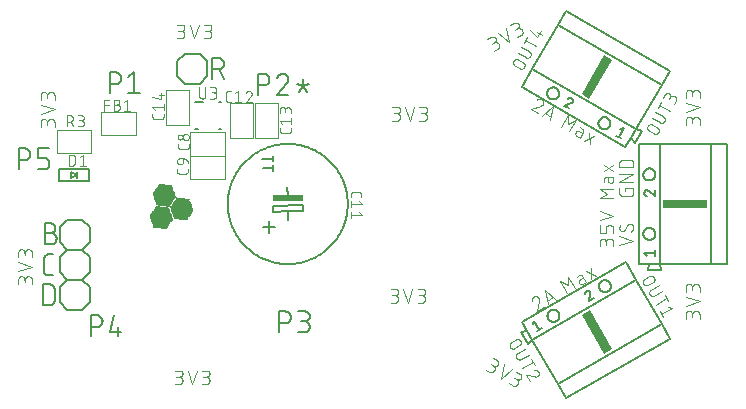
<source format=gbr>
G04 EAGLE Gerber RS-274X export*
G75*
%MOMM*%
%FSLAX34Y34*%
%LPD*%
%INSilkscreen Top*%
%IPPOS*%
%AMOC8*
5,1,8,0,0,1.08239X$1,22.5*%
G01*
%ADD10R,0.751331X0.014731*%
%ADD11R,0.883919X0.014731*%
%ADD12R,1.001775X0.014731*%
%ADD13R,1.119631X0.014731*%
%ADD14R,1.134363X0.014731*%
%ADD15R,1.149094X0.014731*%
%ADD16R,1.163825X0.014731*%
%ADD17R,1.178556X0.014731*%
%ADD18R,1.193288X0.014731*%
%ADD19R,1.222756X0.014731*%
%ADD20R,1.237488X0.014731*%
%ADD21R,1.266950X0.014731*%
%ADD22R,1.281681X0.014731*%
%ADD23R,1.311144X0.014731*%
%ADD24R,1.325881X0.014731*%
%ADD25R,1.355344X0.014731*%
%ADD26R,1.370075X0.014731*%
%ADD27R,1.384806X0.014731*%
%ADD28R,1.399538X0.014731*%
%ADD29R,1.414275X0.014731*%
%ADD30R,1.443738X0.014731*%
%ADD31R,1.458469X0.014731*%
%ADD32R,1.487931X0.014731*%
%ADD33R,1.502663X0.014731*%
%ADD34R,1.517394X0.014731*%
%ADD35R,1.532125X0.014731*%
%ADD36R,1.546856X0.014731*%
%ADD37R,1.576319X0.014731*%
%ADD38R,1.605788X0.014731*%
%ADD39R,1.620519X0.014731*%
%ADD40R,1.649981X0.014731*%
%ADD41R,1.664713X0.014731*%
%ADD42R,1.694175X0.014731*%
%ADD43R,1.708913X0.014731*%
%ADD44R,1.738375X0.014731*%
%ADD45R,1.753106X0.014731*%
%ADD46R,1.767838X0.014731*%
%ADD47R,1.782569X0.014731*%
%ADD48R,1.797306X0.014731*%
%ADD49R,0.117856X0.014731*%
%ADD50R,1.826769X0.014731*%
%ADD51R,0.235713X0.014731*%
%ADD52R,0.353569X0.014731*%
%ADD53R,1.856231X0.014731*%
%ADD54R,0.486156X0.014731*%
%ADD55R,1.870963X0.014731*%
%ADD56R,0.604013X0.014731*%
%ADD57R,0.721869X0.014731*%
%ADD58R,1.885694X0.014731*%
%ADD59R,0.839719X0.014731*%
%ADD60R,0.972306X0.014731*%
%ADD61R,1.090169X0.014731*%
%ADD62R,1.208025X0.014731*%
%ADD63R,1.252219X0.014731*%
%ADD64R,1.296412X0.014731*%
%ADD65R,1.340612X0.014731*%
%ADD66R,1.826763X0.014731*%
%ADD67R,1.414269X0.014731*%
%ADD68R,1.812031X0.014731*%
%ADD69R,1.429000X0.014731*%
%ADD70R,1.458462X0.014731*%
%ADD71R,1.473200X0.014731*%
%ADD72R,1.723644X0.014731*%
%ADD73R,1.694181X0.014731*%
%ADD74R,1.679450X0.014731*%
%ADD75R,1.561594X0.014731*%
%ADD76R,1.576325X0.014731*%
%ADD77R,1.591056X0.014731*%
%ADD78R,1.635250X0.014731*%
%ADD79R,1.561588X0.014731*%
%ADD80R,1.443731X0.014731*%
%ADD81R,1.797300X0.014731*%
%ADD82R,1.841500X0.014731*%
%ADD83R,1.311150X0.014731*%
%ADD84R,1.296419X0.014731*%
%ADD85R,1.193294X0.014731*%
%ADD86R,0.957575X0.014731*%
%ADD87R,0.589281X0.014731*%
%ADD88R,0.471425X0.014731*%
%ADD89R,0.220975X0.014731*%
%ADD90R,1.812038X0.014731*%
%ADD91R,0.103119X0.014731*%
%ADD92R,0.029463X0.014731*%
%ADD93R,0.162050X0.014731*%
%ADD94R,0.265175X0.014731*%
%ADD95R,0.397763X0.014731*%
%ADD96R,0.515619X0.014731*%
%ADD97R,0.648206X0.014731*%
%ADD98R,1.679444X0.014731*%
%ADD99R,1.016506X0.014731*%
%ADD100R,1.104900X0.014731*%
%ADD101R,1.222750X0.014731*%
%ADD102R,1.434338X0.014731*%
%ADD103R,1.208019X0.014731*%
%ADD104R,0.987044X0.014731*%
%ADD105R,0.854456X0.014731*%
%ADD106R,0.618744X0.014731*%
%ADD107R,0.500888X0.014731*%
%ADD108R,0.368300X0.014731*%
%ADD109R,0.132587X0.014731*%
%ADD110R,0.014731X0.014731*%
%ADD111R,1.664719X0.014731*%
%ADD112R,1.075438X0.014731*%
%ADD113R,0.942844X0.014731*%
%ADD114R,0.707131X0.014731*%
%ADD115R,0.456694X0.014731*%
%ADD116R,0.088388X0.014731*%
%ADD117C,0.152400*%
%ADD118C,0.101600*%
%ADD119C,0.127000*%
%ADD120C,0.076200*%
%ADD121C,0.050800*%
%ADD122R,0.762000X3.810000*%
%ADD123R,0.508000X2.540000*%
%ADD124C,0.177800*%
%ADD125R,3.810000X0.762000*%


D10*
X123104Y183521D03*
D11*
X122588Y183669D03*
D12*
X122146Y183816D03*
D13*
X121704Y183963D03*
D14*
X121630Y184111D03*
D15*
X121704Y184258D03*
D16*
X121778Y184405D03*
D17*
X121704Y184553D03*
D18*
X121778Y184700D03*
D19*
X121778Y184847D03*
D20*
X121851Y184995D03*
X121851Y185142D03*
D21*
X121851Y185289D03*
D22*
X121925Y185437D03*
D23*
X121925Y185584D03*
X121925Y185731D03*
D24*
X121999Y185878D03*
D25*
X121999Y186026D03*
D26*
X122072Y186173D03*
D27*
X121999Y186320D03*
D28*
X122072Y186468D03*
D29*
X122146Y186615D03*
D30*
X122146Y186762D03*
X122146Y186910D03*
D31*
X122220Y187057D03*
D32*
X122220Y187204D03*
D33*
X122293Y187352D03*
D34*
X122220Y187499D03*
D35*
X122293Y187646D03*
D36*
X122367Y187794D03*
D37*
X122367Y187941D03*
X122367Y188088D03*
D38*
X122367Y188236D03*
D39*
X122441Y188383D03*
X122441Y188530D03*
D40*
X122441Y188678D03*
D41*
X122514Y188825D03*
D42*
X122514Y188972D03*
X122514Y189120D03*
D43*
X122588Y189267D03*
D44*
X122588Y189414D03*
D45*
X122662Y189561D03*
D46*
X122588Y189709D03*
D47*
X122662Y189856D03*
D48*
X122735Y190003D03*
D49*
X143213Y190003D03*
D50*
X122735Y190151D03*
D51*
X142624Y190151D03*
D50*
X122735Y190298D03*
D52*
X142182Y190298D03*
D53*
X122735Y190445D03*
D54*
X141666Y190445D03*
D55*
X122809Y190593D03*
D56*
X141224Y190593D03*
D55*
X122809Y190740D03*
D57*
X140635Y190740D03*
D58*
X122735Y190887D03*
D59*
X140193Y190887D03*
D58*
X122735Y191035D03*
D60*
X139677Y191035D03*
D55*
X122662Y191182D03*
D61*
X139235Y191182D03*
D58*
X122588Y191329D03*
D13*
X139088Y191329D03*
D58*
X122588Y191477D03*
D15*
X139088Y191477D03*
D58*
X122441Y191624D03*
D16*
X139162Y191624D03*
D58*
X122441Y191771D03*
D17*
X139235Y191771D03*
D55*
X122367Y191919D03*
D18*
X139162Y191919D03*
D58*
X122293Y192066D03*
D62*
X139235Y192066D03*
D58*
X122293Y192213D03*
D20*
X139235Y192213D03*
D58*
X122146Y192361D03*
D63*
X139309Y192361D03*
D58*
X122146Y192508D03*
D63*
X139309Y192508D03*
D55*
X122072Y192655D03*
D22*
X139309Y192655D03*
D58*
X121999Y192803D03*
D64*
X139383Y192803D03*
D58*
X121999Y192950D03*
D24*
X139383Y192950D03*
D58*
X121851Y193097D03*
D24*
X139383Y193097D03*
D58*
X121851Y193244D03*
D65*
X139456Y193244D03*
D55*
X121778Y193392D03*
D26*
X139456Y193392D03*
D53*
X121851Y193539D03*
D27*
X139530Y193539D03*
D53*
X121851Y193686D03*
D28*
X139456Y193686D03*
D66*
X121851Y193834D03*
D67*
X139530Y193834D03*
D68*
X121925Y193981D03*
D69*
X139603Y193981D03*
D47*
X121925Y194128D03*
D70*
X139603Y194128D03*
D47*
X121925Y194276D03*
D70*
X139603Y194276D03*
D46*
X121999Y194423D03*
D71*
X139677Y194423D03*
D44*
X121999Y194570D03*
D33*
X139677Y194570D03*
D72*
X122072Y194718D03*
D33*
X139677Y194718D03*
D43*
X121999Y194865D03*
D35*
X139677Y194865D03*
D73*
X122072Y195012D03*
D36*
X139751Y195012D03*
D74*
X122146Y195160D03*
D75*
X139824Y195160D03*
D40*
X122146Y195307D03*
D76*
X139751Y195307D03*
D40*
X122146Y195454D03*
D77*
X139824Y195454D03*
D78*
X122220Y195602D03*
D39*
X139824Y195602D03*
D38*
X122220Y195749D03*
D78*
X139898Y195749D03*
D38*
X122220Y195896D03*
D78*
X139898Y195896D03*
D76*
X122220Y196044D03*
D41*
X139898Y196044D03*
D79*
X122293Y196191D03*
D74*
X139972Y196191D03*
D36*
X122367Y196338D03*
D43*
X139972Y196338D03*
D35*
X122293Y196486D03*
D43*
X139972Y196486D03*
D34*
X122367Y196633D03*
D72*
X140045Y196633D03*
D32*
X122367Y196780D03*
D45*
X140045Y196780D03*
D71*
X122441Y196927D03*
D46*
X140119Y196927D03*
D71*
X122441Y197075D03*
D47*
X140045Y197075D03*
D80*
X122441Y197222D03*
D81*
X140119Y197222D03*
D69*
X122514Y197369D03*
D68*
X140193Y197369D03*
D28*
X122514Y197517D03*
D82*
X140193Y197517D03*
D28*
X122514Y197664D03*
D82*
X140193Y197664D03*
D27*
X122588Y197811D03*
D55*
X140193Y197811D03*
D25*
X122588Y197959D03*
D58*
X140266Y197959D03*
D65*
X122662Y198106D03*
D55*
X140193Y198106D03*
D24*
X122588Y198253D03*
D58*
X140119Y198253D03*
D83*
X122662Y198401D03*
D58*
X140119Y198401D03*
D84*
X122735Y198548D03*
D55*
X140045Y198548D03*
D21*
X122735Y198695D03*
D58*
X139972Y198695D03*
D21*
X122735Y198843D03*
D58*
X139972Y198843D03*
D63*
X122809Y198990D03*
D58*
X139824Y198990D03*
D19*
X122809Y199137D03*
D58*
X139824Y199137D03*
D62*
X122883Y199285D03*
D55*
X139751Y199285D03*
D85*
X122809Y199432D03*
D58*
X139677Y199432D03*
D17*
X122883Y199579D03*
D58*
X139677Y199579D03*
D16*
X122956Y199727D03*
D58*
X139530Y199727D03*
D15*
X122883Y199874D03*
D58*
X139530Y199874D03*
D14*
X122956Y200021D03*
D55*
X139456Y200021D03*
D61*
X122883Y200169D03*
D58*
X139383Y200169D03*
D86*
X122367Y200316D03*
D58*
X139383Y200316D03*
D59*
X121778Y200463D03*
D58*
X139235Y200463D03*
D57*
X121336Y200610D03*
D58*
X139235Y200610D03*
D87*
X120820Y200758D03*
D53*
X139235Y200758D03*
D88*
X120378Y200905D03*
D82*
X139309Y200905D03*
D52*
X119789Y201052D03*
D82*
X139309Y201052D03*
D89*
X119273Y201200D03*
D90*
X139309Y201200D03*
D91*
X118831Y201347D03*
D48*
X139383Y201347D03*
D92*
X128628Y201494D03*
D47*
X139309Y201494D03*
D93*
X128113Y201642D03*
D46*
X139383Y201642D03*
D94*
X127597Y201789D03*
D45*
X139456Y201789D03*
D95*
X127081Y201936D03*
D72*
X139456Y201936D03*
D96*
X126639Y202084D03*
D72*
X139456Y202084D03*
D97*
X126124Y202231D03*
D73*
X139456Y202231D03*
D10*
X125608Y202378D03*
D98*
X139530Y202378D03*
D11*
X125092Y202526D03*
D41*
X139603Y202526D03*
D99*
X124577Y202673D03*
D40*
X139530Y202673D03*
D100*
X124135Y202820D03*
D78*
X139603Y202820D03*
D14*
X124135Y202968D03*
D39*
X139677Y202968D03*
D15*
X124209Y203115D03*
D77*
X139677Y203115D03*
D16*
X124282Y203262D03*
D77*
X139677Y203262D03*
D17*
X124209Y203410D03*
D79*
X139677Y203410D03*
D18*
X124282Y203557D03*
D36*
X139751Y203557D03*
D101*
X124282Y203704D03*
D35*
X139824Y203704D03*
D20*
X124356Y203852D03*
D34*
X139751Y203852D03*
D20*
X124356Y203999D03*
D33*
X139824Y203999D03*
D21*
X124356Y204146D03*
D71*
X139824Y204146D03*
D22*
X124430Y204293D03*
D31*
X139898Y204293D03*
D23*
X124430Y204441D03*
D31*
X139898Y204441D03*
D23*
X124430Y204588D03*
D102*
X139861Y204588D03*
D24*
X124503Y204735D03*
D67*
X139972Y204735D03*
D25*
X124503Y204883D03*
D27*
X139972Y204883D03*
D26*
X124577Y205030D03*
D27*
X139972Y205030D03*
X124503Y205177D03*
D26*
X140045Y205177D03*
D28*
X124577Y205325D03*
D65*
X140045Y205325D03*
D67*
X124651Y205472D03*
D65*
X140045Y205472D03*
D30*
X124651Y205619D03*
D83*
X140045Y205619D03*
D30*
X124651Y205767D03*
D64*
X140119Y205767D03*
D71*
X124651Y205914D03*
D22*
X140193Y205914D03*
D32*
X124724Y206061D03*
D21*
X140119Y206061D03*
D33*
X124798Y206209D03*
D63*
X140193Y206209D03*
D34*
X124724Y206356D03*
D19*
X140193Y206356D03*
D35*
X124798Y206503D03*
D103*
X140266Y206503D03*
D79*
X124798Y206651D03*
D103*
X140266Y206651D03*
D37*
X124871Y206798D03*
D17*
X140266Y206798D03*
D37*
X124871Y206945D03*
D16*
X140340Y206945D03*
D38*
X124871Y207093D03*
D15*
X140414Y207093D03*
D39*
X124945Y207240D03*
D14*
X140340Y207240D03*
D39*
X124945Y207387D03*
D100*
X140340Y207387D03*
D40*
X124945Y207535D03*
D104*
X139898Y207535D03*
D41*
X125019Y207682D03*
D105*
X139383Y207682D03*
D42*
X125019Y207829D03*
D10*
X138867Y207829D03*
D42*
X125019Y207976D03*
D106*
X138351Y207976D03*
D43*
X125092Y208124D03*
D107*
X137909Y208124D03*
D44*
X125092Y208271D03*
D108*
X137394Y208271D03*
D45*
X125166Y208418D03*
D94*
X136878Y208418D03*
D46*
X125092Y208566D03*
D109*
X136362Y208566D03*
D47*
X125166Y208713D03*
D110*
X135920Y208713D03*
D48*
X125240Y208860D03*
D50*
X125240Y209008D03*
X125240Y209155D03*
D53*
X125240Y209302D03*
D55*
X125313Y209450D03*
X125313Y209597D03*
D58*
X125240Y209744D03*
X125240Y209892D03*
X125092Y210039D03*
X125092Y210186D03*
D55*
X125019Y210334D03*
D58*
X124945Y210481D03*
X124945Y210628D03*
X124798Y210776D03*
X124798Y210923D03*
D55*
X124724Y211070D03*
D58*
X124651Y211218D03*
X124651Y211365D03*
D55*
X124577Y211512D03*
D58*
X124503Y211659D03*
X124503Y211807D03*
X124356Y211954D03*
X124356Y212101D03*
D55*
X124282Y212249D03*
D53*
X124356Y212396D03*
X124356Y212543D03*
D66*
X124356Y212691D03*
D68*
X124430Y212838D03*
D47*
X124430Y212985D03*
X124430Y213133D03*
D46*
X124503Y213280D03*
D44*
X124503Y213427D03*
D72*
X124577Y213575D03*
D43*
X124503Y213722D03*
D73*
X124577Y213869D03*
D74*
X124651Y214017D03*
D111*
X124577Y214164D03*
D40*
X124651Y214311D03*
D39*
X124651Y214459D03*
D38*
X124724Y214606D03*
X124724Y214753D03*
D76*
X124724Y214901D03*
D79*
X124798Y215048D03*
D35*
X124798Y215195D03*
X124798Y215342D03*
D34*
X124871Y215490D03*
D32*
X124871Y215637D03*
D71*
X124945Y215784D03*
X124945Y215932D03*
D80*
X124945Y216079D03*
D69*
X125019Y216226D03*
D28*
X125019Y216374D03*
X125019Y216521D03*
D27*
X125092Y216668D03*
D25*
X125092Y216816D03*
D65*
X125166Y216963D03*
D24*
X125092Y217110D03*
D83*
X125166Y217258D03*
D84*
X125240Y217405D03*
D21*
X125240Y217552D03*
X125240Y217700D03*
D20*
X125240Y217847D03*
D19*
X125313Y217994D03*
D62*
X125387Y218142D03*
D85*
X125313Y218289D03*
D17*
X125387Y218436D03*
D15*
X125387Y218584D03*
X125387Y218731D03*
D14*
X125461Y218878D03*
D112*
X125313Y219025D03*
D113*
X124798Y219173D03*
D59*
X124282Y219320D03*
D114*
X123767Y219467D03*
D87*
X123325Y219615D03*
D115*
X122809Y219762D03*
D52*
X122293Y219909D03*
D89*
X121778Y220057D03*
D116*
X121262Y220204D03*
D49*
X125763Y182676D03*
D51*
X125174Y182823D03*
D52*
X124732Y182970D03*
D54*
X124216Y183117D03*
D56*
X123774Y183265D03*
D57*
X123185Y183412D03*
D59*
X122743Y183559D03*
D60*
X122227Y183707D03*
D61*
X121785Y183854D03*
D13*
X121638Y184001D03*
D117*
X78550Y297625D02*
X78550Y315405D01*
X83488Y315405D01*
X83628Y315403D01*
X83767Y315397D01*
X83907Y315387D01*
X84046Y315373D01*
X84185Y315356D01*
X84323Y315334D01*
X84460Y315308D01*
X84597Y315279D01*
X84733Y315246D01*
X84867Y315209D01*
X85001Y315168D01*
X85133Y315123D01*
X85265Y315074D01*
X85394Y315022D01*
X85522Y314967D01*
X85649Y314907D01*
X85774Y314844D01*
X85897Y314778D01*
X86018Y314708D01*
X86137Y314635D01*
X86254Y314558D01*
X86368Y314478D01*
X86481Y314395D01*
X86591Y314309D01*
X86698Y314219D01*
X86803Y314127D01*
X86905Y314032D01*
X87005Y313934D01*
X87102Y313833D01*
X87196Y313729D01*
X87286Y313623D01*
X87374Y313514D01*
X87459Y313403D01*
X87540Y313289D01*
X87619Y313174D01*
X87694Y313056D01*
X87765Y312936D01*
X87833Y312813D01*
X87898Y312690D01*
X87959Y312564D01*
X88017Y312436D01*
X88071Y312308D01*
X88121Y312177D01*
X88168Y312045D01*
X88211Y311912D01*
X88250Y311778D01*
X88285Y311643D01*
X88316Y311507D01*
X88344Y311369D01*
X88367Y311232D01*
X88387Y311093D01*
X88403Y310954D01*
X88415Y310815D01*
X88423Y310676D01*
X88427Y310536D01*
X88427Y310396D01*
X88423Y310256D01*
X88415Y310117D01*
X88403Y309978D01*
X88387Y309839D01*
X88367Y309700D01*
X88344Y309563D01*
X88316Y309425D01*
X88285Y309289D01*
X88250Y309154D01*
X88211Y309020D01*
X88168Y308887D01*
X88121Y308755D01*
X88071Y308624D01*
X88017Y308496D01*
X87959Y308368D01*
X87898Y308242D01*
X87833Y308119D01*
X87765Y307997D01*
X87694Y307876D01*
X87619Y307758D01*
X87540Y307643D01*
X87459Y307529D01*
X87374Y307418D01*
X87286Y307309D01*
X87196Y307203D01*
X87102Y307099D01*
X87005Y306998D01*
X86905Y306900D01*
X86803Y306805D01*
X86698Y306713D01*
X86591Y306623D01*
X86481Y306537D01*
X86368Y306454D01*
X86254Y306374D01*
X86137Y306297D01*
X86018Y306224D01*
X85897Y306154D01*
X85774Y306088D01*
X85649Y306025D01*
X85522Y305965D01*
X85394Y305910D01*
X85265Y305858D01*
X85133Y305809D01*
X85001Y305764D01*
X84867Y305723D01*
X84733Y305686D01*
X84597Y305653D01*
X84460Y305624D01*
X84323Y305598D01*
X84185Y305576D01*
X84046Y305559D01*
X83907Y305545D01*
X83767Y305535D01*
X83628Y305529D01*
X83488Y305527D01*
X78550Y305527D01*
X94545Y311453D02*
X99483Y315405D01*
X99483Y297625D01*
X94545Y297625D02*
X104422Y297625D01*
X204006Y296577D02*
X204006Y314357D01*
X208945Y314357D01*
X209085Y314355D01*
X209224Y314349D01*
X209364Y314339D01*
X209503Y314325D01*
X209642Y314308D01*
X209780Y314286D01*
X209917Y314260D01*
X210054Y314231D01*
X210190Y314198D01*
X210324Y314161D01*
X210458Y314120D01*
X210590Y314075D01*
X210722Y314026D01*
X210851Y313974D01*
X210979Y313919D01*
X211106Y313859D01*
X211231Y313796D01*
X211354Y313730D01*
X211475Y313660D01*
X211594Y313587D01*
X211711Y313510D01*
X211825Y313430D01*
X211938Y313347D01*
X212048Y313261D01*
X212155Y313171D01*
X212260Y313079D01*
X212362Y312984D01*
X212462Y312886D01*
X212559Y312785D01*
X212653Y312681D01*
X212743Y312575D01*
X212831Y312466D01*
X212916Y312355D01*
X212997Y312241D01*
X213076Y312126D01*
X213151Y312008D01*
X213222Y311888D01*
X213290Y311765D01*
X213355Y311642D01*
X213416Y311516D01*
X213474Y311388D01*
X213528Y311260D01*
X213578Y311129D01*
X213625Y310997D01*
X213668Y310864D01*
X213707Y310730D01*
X213742Y310595D01*
X213773Y310459D01*
X213801Y310321D01*
X213824Y310184D01*
X213844Y310045D01*
X213860Y309906D01*
X213872Y309767D01*
X213880Y309628D01*
X213884Y309488D01*
X213884Y309348D01*
X213880Y309208D01*
X213872Y309069D01*
X213860Y308930D01*
X213844Y308791D01*
X213824Y308652D01*
X213801Y308515D01*
X213773Y308377D01*
X213742Y308241D01*
X213707Y308106D01*
X213668Y307972D01*
X213625Y307839D01*
X213578Y307707D01*
X213528Y307576D01*
X213474Y307448D01*
X213416Y307320D01*
X213355Y307194D01*
X213290Y307071D01*
X213222Y306949D01*
X213151Y306828D01*
X213076Y306710D01*
X212997Y306595D01*
X212916Y306481D01*
X212831Y306370D01*
X212743Y306261D01*
X212653Y306155D01*
X212559Y306051D01*
X212462Y305950D01*
X212362Y305852D01*
X212260Y305757D01*
X212155Y305665D01*
X212048Y305575D01*
X211938Y305489D01*
X211825Y305406D01*
X211711Y305326D01*
X211594Y305249D01*
X211475Y305176D01*
X211354Y305106D01*
X211231Y305040D01*
X211106Y304977D01*
X210979Y304917D01*
X210851Y304862D01*
X210722Y304810D01*
X210590Y304761D01*
X210458Y304716D01*
X210324Y304675D01*
X210190Y304638D01*
X210054Y304605D01*
X209917Y304576D01*
X209780Y304550D01*
X209642Y304528D01*
X209503Y304511D01*
X209364Y304497D01*
X209224Y304487D01*
X209085Y304481D01*
X208945Y304479D01*
X204006Y304479D01*
X225434Y314357D02*
X225566Y314355D01*
X225697Y314349D01*
X225829Y314339D01*
X225960Y314326D01*
X226090Y314308D01*
X226220Y314287D01*
X226350Y314262D01*
X226478Y314233D01*
X226606Y314200D01*
X226732Y314163D01*
X226858Y314123D01*
X226982Y314079D01*
X227105Y314031D01*
X227226Y313980D01*
X227346Y313925D01*
X227464Y313867D01*
X227580Y313805D01*
X227694Y313739D01*
X227807Y313671D01*
X227917Y313599D01*
X228025Y313524D01*
X228131Y313445D01*
X228235Y313364D01*
X228336Y313279D01*
X228434Y313192D01*
X228530Y313101D01*
X228623Y313008D01*
X228714Y312912D01*
X228801Y312814D01*
X228886Y312713D01*
X228967Y312609D01*
X229046Y312503D01*
X229121Y312395D01*
X229193Y312285D01*
X229261Y312172D01*
X229327Y312058D01*
X229389Y311942D01*
X229447Y311824D01*
X229502Y311704D01*
X229553Y311583D01*
X229601Y311460D01*
X229645Y311336D01*
X229685Y311210D01*
X229722Y311084D01*
X229755Y310956D01*
X229784Y310828D01*
X229809Y310698D01*
X229830Y310568D01*
X229848Y310438D01*
X229861Y310307D01*
X229871Y310175D01*
X229877Y310044D01*
X229879Y309912D01*
X225434Y314357D02*
X225284Y314355D01*
X225135Y314349D01*
X224986Y314339D01*
X224837Y314326D01*
X224688Y314308D01*
X224540Y314287D01*
X224392Y314261D01*
X224246Y314232D01*
X224100Y314199D01*
X223955Y314162D01*
X223811Y314121D01*
X223668Y314077D01*
X223526Y314029D01*
X223386Y313977D01*
X223247Y313922D01*
X223109Y313863D01*
X222974Y313800D01*
X222839Y313734D01*
X222707Y313664D01*
X222577Y313591D01*
X222448Y313514D01*
X222321Y313434D01*
X222197Y313351D01*
X222075Y313265D01*
X221955Y313175D01*
X221838Y313082D01*
X221723Y312987D01*
X221610Y312888D01*
X221500Y312786D01*
X221393Y312682D01*
X221289Y312575D01*
X221187Y312465D01*
X221089Y312352D01*
X220993Y312237D01*
X220901Y312119D01*
X220811Y311999D01*
X220725Y311877D01*
X220642Y311753D01*
X220562Y311626D01*
X220486Y311498D01*
X220413Y311367D01*
X220343Y311234D01*
X220277Y311100D01*
X220215Y310964D01*
X220156Y310827D01*
X220100Y310688D01*
X220049Y310547D01*
X220001Y310406D01*
X228397Y306455D02*
X228493Y306548D01*
X228585Y306644D01*
X228675Y306743D01*
X228762Y306844D01*
X228847Y306947D01*
X228928Y307052D01*
X229006Y307160D01*
X229081Y307270D01*
X229154Y307382D01*
X229223Y307496D01*
X229289Y307612D01*
X229351Y307730D01*
X229410Y307849D01*
X229466Y307970D01*
X229519Y308093D01*
X229568Y308217D01*
X229613Y308342D01*
X229656Y308469D01*
X229694Y308596D01*
X229729Y308725D01*
X229760Y308854D01*
X229788Y308985D01*
X229812Y309116D01*
X229833Y309248D01*
X229849Y309380D01*
X229862Y309513D01*
X229872Y309646D01*
X229877Y309779D01*
X229879Y309912D01*
X228397Y306455D02*
X220001Y296577D01*
X229879Y296577D01*
X242249Y303491D02*
X242249Y309418D01*
X242249Y303491D02*
X245706Y299046D01*
X242249Y303491D02*
X238792Y299046D01*
X242249Y303491D02*
X247682Y305467D01*
X242249Y303491D02*
X236816Y305467D01*
X1556Y251111D02*
X1556Y233331D01*
X1556Y251111D02*
X6495Y251111D01*
X6635Y251109D01*
X6774Y251103D01*
X6914Y251093D01*
X7053Y251079D01*
X7192Y251062D01*
X7330Y251040D01*
X7467Y251014D01*
X7604Y250985D01*
X7740Y250952D01*
X7874Y250915D01*
X8008Y250874D01*
X8140Y250829D01*
X8272Y250780D01*
X8401Y250728D01*
X8529Y250673D01*
X8656Y250613D01*
X8781Y250550D01*
X8904Y250484D01*
X9025Y250414D01*
X9144Y250341D01*
X9261Y250264D01*
X9375Y250184D01*
X9488Y250101D01*
X9598Y250015D01*
X9705Y249925D01*
X9810Y249833D01*
X9912Y249738D01*
X10012Y249640D01*
X10109Y249539D01*
X10203Y249435D01*
X10293Y249329D01*
X10381Y249220D01*
X10466Y249109D01*
X10547Y248995D01*
X10626Y248880D01*
X10701Y248762D01*
X10772Y248642D01*
X10840Y248519D01*
X10905Y248396D01*
X10966Y248270D01*
X11024Y248142D01*
X11078Y248014D01*
X11128Y247883D01*
X11175Y247751D01*
X11218Y247618D01*
X11257Y247484D01*
X11292Y247349D01*
X11323Y247213D01*
X11351Y247075D01*
X11374Y246938D01*
X11394Y246799D01*
X11410Y246660D01*
X11422Y246521D01*
X11430Y246382D01*
X11434Y246242D01*
X11434Y246102D01*
X11430Y245962D01*
X11422Y245823D01*
X11410Y245684D01*
X11394Y245545D01*
X11374Y245406D01*
X11351Y245269D01*
X11323Y245131D01*
X11292Y244995D01*
X11257Y244860D01*
X11218Y244726D01*
X11175Y244593D01*
X11128Y244461D01*
X11078Y244330D01*
X11024Y244202D01*
X10966Y244074D01*
X10905Y243948D01*
X10840Y243825D01*
X10772Y243703D01*
X10701Y243582D01*
X10626Y243464D01*
X10547Y243349D01*
X10466Y243235D01*
X10381Y243124D01*
X10293Y243015D01*
X10203Y242909D01*
X10109Y242805D01*
X10012Y242704D01*
X9912Y242606D01*
X9810Y242511D01*
X9705Y242419D01*
X9598Y242329D01*
X9488Y242243D01*
X9375Y242160D01*
X9261Y242080D01*
X9144Y242003D01*
X9025Y241930D01*
X8904Y241860D01*
X8781Y241794D01*
X8656Y241731D01*
X8529Y241671D01*
X8401Y241616D01*
X8272Y241564D01*
X8140Y241515D01*
X8008Y241470D01*
X7874Y241429D01*
X7740Y241392D01*
X7604Y241359D01*
X7467Y241330D01*
X7330Y241304D01*
X7192Y241282D01*
X7053Y241265D01*
X6914Y241251D01*
X6774Y241241D01*
X6635Y241235D01*
X6495Y241233D01*
X1556Y241233D01*
X17551Y233331D02*
X23477Y233331D01*
X23601Y233333D01*
X23725Y233339D01*
X23849Y233349D01*
X23972Y233362D01*
X24095Y233380D01*
X24217Y233401D01*
X24339Y233426D01*
X24460Y233455D01*
X24579Y233488D01*
X24698Y233524D01*
X24815Y233565D01*
X24931Y233608D01*
X25046Y233656D01*
X25159Y233707D01*
X25271Y233762D01*
X25380Y233820D01*
X25488Y233881D01*
X25594Y233946D01*
X25698Y234014D01*
X25799Y234086D01*
X25899Y234160D01*
X25995Y234238D01*
X26090Y234318D01*
X26182Y234402D01*
X26271Y234488D01*
X26357Y234577D01*
X26441Y234669D01*
X26521Y234764D01*
X26599Y234860D01*
X26673Y234960D01*
X26745Y235061D01*
X26813Y235165D01*
X26878Y235271D01*
X26939Y235379D01*
X26997Y235488D01*
X27052Y235600D01*
X27103Y235713D01*
X27151Y235828D01*
X27194Y235944D01*
X27235Y236061D01*
X27271Y236180D01*
X27304Y236299D01*
X27333Y236420D01*
X27358Y236542D01*
X27379Y236664D01*
X27397Y236787D01*
X27410Y236910D01*
X27420Y237034D01*
X27426Y237158D01*
X27428Y237282D01*
X27429Y237282D02*
X27429Y239257D01*
X27428Y239257D02*
X27426Y239381D01*
X27420Y239505D01*
X27410Y239629D01*
X27397Y239752D01*
X27379Y239875D01*
X27358Y239997D01*
X27333Y240119D01*
X27304Y240240D01*
X27271Y240359D01*
X27235Y240478D01*
X27194Y240595D01*
X27151Y240711D01*
X27103Y240826D01*
X27052Y240939D01*
X26997Y241051D01*
X26939Y241160D01*
X26878Y241268D01*
X26813Y241374D01*
X26745Y241478D01*
X26673Y241579D01*
X26599Y241679D01*
X26521Y241775D01*
X26441Y241870D01*
X26357Y241962D01*
X26271Y242051D01*
X26182Y242137D01*
X26090Y242221D01*
X25995Y242301D01*
X25899Y242379D01*
X25799Y242453D01*
X25698Y242525D01*
X25594Y242593D01*
X25488Y242658D01*
X25380Y242719D01*
X25271Y242777D01*
X25159Y242832D01*
X25046Y242883D01*
X24931Y242931D01*
X24815Y242974D01*
X24698Y243015D01*
X24579Y243051D01*
X24460Y243084D01*
X24339Y243113D01*
X24217Y243138D01*
X24095Y243159D01*
X23972Y243177D01*
X23849Y243190D01*
X23725Y243200D01*
X23601Y243206D01*
X23477Y243208D01*
X23477Y243209D02*
X17551Y243209D01*
X17551Y251111D01*
X27429Y251111D01*
X62675Y109823D02*
X62675Y92043D01*
X62675Y109823D02*
X67613Y109823D01*
X67753Y109821D01*
X67892Y109815D01*
X68032Y109805D01*
X68171Y109791D01*
X68310Y109774D01*
X68448Y109752D01*
X68585Y109726D01*
X68722Y109697D01*
X68858Y109664D01*
X68992Y109627D01*
X69126Y109586D01*
X69258Y109541D01*
X69390Y109492D01*
X69519Y109440D01*
X69647Y109385D01*
X69774Y109325D01*
X69899Y109262D01*
X70022Y109196D01*
X70143Y109126D01*
X70262Y109053D01*
X70379Y108976D01*
X70493Y108896D01*
X70606Y108813D01*
X70716Y108727D01*
X70823Y108637D01*
X70928Y108545D01*
X71030Y108450D01*
X71130Y108352D01*
X71227Y108251D01*
X71321Y108147D01*
X71411Y108041D01*
X71499Y107932D01*
X71584Y107821D01*
X71665Y107707D01*
X71744Y107592D01*
X71819Y107474D01*
X71890Y107354D01*
X71958Y107231D01*
X72023Y107108D01*
X72084Y106982D01*
X72142Y106854D01*
X72196Y106726D01*
X72246Y106595D01*
X72293Y106463D01*
X72336Y106330D01*
X72375Y106196D01*
X72410Y106061D01*
X72441Y105925D01*
X72469Y105787D01*
X72492Y105650D01*
X72512Y105511D01*
X72528Y105372D01*
X72540Y105233D01*
X72548Y105094D01*
X72552Y104954D01*
X72552Y104814D01*
X72548Y104674D01*
X72540Y104535D01*
X72528Y104396D01*
X72512Y104257D01*
X72492Y104118D01*
X72469Y103981D01*
X72441Y103843D01*
X72410Y103707D01*
X72375Y103572D01*
X72336Y103438D01*
X72293Y103305D01*
X72246Y103173D01*
X72196Y103042D01*
X72142Y102914D01*
X72084Y102786D01*
X72023Y102660D01*
X71958Y102537D01*
X71890Y102415D01*
X71819Y102294D01*
X71744Y102176D01*
X71665Y102061D01*
X71584Y101947D01*
X71499Y101836D01*
X71411Y101727D01*
X71321Y101621D01*
X71227Y101517D01*
X71130Y101416D01*
X71030Y101318D01*
X70928Y101223D01*
X70823Y101131D01*
X70716Y101041D01*
X70606Y100955D01*
X70493Y100872D01*
X70379Y100792D01*
X70262Y100715D01*
X70143Y100642D01*
X70022Y100572D01*
X69899Y100506D01*
X69774Y100443D01*
X69647Y100383D01*
X69519Y100328D01*
X69390Y100276D01*
X69258Y100227D01*
X69126Y100182D01*
X68992Y100141D01*
X68858Y100104D01*
X68722Y100071D01*
X68585Y100042D01*
X68448Y100016D01*
X68310Y99994D01*
X68171Y99977D01*
X68032Y99963D01*
X67892Y99953D01*
X67753Y99947D01*
X67613Y99945D01*
X62675Y99945D01*
X78670Y95994D02*
X82621Y109823D01*
X78670Y95994D02*
X88547Y95994D01*
X85584Y99945D02*
X85584Y92043D01*
X222218Y95218D02*
X222218Y112998D01*
X227157Y112998D01*
X227297Y112996D01*
X227436Y112990D01*
X227576Y112980D01*
X227715Y112966D01*
X227854Y112949D01*
X227992Y112927D01*
X228129Y112901D01*
X228266Y112872D01*
X228402Y112839D01*
X228536Y112802D01*
X228670Y112761D01*
X228802Y112716D01*
X228934Y112667D01*
X229063Y112615D01*
X229191Y112560D01*
X229318Y112500D01*
X229443Y112437D01*
X229566Y112371D01*
X229687Y112301D01*
X229806Y112228D01*
X229923Y112151D01*
X230037Y112071D01*
X230150Y111988D01*
X230260Y111902D01*
X230367Y111812D01*
X230472Y111720D01*
X230574Y111625D01*
X230674Y111527D01*
X230771Y111426D01*
X230865Y111322D01*
X230955Y111216D01*
X231043Y111107D01*
X231128Y110996D01*
X231209Y110882D01*
X231288Y110767D01*
X231363Y110649D01*
X231434Y110529D01*
X231502Y110406D01*
X231567Y110283D01*
X231628Y110157D01*
X231686Y110029D01*
X231740Y109901D01*
X231790Y109770D01*
X231837Y109638D01*
X231880Y109505D01*
X231919Y109371D01*
X231954Y109236D01*
X231985Y109100D01*
X232013Y108962D01*
X232036Y108825D01*
X232056Y108686D01*
X232072Y108547D01*
X232084Y108408D01*
X232092Y108269D01*
X232096Y108129D01*
X232096Y107989D01*
X232092Y107849D01*
X232084Y107710D01*
X232072Y107571D01*
X232056Y107432D01*
X232036Y107293D01*
X232013Y107156D01*
X231985Y107018D01*
X231954Y106882D01*
X231919Y106747D01*
X231880Y106613D01*
X231837Y106480D01*
X231790Y106348D01*
X231740Y106217D01*
X231686Y106089D01*
X231628Y105961D01*
X231567Y105835D01*
X231502Y105712D01*
X231434Y105590D01*
X231363Y105469D01*
X231288Y105351D01*
X231209Y105236D01*
X231128Y105122D01*
X231043Y105011D01*
X230955Y104902D01*
X230865Y104796D01*
X230771Y104692D01*
X230674Y104591D01*
X230574Y104493D01*
X230472Y104398D01*
X230367Y104306D01*
X230260Y104216D01*
X230150Y104130D01*
X230037Y104047D01*
X229923Y103967D01*
X229806Y103890D01*
X229687Y103817D01*
X229566Y103747D01*
X229443Y103681D01*
X229318Y103618D01*
X229191Y103558D01*
X229063Y103503D01*
X228934Y103451D01*
X228802Y103402D01*
X228670Y103357D01*
X228536Y103316D01*
X228402Y103279D01*
X228266Y103246D01*
X228129Y103217D01*
X227992Y103191D01*
X227854Y103169D01*
X227715Y103152D01*
X227576Y103138D01*
X227436Y103128D01*
X227297Y103122D01*
X227157Y103120D01*
X222218Y103120D01*
X238213Y95218D02*
X243152Y95218D01*
X243292Y95220D01*
X243431Y95226D01*
X243571Y95236D01*
X243710Y95250D01*
X243849Y95267D01*
X243987Y95289D01*
X244124Y95315D01*
X244261Y95344D01*
X244397Y95377D01*
X244531Y95414D01*
X244665Y95455D01*
X244797Y95500D01*
X244929Y95549D01*
X245058Y95601D01*
X245186Y95656D01*
X245313Y95716D01*
X245438Y95779D01*
X245561Y95845D01*
X245682Y95915D01*
X245801Y95988D01*
X245918Y96065D01*
X246032Y96145D01*
X246145Y96228D01*
X246255Y96314D01*
X246362Y96404D01*
X246467Y96496D01*
X246569Y96591D01*
X246669Y96689D01*
X246766Y96790D01*
X246860Y96894D01*
X246950Y97000D01*
X247038Y97109D01*
X247123Y97220D01*
X247204Y97334D01*
X247283Y97449D01*
X247358Y97567D01*
X247429Y97688D01*
X247497Y97810D01*
X247562Y97933D01*
X247623Y98059D01*
X247681Y98187D01*
X247735Y98315D01*
X247785Y98446D01*
X247832Y98578D01*
X247875Y98711D01*
X247914Y98845D01*
X247949Y98980D01*
X247980Y99116D01*
X248008Y99254D01*
X248031Y99391D01*
X248051Y99530D01*
X248067Y99669D01*
X248079Y99808D01*
X248087Y99947D01*
X248091Y100087D01*
X248091Y100227D01*
X248087Y100367D01*
X248079Y100506D01*
X248067Y100645D01*
X248051Y100784D01*
X248031Y100923D01*
X248008Y101060D01*
X247980Y101198D01*
X247949Y101334D01*
X247914Y101469D01*
X247875Y101603D01*
X247832Y101736D01*
X247785Y101868D01*
X247735Y101999D01*
X247681Y102127D01*
X247623Y102255D01*
X247562Y102381D01*
X247497Y102504D01*
X247429Y102627D01*
X247358Y102747D01*
X247283Y102865D01*
X247204Y102980D01*
X247123Y103094D01*
X247038Y103205D01*
X246950Y103314D01*
X246860Y103420D01*
X246766Y103524D01*
X246669Y103625D01*
X246569Y103723D01*
X246467Y103818D01*
X246362Y103910D01*
X246255Y104000D01*
X246145Y104086D01*
X246032Y104169D01*
X245918Y104249D01*
X245801Y104326D01*
X245682Y104399D01*
X245561Y104469D01*
X245438Y104535D01*
X245313Y104598D01*
X245186Y104658D01*
X245058Y104713D01*
X244929Y104765D01*
X244797Y104814D01*
X244665Y104859D01*
X244531Y104900D01*
X244397Y104937D01*
X244261Y104970D01*
X244124Y104999D01*
X243987Y105025D01*
X243849Y105047D01*
X243710Y105064D01*
X243571Y105078D01*
X243431Y105088D01*
X243292Y105094D01*
X243152Y105096D01*
X244140Y112998D02*
X238213Y112998D01*
X244140Y112998D02*
X244264Y112996D01*
X244388Y112990D01*
X244512Y112980D01*
X244635Y112967D01*
X244758Y112949D01*
X244880Y112928D01*
X245002Y112903D01*
X245123Y112874D01*
X245242Y112841D01*
X245361Y112805D01*
X245478Y112764D01*
X245594Y112721D01*
X245709Y112673D01*
X245822Y112622D01*
X245934Y112567D01*
X246043Y112509D01*
X246151Y112448D01*
X246257Y112383D01*
X246361Y112315D01*
X246462Y112243D01*
X246562Y112169D01*
X246658Y112091D01*
X246753Y112011D01*
X246845Y111927D01*
X246934Y111841D01*
X247020Y111752D01*
X247104Y111660D01*
X247184Y111565D01*
X247262Y111469D01*
X247336Y111369D01*
X247408Y111268D01*
X247476Y111164D01*
X247541Y111058D01*
X247602Y110950D01*
X247660Y110841D01*
X247715Y110729D01*
X247766Y110616D01*
X247814Y110501D01*
X247857Y110385D01*
X247898Y110268D01*
X247934Y110149D01*
X247967Y110030D01*
X247996Y109909D01*
X248021Y109787D01*
X248042Y109665D01*
X248060Y109542D01*
X248073Y109419D01*
X248083Y109295D01*
X248089Y109171D01*
X248091Y109047D01*
X248089Y108923D01*
X248083Y108799D01*
X248073Y108675D01*
X248060Y108552D01*
X248042Y108429D01*
X248021Y108307D01*
X247996Y108185D01*
X247967Y108064D01*
X247934Y107945D01*
X247898Y107826D01*
X247857Y107709D01*
X247814Y107593D01*
X247766Y107478D01*
X247715Y107365D01*
X247660Y107253D01*
X247602Y107144D01*
X247541Y107036D01*
X247476Y106930D01*
X247408Y106826D01*
X247336Y106725D01*
X247262Y106625D01*
X247184Y106529D01*
X247104Y106434D01*
X247020Y106342D01*
X246934Y106253D01*
X246845Y106167D01*
X246753Y106083D01*
X246658Y106003D01*
X246562Y105925D01*
X246462Y105851D01*
X246361Y105779D01*
X246257Y105711D01*
X246151Y105646D01*
X246043Y105585D01*
X245934Y105527D01*
X245822Y105472D01*
X245709Y105421D01*
X245594Y105373D01*
X245478Y105330D01*
X245361Y105289D01*
X245242Y105253D01*
X245123Y105220D01*
X245002Y105191D01*
X244880Y105166D01*
X244758Y105145D01*
X244635Y105127D01*
X244512Y105114D01*
X244388Y105104D01*
X244264Y105098D01*
X244140Y105096D01*
X240189Y105096D01*
X165573Y310071D02*
X165573Y327851D01*
X170512Y327851D01*
X170652Y327849D01*
X170791Y327843D01*
X170931Y327833D01*
X171070Y327819D01*
X171209Y327802D01*
X171347Y327780D01*
X171484Y327754D01*
X171621Y327725D01*
X171757Y327692D01*
X171891Y327655D01*
X172025Y327614D01*
X172157Y327569D01*
X172289Y327520D01*
X172418Y327468D01*
X172546Y327413D01*
X172673Y327353D01*
X172798Y327290D01*
X172921Y327224D01*
X173042Y327154D01*
X173161Y327081D01*
X173278Y327004D01*
X173392Y326924D01*
X173505Y326841D01*
X173615Y326755D01*
X173722Y326665D01*
X173827Y326573D01*
X173929Y326478D01*
X174029Y326380D01*
X174126Y326279D01*
X174220Y326175D01*
X174310Y326069D01*
X174398Y325960D01*
X174483Y325849D01*
X174564Y325735D01*
X174643Y325620D01*
X174718Y325502D01*
X174789Y325382D01*
X174857Y325259D01*
X174922Y325136D01*
X174983Y325010D01*
X175041Y324882D01*
X175095Y324754D01*
X175145Y324623D01*
X175192Y324491D01*
X175235Y324358D01*
X175274Y324224D01*
X175309Y324089D01*
X175340Y323953D01*
X175368Y323815D01*
X175391Y323678D01*
X175411Y323539D01*
X175427Y323400D01*
X175439Y323261D01*
X175447Y323122D01*
X175451Y322982D01*
X175451Y322842D01*
X175447Y322702D01*
X175439Y322563D01*
X175427Y322424D01*
X175411Y322285D01*
X175391Y322146D01*
X175368Y322009D01*
X175340Y321871D01*
X175309Y321735D01*
X175274Y321600D01*
X175235Y321466D01*
X175192Y321333D01*
X175145Y321201D01*
X175095Y321070D01*
X175041Y320942D01*
X174983Y320814D01*
X174922Y320688D01*
X174857Y320565D01*
X174789Y320443D01*
X174718Y320322D01*
X174643Y320204D01*
X174564Y320089D01*
X174483Y319975D01*
X174398Y319864D01*
X174310Y319755D01*
X174220Y319649D01*
X174126Y319545D01*
X174029Y319444D01*
X173929Y319346D01*
X173827Y319251D01*
X173722Y319159D01*
X173615Y319069D01*
X173505Y318983D01*
X173392Y318900D01*
X173278Y318820D01*
X173161Y318743D01*
X173042Y318670D01*
X172921Y318600D01*
X172798Y318534D01*
X172673Y318471D01*
X172546Y318411D01*
X172418Y318356D01*
X172289Y318304D01*
X172157Y318255D01*
X172025Y318210D01*
X171891Y318169D01*
X171757Y318132D01*
X171621Y318099D01*
X171484Y318070D01*
X171347Y318044D01*
X171209Y318022D01*
X171070Y318005D01*
X170931Y317991D01*
X170791Y317981D01*
X170652Y317975D01*
X170512Y317973D01*
X165573Y317973D01*
X171499Y317973D02*
X175451Y310071D01*
X30889Y143637D02*
X26938Y143637D01*
X26814Y143639D01*
X26690Y143645D01*
X26566Y143655D01*
X26443Y143668D01*
X26320Y143686D01*
X26198Y143707D01*
X26076Y143732D01*
X25955Y143761D01*
X25836Y143794D01*
X25717Y143830D01*
X25600Y143871D01*
X25484Y143914D01*
X25369Y143962D01*
X25256Y144013D01*
X25144Y144068D01*
X25035Y144126D01*
X24927Y144187D01*
X24821Y144252D01*
X24717Y144320D01*
X24616Y144392D01*
X24516Y144466D01*
X24420Y144544D01*
X24325Y144624D01*
X24233Y144708D01*
X24144Y144794D01*
X24058Y144883D01*
X23974Y144975D01*
X23894Y145070D01*
X23816Y145166D01*
X23742Y145266D01*
X23670Y145367D01*
X23602Y145471D01*
X23537Y145577D01*
X23476Y145685D01*
X23418Y145794D01*
X23363Y145906D01*
X23312Y146019D01*
X23264Y146134D01*
X23221Y146250D01*
X23180Y146367D01*
X23144Y146486D01*
X23111Y146605D01*
X23082Y146726D01*
X23057Y146848D01*
X23036Y146970D01*
X23018Y147093D01*
X23005Y147216D01*
X22995Y147340D01*
X22989Y147464D01*
X22987Y147588D01*
X22987Y157466D01*
X22989Y157590D01*
X22995Y157714D01*
X23005Y157838D01*
X23018Y157961D01*
X23036Y158084D01*
X23057Y158206D01*
X23082Y158328D01*
X23111Y158449D01*
X23144Y158568D01*
X23180Y158687D01*
X23221Y158804D01*
X23264Y158920D01*
X23312Y159035D01*
X23363Y159148D01*
X23418Y159260D01*
X23476Y159369D01*
X23537Y159477D01*
X23602Y159583D01*
X23670Y159687D01*
X23742Y159788D01*
X23816Y159888D01*
X23894Y159984D01*
X23974Y160079D01*
X24058Y160171D01*
X24144Y160260D01*
X24233Y160346D01*
X24325Y160430D01*
X24420Y160510D01*
X24516Y160588D01*
X24616Y160662D01*
X24717Y160734D01*
X24821Y160802D01*
X24927Y160867D01*
X25035Y160928D01*
X25144Y160986D01*
X25256Y161041D01*
X25369Y161092D01*
X25484Y161140D01*
X25600Y161183D01*
X25717Y161224D01*
X25836Y161260D01*
X25955Y161293D01*
X26076Y161322D01*
X26198Y161347D01*
X26320Y161368D01*
X26443Y161386D01*
X26566Y161399D01*
X26690Y161409D01*
X26814Y161415D01*
X26938Y161417D01*
X30889Y161417D01*
X28720Y179709D02*
X23781Y179709D01*
X28720Y179709D02*
X28860Y179707D01*
X28999Y179701D01*
X29139Y179691D01*
X29278Y179677D01*
X29417Y179660D01*
X29555Y179638D01*
X29692Y179612D01*
X29829Y179583D01*
X29965Y179550D01*
X30099Y179513D01*
X30233Y179472D01*
X30365Y179427D01*
X30497Y179378D01*
X30626Y179326D01*
X30754Y179271D01*
X30881Y179211D01*
X31006Y179148D01*
X31129Y179082D01*
X31250Y179012D01*
X31369Y178939D01*
X31486Y178862D01*
X31600Y178782D01*
X31713Y178699D01*
X31823Y178613D01*
X31930Y178523D01*
X32035Y178431D01*
X32137Y178336D01*
X32237Y178238D01*
X32334Y178137D01*
X32428Y178033D01*
X32518Y177927D01*
X32606Y177818D01*
X32691Y177707D01*
X32772Y177593D01*
X32851Y177478D01*
X32926Y177360D01*
X32997Y177240D01*
X33065Y177117D01*
X33130Y176994D01*
X33191Y176868D01*
X33249Y176740D01*
X33303Y176612D01*
X33353Y176481D01*
X33400Y176349D01*
X33443Y176216D01*
X33482Y176082D01*
X33517Y175947D01*
X33548Y175811D01*
X33576Y175673D01*
X33599Y175536D01*
X33619Y175397D01*
X33635Y175258D01*
X33647Y175119D01*
X33655Y174980D01*
X33659Y174840D01*
X33659Y174700D01*
X33655Y174560D01*
X33647Y174421D01*
X33635Y174282D01*
X33619Y174143D01*
X33599Y174004D01*
X33576Y173867D01*
X33548Y173729D01*
X33517Y173593D01*
X33482Y173458D01*
X33443Y173324D01*
X33400Y173191D01*
X33353Y173059D01*
X33303Y172928D01*
X33249Y172800D01*
X33191Y172672D01*
X33130Y172546D01*
X33065Y172423D01*
X32997Y172301D01*
X32926Y172180D01*
X32851Y172062D01*
X32772Y171947D01*
X32691Y171833D01*
X32606Y171722D01*
X32518Y171613D01*
X32428Y171507D01*
X32334Y171403D01*
X32237Y171302D01*
X32137Y171204D01*
X32035Y171109D01*
X31930Y171017D01*
X31823Y170927D01*
X31713Y170841D01*
X31600Y170758D01*
X31486Y170678D01*
X31369Y170601D01*
X31250Y170528D01*
X31129Y170458D01*
X31006Y170392D01*
X30881Y170329D01*
X30754Y170269D01*
X30626Y170214D01*
X30497Y170162D01*
X30365Y170113D01*
X30233Y170068D01*
X30099Y170027D01*
X29965Y169990D01*
X29829Y169957D01*
X29692Y169928D01*
X29555Y169902D01*
X29417Y169880D01*
X29278Y169863D01*
X29139Y169849D01*
X28999Y169839D01*
X28860Y169833D01*
X28720Y169831D01*
X23781Y169831D01*
X23781Y187611D01*
X28720Y187611D01*
X28844Y187609D01*
X28968Y187603D01*
X29092Y187593D01*
X29215Y187580D01*
X29338Y187562D01*
X29460Y187541D01*
X29582Y187516D01*
X29703Y187487D01*
X29822Y187454D01*
X29941Y187418D01*
X30058Y187377D01*
X30174Y187334D01*
X30289Y187286D01*
X30402Y187235D01*
X30514Y187180D01*
X30623Y187122D01*
X30731Y187061D01*
X30837Y186996D01*
X30941Y186928D01*
X31042Y186856D01*
X31142Y186782D01*
X31238Y186704D01*
X31333Y186624D01*
X31425Y186540D01*
X31514Y186454D01*
X31600Y186365D01*
X31684Y186273D01*
X31764Y186178D01*
X31842Y186082D01*
X31916Y185982D01*
X31988Y185881D01*
X32056Y185777D01*
X32121Y185671D01*
X32182Y185563D01*
X32240Y185454D01*
X32295Y185342D01*
X32346Y185229D01*
X32394Y185114D01*
X32437Y184998D01*
X32478Y184881D01*
X32514Y184762D01*
X32547Y184643D01*
X32576Y184522D01*
X32601Y184400D01*
X32622Y184278D01*
X32640Y184155D01*
X32653Y184032D01*
X32663Y183908D01*
X32669Y183784D01*
X32671Y183660D01*
X32669Y183536D01*
X32663Y183412D01*
X32653Y183288D01*
X32640Y183165D01*
X32622Y183042D01*
X32601Y182920D01*
X32576Y182798D01*
X32547Y182677D01*
X32514Y182558D01*
X32478Y182439D01*
X32437Y182322D01*
X32394Y182206D01*
X32346Y182091D01*
X32295Y181978D01*
X32240Y181866D01*
X32182Y181757D01*
X32121Y181649D01*
X32056Y181543D01*
X31988Y181439D01*
X31916Y181338D01*
X31842Y181238D01*
X31764Y181142D01*
X31684Y181047D01*
X31600Y180955D01*
X31514Y180866D01*
X31425Y180780D01*
X31333Y180696D01*
X31238Y180616D01*
X31142Y180538D01*
X31042Y180464D01*
X30941Y180392D01*
X30837Y180324D01*
X30731Y180259D01*
X30623Y180198D01*
X30514Y180140D01*
X30402Y180085D01*
X30289Y180034D01*
X30174Y179986D01*
X30058Y179943D01*
X29941Y179902D01*
X29822Y179866D01*
X29703Y179833D01*
X29582Y179804D01*
X29460Y179779D01*
X29338Y179758D01*
X29215Y179740D01*
X29092Y179727D01*
X28968Y179717D01*
X28844Y179711D01*
X28720Y179709D01*
X22193Y136017D02*
X22193Y118237D01*
X22193Y136017D02*
X27132Y136017D01*
X27271Y136015D01*
X27409Y136009D01*
X27547Y136000D01*
X27685Y135986D01*
X27822Y135969D01*
X27959Y135947D01*
X28096Y135922D01*
X28231Y135893D01*
X28366Y135860D01*
X28499Y135824D01*
X28632Y135784D01*
X28763Y135740D01*
X28893Y135692D01*
X29022Y135641D01*
X29149Y135586D01*
X29275Y135528D01*
X29399Y135466D01*
X29521Y135401D01*
X29641Y135332D01*
X29760Y135260D01*
X29876Y135185D01*
X29990Y135106D01*
X30102Y135024D01*
X30211Y134939D01*
X30319Y134852D01*
X30423Y134761D01*
X30525Y134667D01*
X30624Y134570D01*
X30721Y134471D01*
X30815Y134369D01*
X30906Y134265D01*
X30993Y134157D01*
X31078Y134048D01*
X31160Y133936D01*
X31239Y133822D01*
X31314Y133706D01*
X31386Y133587D01*
X31455Y133467D01*
X31520Y133345D01*
X31582Y133221D01*
X31640Y133095D01*
X31695Y132968D01*
X31746Y132839D01*
X31794Y132709D01*
X31838Y132578D01*
X31878Y132445D01*
X31914Y132312D01*
X31947Y132177D01*
X31976Y132042D01*
X32001Y131905D01*
X32023Y131768D01*
X32040Y131631D01*
X32054Y131493D01*
X32063Y131355D01*
X32069Y131217D01*
X32071Y131078D01*
X32071Y123176D01*
X32069Y123037D01*
X32063Y122899D01*
X32054Y122761D01*
X32040Y122623D01*
X32023Y122486D01*
X32001Y122349D01*
X31976Y122212D01*
X31947Y122077D01*
X31914Y121942D01*
X31878Y121809D01*
X31838Y121676D01*
X31794Y121545D01*
X31746Y121415D01*
X31695Y121286D01*
X31640Y121159D01*
X31582Y121033D01*
X31520Y120909D01*
X31455Y120787D01*
X31386Y120667D01*
X31314Y120548D01*
X31239Y120432D01*
X31160Y120318D01*
X31078Y120206D01*
X30993Y120097D01*
X30906Y119989D01*
X30815Y119885D01*
X30721Y119783D01*
X30624Y119684D01*
X30525Y119587D01*
X30423Y119493D01*
X30319Y119402D01*
X30211Y119315D01*
X30102Y119230D01*
X29990Y119148D01*
X29876Y119069D01*
X29760Y118994D01*
X29641Y118922D01*
X29521Y118853D01*
X29399Y118788D01*
X29275Y118726D01*
X29149Y118668D01*
X29022Y118613D01*
X28893Y118562D01*
X28763Y118514D01*
X28632Y118470D01*
X28499Y118430D01*
X28366Y118394D01*
X28231Y118361D01*
X28096Y118332D01*
X27959Y118307D01*
X27822Y118285D01*
X27685Y118268D01*
X27547Y118254D01*
X27409Y118245D01*
X27271Y118239D01*
X27132Y118237D01*
X22193Y118237D01*
D118*
X135446Y344202D02*
X138691Y344202D01*
X138691Y344201D02*
X138804Y344203D01*
X138917Y344209D01*
X139030Y344219D01*
X139143Y344233D01*
X139255Y344250D01*
X139366Y344272D01*
X139476Y344297D01*
X139586Y344327D01*
X139694Y344360D01*
X139801Y344397D01*
X139907Y344437D01*
X140011Y344482D01*
X140114Y344530D01*
X140215Y344581D01*
X140314Y344636D01*
X140411Y344694D01*
X140506Y344756D01*
X140599Y344821D01*
X140689Y344889D01*
X140777Y344960D01*
X140863Y345035D01*
X140946Y345112D01*
X141026Y345192D01*
X141103Y345275D01*
X141178Y345361D01*
X141249Y345449D01*
X141317Y345539D01*
X141382Y345632D01*
X141444Y345727D01*
X141502Y345824D01*
X141557Y345923D01*
X141608Y346024D01*
X141656Y346127D01*
X141701Y346231D01*
X141741Y346337D01*
X141778Y346444D01*
X141811Y346552D01*
X141841Y346662D01*
X141866Y346772D01*
X141888Y346883D01*
X141905Y346995D01*
X141919Y347108D01*
X141929Y347221D01*
X141935Y347334D01*
X141937Y347447D01*
X141935Y347560D01*
X141929Y347673D01*
X141919Y347786D01*
X141905Y347899D01*
X141888Y348011D01*
X141866Y348122D01*
X141841Y348232D01*
X141811Y348342D01*
X141778Y348450D01*
X141741Y348557D01*
X141701Y348663D01*
X141656Y348767D01*
X141608Y348870D01*
X141557Y348971D01*
X141502Y349070D01*
X141444Y349167D01*
X141382Y349262D01*
X141317Y349355D01*
X141249Y349445D01*
X141178Y349533D01*
X141103Y349619D01*
X141026Y349702D01*
X140946Y349782D01*
X140863Y349859D01*
X140777Y349934D01*
X140689Y350005D01*
X140599Y350073D01*
X140506Y350138D01*
X140411Y350200D01*
X140314Y350258D01*
X140215Y350313D01*
X140114Y350364D01*
X140011Y350412D01*
X139907Y350457D01*
X139801Y350497D01*
X139694Y350534D01*
X139586Y350567D01*
X139476Y350597D01*
X139366Y350622D01*
X139255Y350644D01*
X139143Y350661D01*
X139030Y350675D01*
X138917Y350685D01*
X138804Y350691D01*
X138691Y350693D01*
X139340Y355886D02*
X135446Y355886D01*
X139340Y355885D02*
X139441Y355883D01*
X139541Y355877D01*
X139641Y355867D01*
X139741Y355854D01*
X139840Y355836D01*
X139939Y355815D01*
X140036Y355790D01*
X140133Y355761D01*
X140228Y355728D01*
X140322Y355692D01*
X140414Y355652D01*
X140505Y355609D01*
X140594Y355562D01*
X140681Y355512D01*
X140767Y355458D01*
X140850Y355401D01*
X140930Y355341D01*
X141009Y355278D01*
X141085Y355211D01*
X141158Y355142D01*
X141228Y355070D01*
X141296Y354996D01*
X141361Y354919D01*
X141422Y354839D01*
X141481Y354757D01*
X141536Y354673D01*
X141588Y354587D01*
X141637Y354499D01*
X141682Y354409D01*
X141724Y354317D01*
X141762Y354224D01*
X141796Y354129D01*
X141827Y354034D01*
X141854Y353937D01*
X141877Y353839D01*
X141897Y353740D01*
X141912Y353640D01*
X141924Y353540D01*
X141932Y353440D01*
X141936Y353339D01*
X141936Y353239D01*
X141932Y353138D01*
X141924Y353038D01*
X141912Y352938D01*
X141897Y352838D01*
X141877Y352739D01*
X141854Y352641D01*
X141827Y352544D01*
X141796Y352449D01*
X141762Y352354D01*
X141724Y352261D01*
X141682Y352169D01*
X141637Y352079D01*
X141588Y351991D01*
X141536Y351905D01*
X141481Y351821D01*
X141422Y351739D01*
X141361Y351659D01*
X141296Y351582D01*
X141228Y351508D01*
X141158Y351436D01*
X141085Y351367D01*
X141009Y351300D01*
X140930Y351237D01*
X140850Y351177D01*
X140767Y351120D01*
X140681Y351066D01*
X140594Y351016D01*
X140505Y350969D01*
X140414Y350926D01*
X140322Y350886D01*
X140228Y350850D01*
X140133Y350817D01*
X140036Y350788D01*
X139939Y350763D01*
X139840Y350742D01*
X139741Y350724D01*
X139641Y350711D01*
X139541Y350701D01*
X139441Y350695D01*
X139340Y350693D01*
X136744Y350693D01*
X146226Y355886D02*
X150121Y344202D01*
X154016Y355886D01*
X158305Y344202D02*
X161551Y344202D01*
X161551Y344201D02*
X161664Y344203D01*
X161777Y344209D01*
X161890Y344219D01*
X162003Y344233D01*
X162115Y344250D01*
X162226Y344272D01*
X162336Y344297D01*
X162446Y344327D01*
X162554Y344360D01*
X162661Y344397D01*
X162767Y344437D01*
X162871Y344482D01*
X162974Y344530D01*
X163075Y344581D01*
X163174Y344636D01*
X163271Y344694D01*
X163366Y344756D01*
X163459Y344821D01*
X163549Y344889D01*
X163637Y344960D01*
X163723Y345035D01*
X163806Y345112D01*
X163886Y345192D01*
X163963Y345275D01*
X164038Y345361D01*
X164109Y345449D01*
X164177Y345539D01*
X164242Y345632D01*
X164304Y345727D01*
X164362Y345824D01*
X164417Y345923D01*
X164468Y346024D01*
X164516Y346127D01*
X164561Y346231D01*
X164601Y346337D01*
X164638Y346444D01*
X164671Y346552D01*
X164701Y346662D01*
X164726Y346772D01*
X164748Y346883D01*
X164765Y346995D01*
X164779Y347108D01*
X164789Y347221D01*
X164795Y347334D01*
X164797Y347447D01*
X164795Y347560D01*
X164789Y347673D01*
X164779Y347786D01*
X164765Y347899D01*
X164748Y348011D01*
X164726Y348122D01*
X164701Y348232D01*
X164671Y348342D01*
X164638Y348450D01*
X164601Y348557D01*
X164561Y348663D01*
X164516Y348767D01*
X164468Y348870D01*
X164417Y348971D01*
X164362Y349070D01*
X164304Y349167D01*
X164242Y349262D01*
X164177Y349355D01*
X164109Y349445D01*
X164038Y349533D01*
X163963Y349619D01*
X163886Y349702D01*
X163806Y349782D01*
X163723Y349859D01*
X163637Y349934D01*
X163549Y350005D01*
X163459Y350073D01*
X163366Y350138D01*
X163271Y350200D01*
X163174Y350258D01*
X163075Y350313D01*
X162974Y350364D01*
X162871Y350412D01*
X162767Y350457D01*
X162661Y350497D01*
X162554Y350534D01*
X162446Y350567D01*
X162336Y350597D01*
X162226Y350622D01*
X162115Y350644D01*
X162003Y350661D01*
X161890Y350675D01*
X161777Y350685D01*
X161664Y350691D01*
X161551Y350693D01*
X162200Y355886D02*
X158305Y355886D01*
X162200Y355885D02*
X162301Y355883D01*
X162401Y355877D01*
X162501Y355867D01*
X162601Y355854D01*
X162700Y355836D01*
X162799Y355815D01*
X162896Y355790D01*
X162993Y355761D01*
X163088Y355728D01*
X163182Y355692D01*
X163274Y355652D01*
X163365Y355609D01*
X163454Y355562D01*
X163541Y355512D01*
X163627Y355458D01*
X163710Y355401D01*
X163790Y355341D01*
X163869Y355278D01*
X163945Y355211D01*
X164018Y355142D01*
X164088Y355070D01*
X164156Y354996D01*
X164221Y354919D01*
X164282Y354839D01*
X164341Y354757D01*
X164396Y354673D01*
X164448Y354587D01*
X164497Y354499D01*
X164542Y354409D01*
X164584Y354317D01*
X164622Y354224D01*
X164656Y354129D01*
X164687Y354034D01*
X164714Y353937D01*
X164737Y353839D01*
X164757Y353740D01*
X164772Y353640D01*
X164784Y353540D01*
X164792Y353440D01*
X164796Y353339D01*
X164796Y353239D01*
X164792Y353138D01*
X164784Y353038D01*
X164772Y352938D01*
X164757Y352838D01*
X164737Y352739D01*
X164714Y352641D01*
X164687Y352544D01*
X164656Y352449D01*
X164622Y352354D01*
X164584Y352261D01*
X164542Y352169D01*
X164497Y352079D01*
X164448Y351991D01*
X164396Y351905D01*
X164341Y351821D01*
X164282Y351739D01*
X164221Y351659D01*
X164156Y351582D01*
X164088Y351508D01*
X164018Y351436D01*
X163945Y351367D01*
X163869Y351300D01*
X163790Y351237D01*
X163710Y351177D01*
X163627Y351120D01*
X163541Y351066D01*
X163454Y351016D01*
X163365Y350969D01*
X163274Y350926D01*
X163182Y350886D01*
X163088Y350850D01*
X162993Y350817D01*
X162896Y350788D01*
X162799Y350763D01*
X162700Y350742D01*
X162601Y350724D01*
X162501Y350711D01*
X162401Y350701D01*
X162301Y350695D01*
X162200Y350693D01*
X159604Y350693D01*
X318008Y274352D02*
X321254Y274352D01*
X321254Y274351D02*
X321367Y274353D01*
X321480Y274359D01*
X321593Y274369D01*
X321706Y274383D01*
X321818Y274400D01*
X321929Y274422D01*
X322039Y274447D01*
X322149Y274477D01*
X322257Y274510D01*
X322364Y274547D01*
X322470Y274587D01*
X322574Y274632D01*
X322677Y274680D01*
X322778Y274731D01*
X322877Y274786D01*
X322974Y274844D01*
X323069Y274906D01*
X323162Y274971D01*
X323252Y275039D01*
X323340Y275110D01*
X323426Y275185D01*
X323509Y275262D01*
X323589Y275342D01*
X323666Y275425D01*
X323741Y275511D01*
X323812Y275599D01*
X323880Y275689D01*
X323945Y275782D01*
X324007Y275877D01*
X324065Y275974D01*
X324120Y276073D01*
X324171Y276174D01*
X324219Y276277D01*
X324264Y276381D01*
X324304Y276487D01*
X324341Y276594D01*
X324374Y276702D01*
X324404Y276812D01*
X324429Y276922D01*
X324451Y277033D01*
X324468Y277145D01*
X324482Y277258D01*
X324492Y277371D01*
X324498Y277484D01*
X324500Y277597D01*
X324498Y277710D01*
X324492Y277823D01*
X324482Y277936D01*
X324468Y278049D01*
X324451Y278161D01*
X324429Y278272D01*
X324404Y278382D01*
X324374Y278492D01*
X324341Y278600D01*
X324304Y278707D01*
X324264Y278813D01*
X324219Y278917D01*
X324171Y279020D01*
X324120Y279121D01*
X324065Y279220D01*
X324007Y279317D01*
X323945Y279412D01*
X323880Y279505D01*
X323812Y279595D01*
X323741Y279683D01*
X323666Y279769D01*
X323589Y279852D01*
X323509Y279932D01*
X323426Y280009D01*
X323340Y280084D01*
X323252Y280155D01*
X323162Y280223D01*
X323069Y280288D01*
X322974Y280350D01*
X322877Y280408D01*
X322778Y280463D01*
X322677Y280514D01*
X322574Y280562D01*
X322470Y280607D01*
X322364Y280647D01*
X322257Y280684D01*
X322149Y280717D01*
X322039Y280747D01*
X321929Y280772D01*
X321818Y280794D01*
X321706Y280811D01*
X321593Y280825D01*
X321480Y280835D01*
X321367Y280841D01*
X321254Y280843D01*
X321903Y286036D02*
X318008Y286036D01*
X321903Y286035D02*
X322004Y286033D01*
X322104Y286027D01*
X322204Y286017D01*
X322304Y286004D01*
X322403Y285986D01*
X322502Y285965D01*
X322599Y285940D01*
X322696Y285911D01*
X322791Y285878D01*
X322885Y285842D01*
X322977Y285802D01*
X323068Y285759D01*
X323157Y285712D01*
X323244Y285662D01*
X323330Y285608D01*
X323413Y285551D01*
X323493Y285491D01*
X323572Y285428D01*
X323648Y285361D01*
X323721Y285292D01*
X323791Y285220D01*
X323859Y285146D01*
X323924Y285069D01*
X323985Y284989D01*
X324044Y284907D01*
X324099Y284823D01*
X324151Y284737D01*
X324200Y284649D01*
X324245Y284559D01*
X324287Y284467D01*
X324325Y284374D01*
X324359Y284279D01*
X324390Y284184D01*
X324417Y284087D01*
X324440Y283989D01*
X324460Y283890D01*
X324475Y283790D01*
X324487Y283690D01*
X324495Y283590D01*
X324499Y283489D01*
X324499Y283389D01*
X324495Y283288D01*
X324487Y283188D01*
X324475Y283088D01*
X324460Y282988D01*
X324440Y282889D01*
X324417Y282791D01*
X324390Y282694D01*
X324359Y282599D01*
X324325Y282504D01*
X324287Y282411D01*
X324245Y282319D01*
X324200Y282229D01*
X324151Y282141D01*
X324099Y282055D01*
X324044Y281971D01*
X323985Y281889D01*
X323924Y281809D01*
X323859Y281732D01*
X323791Y281658D01*
X323721Y281586D01*
X323648Y281517D01*
X323572Y281450D01*
X323493Y281387D01*
X323413Y281327D01*
X323330Y281270D01*
X323244Y281216D01*
X323157Y281166D01*
X323068Y281119D01*
X322977Y281076D01*
X322885Y281036D01*
X322791Y281000D01*
X322696Y280967D01*
X322599Y280938D01*
X322502Y280913D01*
X322403Y280892D01*
X322304Y280874D01*
X322204Y280861D01*
X322104Y280851D01*
X322004Y280845D01*
X321903Y280843D01*
X319306Y280843D01*
X328789Y286036D02*
X332684Y274352D01*
X336578Y286036D01*
X340868Y274352D02*
X344114Y274352D01*
X344114Y274351D02*
X344227Y274353D01*
X344340Y274359D01*
X344453Y274369D01*
X344566Y274383D01*
X344678Y274400D01*
X344789Y274422D01*
X344899Y274447D01*
X345009Y274477D01*
X345117Y274510D01*
X345224Y274547D01*
X345330Y274587D01*
X345434Y274632D01*
X345537Y274680D01*
X345638Y274731D01*
X345737Y274786D01*
X345834Y274844D01*
X345929Y274906D01*
X346022Y274971D01*
X346112Y275039D01*
X346200Y275110D01*
X346286Y275185D01*
X346369Y275262D01*
X346449Y275342D01*
X346526Y275425D01*
X346601Y275511D01*
X346672Y275599D01*
X346740Y275689D01*
X346805Y275782D01*
X346867Y275877D01*
X346925Y275974D01*
X346980Y276073D01*
X347031Y276174D01*
X347079Y276277D01*
X347124Y276381D01*
X347164Y276487D01*
X347201Y276594D01*
X347234Y276702D01*
X347264Y276812D01*
X347289Y276922D01*
X347311Y277033D01*
X347328Y277145D01*
X347342Y277258D01*
X347352Y277371D01*
X347358Y277484D01*
X347360Y277597D01*
X347358Y277710D01*
X347352Y277823D01*
X347342Y277936D01*
X347328Y278049D01*
X347311Y278161D01*
X347289Y278272D01*
X347264Y278382D01*
X347234Y278492D01*
X347201Y278600D01*
X347164Y278707D01*
X347124Y278813D01*
X347079Y278917D01*
X347031Y279020D01*
X346980Y279121D01*
X346925Y279220D01*
X346867Y279317D01*
X346805Y279412D01*
X346740Y279505D01*
X346672Y279595D01*
X346601Y279683D01*
X346526Y279769D01*
X346449Y279852D01*
X346369Y279932D01*
X346286Y280009D01*
X346200Y280084D01*
X346112Y280155D01*
X346022Y280223D01*
X345929Y280288D01*
X345834Y280350D01*
X345737Y280408D01*
X345638Y280463D01*
X345537Y280514D01*
X345434Y280562D01*
X345330Y280607D01*
X345224Y280647D01*
X345117Y280684D01*
X345009Y280717D01*
X344899Y280747D01*
X344789Y280772D01*
X344678Y280794D01*
X344566Y280811D01*
X344453Y280825D01*
X344340Y280835D01*
X344227Y280841D01*
X344114Y280843D01*
X344763Y286036D02*
X340868Y286036D01*
X344763Y286035D02*
X344864Y286033D01*
X344964Y286027D01*
X345064Y286017D01*
X345164Y286004D01*
X345263Y285986D01*
X345362Y285965D01*
X345459Y285940D01*
X345556Y285911D01*
X345651Y285878D01*
X345745Y285842D01*
X345837Y285802D01*
X345928Y285759D01*
X346017Y285712D01*
X346104Y285662D01*
X346190Y285608D01*
X346273Y285551D01*
X346353Y285491D01*
X346432Y285428D01*
X346508Y285361D01*
X346581Y285292D01*
X346651Y285220D01*
X346719Y285146D01*
X346784Y285069D01*
X346845Y284989D01*
X346904Y284907D01*
X346959Y284823D01*
X347011Y284737D01*
X347060Y284649D01*
X347105Y284559D01*
X347147Y284467D01*
X347185Y284374D01*
X347219Y284279D01*
X347250Y284184D01*
X347277Y284087D01*
X347300Y283989D01*
X347320Y283890D01*
X347335Y283790D01*
X347347Y283690D01*
X347355Y283590D01*
X347359Y283489D01*
X347359Y283389D01*
X347355Y283288D01*
X347347Y283188D01*
X347335Y283088D01*
X347320Y282988D01*
X347300Y282889D01*
X347277Y282791D01*
X347250Y282694D01*
X347219Y282599D01*
X347185Y282504D01*
X347147Y282411D01*
X347105Y282319D01*
X347060Y282229D01*
X347011Y282141D01*
X346959Y282055D01*
X346904Y281971D01*
X346845Y281889D01*
X346784Y281809D01*
X346719Y281732D01*
X346651Y281658D01*
X346581Y281586D01*
X346508Y281517D01*
X346432Y281450D01*
X346353Y281387D01*
X346273Y281327D01*
X346190Y281270D01*
X346104Y281216D01*
X346017Y281166D01*
X345928Y281119D01*
X345837Y281076D01*
X345745Y281036D01*
X345651Y281000D01*
X345556Y280967D01*
X345459Y280938D01*
X345362Y280913D01*
X345263Y280892D01*
X345164Y280874D01*
X345064Y280861D01*
X344964Y280851D01*
X344864Y280845D01*
X344763Y280843D01*
X342166Y280843D01*
X404163Y333373D02*
X406951Y335035D01*
X407047Y335095D01*
X407142Y335158D01*
X407233Y335224D01*
X407323Y335293D01*
X407410Y335366D01*
X407494Y335441D01*
X407576Y335520D01*
X407655Y335601D01*
X407731Y335685D01*
X407804Y335771D01*
X407875Y335860D01*
X407941Y335952D01*
X408005Y336046D01*
X408066Y336141D01*
X408123Y336239D01*
X408176Y336339D01*
X408226Y336441D01*
X408273Y336544D01*
X408315Y336649D01*
X408354Y336755D01*
X408390Y336863D01*
X408421Y336972D01*
X408449Y337082D01*
X408473Y337193D01*
X408493Y337304D01*
X408509Y337416D01*
X408522Y337529D01*
X408530Y337642D01*
X408534Y337755D01*
X408535Y337868D01*
X408531Y337982D01*
X408524Y338095D01*
X408512Y338207D01*
X408497Y338320D01*
X408478Y338431D01*
X408454Y338542D01*
X408427Y338652D01*
X408396Y338761D01*
X408362Y338869D01*
X408323Y338976D01*
X408281Y339081D01*
X408236Y339185D01*
X408186Y339287D01*
X408133Y339387D01*
X408077Y339485D01*
X408017Y339581D01*
X407954Y339676D01*
X407888Y339767D01*
X407819Y339857D01*
X407746Y339944D01*
X407671Y340028D01*
X407592Y340110D01*
X407511Y340189D01*
X407427Y340265D01*
X407341Y340338D01*
X407252Y340409D01*
X407160Y340475D01*
X407066Y340539D01*
X406971Y340600D01*
X406873Y340656D01*
X406773Y340710D01*
X406671Y340760D01*
X406568Y340807D01*
X406463Y340849D01*
X406357Y340888D01*
X406249Y340924D01*
X406140Y340955D01*
X406030Y340983D01*
X405920Y341007D01*
X405808Y341027D01*
X405696Y341043D01*
X405583Y341056D01*
X405470Y341064D01*
X405357Y341068D01*
X405244Y341069D01*
X405130Y341065D01*
X405017Y341058D01*
X404905Y341046D01*
X404792Y341031D01*
X404681Y341012D01*
X404570Y340988D01*
X404460Y340961D01*
X404351Y340930D01*
X404243Y340896D01*
X404136Y340857D01*
X404031Y340815D01*
X403927Y340770D01*
X403825Y340720D01*
X403725Y340668D01*
X403627Y340611D01*
X401526Y345403D02*
X398181Y343409D01*
X401526Y345403D02*
X401613Y345453D01*
X401703Y345499D01*
X401794Y345542D01*
X401886Y345581D01*
X401980Y345617D01*
X402076Y345649D01*
X402172Y345678D01*
X402270Y345702D01*
X402369Y345723D01*
X402468Y345740D01*
X402568Y345753D01*
X402668Y345762D01*
X402768Y345768D01*
X402869Y345769D01*
X402970Y345766D01*
X403070Y345760D01*
X403170Y345750D01*
X403270Y345736D01*
X403369Y345718D01*
X403467Y345696D01*
X403565Y345670D01*
X403661Y345641D01*
X403756Y345608D01*
X403850Y345571D01*
X403942Y345530D01*
X404033Y345487D01*
X404121Y345439D01*
X404208Y345388D01*
X404293Y345334D01*
X404376Y345277D01*
X404456Y345216D01*
X404534Y345153D01*
X404610Y345086D01*
X404683Y345016D01*
X404753Y344944D01*
X404820Y344869D01*
X404884Y344792D01*
X404946Y344712D01*
X405004Y344630D01*
X405059Y344545D01*
X405110Y344459D01*
X405158Y344370D01*
X405203Y344280D01*
X405244Y344188D01*
X405282Y344095D01*
X405316Y344000D01*
X405346Y343904D01*
X405372Y343807D01*
X405395Y343709D01*
X405414Y343610D01*
X405429Y343510D01*
X405440Y343410D01*
X405447Y343310D01*
X405451Y343209D01*
X405450Y343109D01*
X405446Y343008D01*
X405437Y342908D01*
X405425Y342808D01*
X405409Y342708D01*
X405389Y342610D01*
X405365Y342512D01*
X405338Y342415D01*
X405307Y342319D01*
X405272Y342225D01*
X405233Y342132D01*
X405191Y342040D01*
X405145Y341951D01*
X405096Y341863D01*
X405044Y341777D01*
X404988Y341693D01*
X404929Y341611D01*
X404867Y341532D01*
X404802Y341455D01*
X404734Y341381D01*
X404663Y341310D01*
X404589Y341241D01*
X404513Y341175D01*
X404434Y341113D01*
X404353Y341053D01*
X404270Y340996D01*
X404184Y340943D01*
X404185Y340943D02*
X401955Y339613D01*
X407441Y348929D02*
X416769Y340887D01*
X414132Y352918D01*
X423799Y345078D02*
X426587Y346740D01*
X426683Y346800D01*
X426778Y346863D01*
X426869Y346929D01*
X426959Y346998D01*
X427046Y347071D01*
X427130Y347146D01*
X427212Y347225D01*
X427291Y347306D01*
X427367Y347390D01*
X427440Y347476D01*
X427511Y347565D01*
X427577Y347657D01*
X427641Y347751D01*
X427702Y347846D01*
X427759Y347944D01*
X427812Y348044D01*
X427862Y348146D01*
X427909Y348249D01*
X427951Y348354D01*
X427990Y348460D01*
X428026Y348568D01*
X428057Y348677D01*
X428085Y348787D01*
X428109Y348898D01*
X428129Y349009D01*
X428145Y349121D01*
X428158Y349234D01*
X428166Y349347D01*
X428170Y349460D01*
X428171Y349573D01*
X428167Y349687D01*
X428160Y349800D01*
X428148Y349912D01*
X428133Y350025D01*
X428114Y350136D01*
X428090Y350247D01*
X428063Y350357D01*
X428032Y350466D01*
X427998Y350574D01*
X427959Y350681D01*
X427917Y350786D01*
X427872Y350890D01*
X427822Y350992D01*
X427769Y351092D01*
X427713Y351190D01*
X427653Y351286D01*
X427590Y351381D01*
X427524Y351472D01*
X427455Y351562D01*
X427382Y351649D01*
X427307Y351733D01*
X427228Y351815D01*
X427147Y351894D01*
X427063Y351970D01*
X426977Y352043D01*
X426888Y352114D01*
X426796Y352180D01*
X426702Y352244D01*
X426607Y352305D01*
X426509Y352361D01*
X426409Y352415D01*
X426307Y352465D01*
X426204Y352512D01*
X426099Y352554D01*
X425993Y352593D01*
X425885Y352629D01*
X425776Y352660D01*
X425666Y352688D01*
X425556Y352712D01*
X425444Y352732D01*
X425332Y352748D01*
X425219Y352761D01*
X425106Y352769D01*
X424993Y352773D01*
X424880Y352774D01*
X424766Y352770D01*
X424653Y352763D01*
X424541Y352751D01*
X424428Y352736D01*
X424317Y352717D01*
X424206Y352693D01*
X424096Y352666D01*
X423987Y352635D01*
X423879Y352601D01*
X423772Y352562D01*
X423667Y352520D01*
X423563Y352475D01*
X423461Y352425D01*
X423361Y352373D01*
X423263Y352316D01*
X421162Y357108D02*
X417816Y355114D01*
X421162Y357108D02*
X421249Y357158D01*
X421339Y357204D01*
X421430Y357247D01*
X421522Y357286D01*
X421616Y357322D01*
X421712Y357354D01*
X421808Y357383D01*
X421906Y357407D01*
X422005Y357428D01*
X422104Y357445D01*
X422204Y357458D01*
X422304Y357467D01*
X422404Y357473D01*
X422505Y357474D01*
X422606Y357471D01*
X422706Y357465D01*
X422806Y357455D01*
X422906Y357441D01*
X423005Y357423D01*
X423103Y357401D01*
X423201Y357375D01*
X423297Y357346D01*
X423392Y357313D01*
X423486Y357276D01*
X423578Y357235D01*
X423669Y357192D01*
X423757Y357144D01*
X423844Y357093D01*
X423929Y357039D01*
X424012Y356982D01*
X424092Y356921D01*
X424170Y356858D01*
X424246Y356791D01*
X424319Y356721D01*
X424389Y356649D01*
X424456Y356574D01*
X424520Y356497D01*
X424582Y356417D01*
X424640Y356335D01*
X424695Y356250D01*
X424746Y356164D01*
X424794Y356075D01*
X424839Y355985D01*
X424880Y355893D01*
X424918Y355800D01*
X424952Y355705D01*
X424982Y355609D01*
X425008Y355512D01*
X425031Y355414D01*
X425050Y355315D01*
X425065Y355215D01*
X425076Y355115D01*
X425083Y355015D01*
X425087Y354914D01*
X425086Y354814D01*
X425082Y354713D01*
X425073Y354613D01*
X425061Y354513D01*
X425045Y354413D01*
X425025Y354315D01*
X425001Y354217D01*
X424974Y354120D01*
X424943Y354024D01*
X424908Y353930D01*
X424869Y353837D01*
X424827Y353745D01*
X424781Y353656D01*
X424732Y353568D01*
X424680Y353482D01*
X424624Y353398D01*
X424565Y353316D01*
X424503Y353237D01*
X424438Y353160D01*
X424370Y353086D01*
X424299Y353015D01*
X424225Y352946D01*
X424149Y352880D01*
X424070Y352818D01*
X423989Y352758D01*
X423906Y352701D01*
X423820Y352648D01*
X423821Y352648D02*
X421590Y351318D01*
X578326Y274422D02*
X578326Y271177D01*
X578327Y274422D02*
X578325Y274535D01*
X578319Y274648D01*
X578309Y274761D01*
X578295Y274874D01*
X578278Y274986D01*
X578256Y275097D01*
X578231Y275207D01*
X578201Y275317D01*
X578168Y275425D01*
X578131Y275532D01*
X578091Y275638D01*
X578046Y275742D01*
X577998Y275845D01*
X577947Y275946D01*
X577892Y276045D01*
X577834Y276142D01*
X577772Y276237D01*
X577707Y276330D01*
X577639Y276420D01*
X577568Y276508D01*
X577493Y276594D01*
X577416Y276677D01*
X577336Y276757D01*
X577253Y276834D01*
X577167Y276909D01*
X577079Y276980D01*
X576989Y277048D01*
X576896Y277113D01*
X576801Y277175D01*
X576704Y277233D01*
X576605Y277288D01*
X576504Y277339D01*
X576401Y277387D01*
X576297Y277432D01*
X576191Y277472D01*
X576084Y277509D01*
X575976Y277542D01*
X575866Y277572D01*
X575756Y277597D01*
X575645Y277619D01*
X575533Y277636D01*
X575420Y277650D01*
X575307Y277660D01*
X575194Y277666D01*
X575081Y277668D01*
X574968Y277666D01*
X574855Y277660D01*
X574742Y277650D01*
X574629Y277636D01*
X574517Y277619D01*
X574406Y277597D01*
X574296Y277572D01*
X574186Y277542D01*
X574078Y277509D01*
X573971Y277472D01*
X573865Y277432D01*
X573761Y277387D01*
X573658Y277339D01*
X573557Y277288D01*
X573458Y277233D01*
X573361Y277175D01*
X573266Y277113D01*
X573173Y277048D01*
X573083Y276980D01*
X572995Y276909D01*
X572909Y276834D01*
X572826Y276757D01*
X572746Y276677D01*
X572669Y276594D01*
X572594Y276508D01*
X572523Y276420D01*
X572455Y276330D01*
X572390Y276237D01*
X572328Y276142D01*
X572270Y276045D01*
X572215Y275946D01*
X572164Y275845D01*
X572116Y275742D01*
X572071Y275638D01*
X572031Y275532D01*
X571994Y275425D01*
X571961Y275317D01*
X571931Y275207D01*
X571906Y275097D01*
X571884Y274986D01*
X571867Y274874D01*
X571853Y274761D01*
X571843Y274648D01*
X571837Y274535D01*
X571835Y274422D01*
X566642Y275071D02*
X566642Y271177D01*
X566643Y275071D02*
X566645Y275172D01*
X566651Y275272D01*
X566661Y275372D01*
X566674Y275472D01*
X566692Y275571D01*
X566713Y275670D01*
X566738Y275767D01*
X566767Y275864D01*
X566800Y275959D01*
X566836Y276053D01*
X566876Y276145D01*
X566919Y276236D01*
X566966Y276325D01*
X567016Y276412D01*
X567070Y276498D01*
X567127Y276581D01*
X567187Y276661D01*
X567250Y276740D01*
X567317Y276816D01*
X567386Y276889D01*
X567458Y276959D01*
X567532Y277027D01*
X567609Y277092D01*
X567689Y277153D01*
X567771Y277212D01*
X567855Y277267D01*
X567941Y277319D01*
X568029Y277368D01*
X568119Y277413D01*
X568211Y277455D01*
X568304Y277493D01*
X568399Y277527D01*
X568494Y277558D01*
X568591Y277585D01*
X568689Y277608D01*
X568788Y277628D01*
X568888Y277643D01*
X568988Y277655D01*
X569088Y277663D01*
X569189Y277667D01*
X569289Y277667D01*
X569390Y277663D01*
X569490Y277655D01*
X569590Y277643D01*
X569690Y277628D01*
X569789Y277608D01*
X569887Y277585D01*
X569984Y277558D01*
X570079Y277527D01*
X570174Y277493D01*
X570267Y277455D01*
X570359Y277413D01*
X570449Y277368D01*
X570537Y277319D01*
X570623Y277267D01*
X570707Y277212D01*
X570789Y277153D01*
X570869Y277092D01*
X570946Y277027D01*
X571020Y276959D01*
X571092Y276889D01*
X571161Y276816D01*
X571228Y276740D01*
X571291Y276661D01*
X571351Y276581D01*
X571408Y276498D01*
X571462Y276412D01*
X571512Y276325D01*
X571559Y276236D01*
X571602Y276145D01*
X571642Y276053D01*
X571678Y275959D01*
X571711Y275864D01*
X571740Y275767D01*
X571765Y275670D01*
X571786Y275571D01*
X571804Y275472D01*
X571817Y275372D01*
X571827Y275272D01*
X571833Y275172D01*
X571835Y275071D01*
X571835Y272475D01*
X566642Y281958D02*
X578326Y285852D01*
X566642Y289747D01*
X578326Y294037D02*
X578326Y297282D01*
X578327Y297282D02*
X578325Y297395D01*
X578319Y297508D01*
X578309Y297621D01*
X578295Y297734D01*
X578278Y297846D01*
X578256Y297957D01*
X578231Y298067D01*
X578201Y298177D01*
X578168Y298285D01*
X578131Y298392D01*
X578091Y298498D01*
X578046Y298602D01*
X577998Y298705D01*
X577947Y298806D01*
X577892Y298905D01*
X577834Y299002D01*
X577772Y299097D01*
X577707Y299190D01*
X577639Y299280D01*
X577568Y299368D01*
X577493Y299454D01*
X577416Y299537D01*
X577336Y299617D01*
X577253Y299694D01*
X577167Y299769D01*
X577079Y299840D01*
X576989Y299908D01*
X576896Y299973D01*
X576801Y300035D01*
X576704Y300093D01*
X576605Y300148D01*
X576504Y300199D01*
X576401Y300247D01*
X576297Y300292D01*
X576191Y300332D01*
X576084Y300369D01*
X575976Y300402D01*
X575866Y300432D01*
X575756Y300457D01*
X575645Y300479D01*
X575533Y300496D01*
X575420Y300510D01*
X575307Y300520D01*
X575194Y300526D01*
X575081Y300528D01*
X574968Y300526D01*
X574855Y300520D01*
X574742Y300510D01*
X574629Y300496D01*
X574517Y300479D01*
X574406Y300457D01*
X574296Y300432D01*
X574186Y300402D01*
X574078Y300369D01*
X573971Y300332D01*
X573865Y300292D01*
X573761Y300247D01*
X573658Y300199D01*
X573557Y300148D01*
X573458Y300093D01*
X573361Y300035D01*
X573266Y299973D01*
X573173Y299908D01*
X573083Y299840D01*
X572995Y299769D01*
X572909Y299694D01*
X572826Y299617D01*
X572746Y299537D01*
X572669Y299454D01*
X572594Y299368D01*
X572523Y299280D01*
X572455Y299190D01*
X572390Y299097D01*
X572328Y299002D01*
X572270Y298905D01*
X572215Y298806D01*
X572164Y298705D01*
X572116Y298602D01*
X572071Y298498D01*
X572031Y298392D01*
X571994Y298285D01*
X571961Y298177D01*
X571931Y298067D01*
X571906Y297957D01*
X571884Y297846D01*
X571867Y297734D01*
X571853Y297621D01*
X571843Y297508D01*
X571837Y297395D01*
X571835Y297282D01*
X566642Y297931D02*
X566642Y294037D01*
X566643Y297931D02*
X566645Y298032D01*
X566651Y298132D01*
X566661Y298232D01*
X566674Y298332D01*
X566692Y298431D01*
X566713Y298530D01*
X566738Y298627D01*
X566767Y298724D01*
X566800Y298819D01*
X566836Y298913D01*
X566876Y299005D01*
X566919Y299096D01*
X566966Y299185D01*
X567016Y299272D01*
X567070Y299358D01*
X567127Y299441D01*
X567187Y299521D01*
X567250Y299600D01*
X567317Y299676D01*
X567386Y299749D01*
X567458Y299819D01*
X567532Y299887D01*
X567609Y299952D01*
X567689Y300013D01*
X567771Y300072D01*
X567855Y300127D01*
X567941Y300179D01*
X568029Y300228D01*
X568119Y300273D01*
X568211Y300315D01*
X568304Y300353D01*
X568399Y300387D01*
X568494Y300418D01*
X568591Y300445D01*
X568689Y300468D01*
X568788Y300488D01*
X568888Y300503D01*
X568988Y300515D01*
X569088Y300523D01*
X569189Y300527D01*
X569289Y300527D01*
X569390Y300523D01*
X569490Y300515D01*
X569590Y300503D01*
X569690Y300488D01*
X569789Y300468D01*
X569887Y300445D01*
X569984Y300418D01*
X570079Y300387D01*
X570174Y300353D01*
X570267Y300315D01*
X570359Y300273D01*
X570449Y300228D01*
X570537Y300179D01*
X570623Y300127D01*
X570707Y300072D01*
X570789Y300013D01*
X570869Y299952D01*
X570946Y299887D01*
X571020Y299819D01*
X571092Y299749D01*
X571161Y299676D01*
X571228Y299600D01*
X571291Y299521D01*
X571351Y299441D01*
X571408Y299358D01*
X571462Y299272D01*
X571512Y299185D01*
X571559Y299096D01*
X571602Y299005D01*
X571642Y298913D01*
X571678Y298819D01*
X571711Y298724D01*
X571740Y298627D01*
X571765Y298530D01*
X571786Y298431D01*
X571804Y298332D01*
X571817Y298232D01*
X571827Y298132D01*
X571833Y298032D01*
X571835Y297931D01*
X571835Y295335D01*
X578136Y110116D02*
X578136Y106871D01*
X578136Y110116D02*
X578134Y110229D01*
X578128Y110342D01*
X578118Y110455D01*
X578104Y110568D01*
X578087Y110680D01*
X578065Y110791D01*
X578040Y110901D01*
X578010Y111011D01*
X577977Y111119D01*
X577940Y111226D01*
X577900Y111332D01*
X577855Y111436D01*
X577807Y111539D01*
X577756Y111640D01*
X577701Y111739D01*
X577643Y111836D01*
X577581Y111931D01*
X577516Y112024D01*
X577448Y112114D01*
X577377Y112202D01*
X577302Y112288D01*
X577225Y112371D01*
X577145Y112451D01*
X577062Y112528D01*
X576976Y112603D01*
X576888Y112674D01*
X576798Y112742D01*
X576705Y112807D01*
X576610Y112869D01*
X576513Y112927D01*
X576414Y112982D01*
X576313Y113033D01*
X576210Y113081D01*
X576106Y113126D01*
X576000Y113166D01*
X575893Y113203D01*
X575785Y113236D01*
X575675Y113266D01*
X575565Y113291D01*
X575454Y113313D01*
X575342Y113330D01*
X575229Y113344D01*
X575116Y113354D01*
X575003Y113360D01*
X574890Y113362D01*
X574777Y113360D01*
X574664Y113354D01*
X574551Y113344D01*
X574438Y113330D01*
X574326Y113313D01*
X574215Y113291D01*
X574105Y113266D01*
X573995Y113236D01*
X573887Y113203D01*
X573780Y113166D01*
X573674Y113126D01*
X573570Y113081D01*
X573467Y113033D01*
X573366Y112982D01*
X573267Y112927D01*
X573170Y112869D01*
X573075Y112807D01*
X572982Y112742D01*
X572892Y112674D01*
X572804Y112603D01*
X572718Y112528D01*
X572635Y112451D01*
X572555Y112371D01*
X572478Y112288D01*
X572403Y112202D01*
X572332Y112114D01*
X572264Y112024D01*
X572199Y111931D01*
X572137Y111836D01*
X572079Y111739D01*
X572024Y111640D01*
X571973Y111539D01*
X571925Y111436D01*
X571880Y111332D01*
X571840Y111226D01*
X571803Y111119D01*
X571770Y111011D01*
X571740Y110901D01*
X571715Y110791D01*
X571693Y110680D01*
X571676Y110568D01*
X571662Y110455D01*
X571652Y110342D01*
X571646Y110229D01*
X571644Y110116D01*
X566452Y110765D02*
X566452Y106871D01*
X566452Y110765D02*
X566454Y110866D01*
X566460Y110966D01*
X566470Y111066D01*
X566483Y111166D01*
X566501Y111265D01*
X566522Y111364D01*
X566547Y111461D01*
X566576Y111558D01*
X566609Y111653D01*
X566645Y111747D01*
X566685Y111839D01*
X566728Y111930D01*
X566775Y112019D01*
X566825Y112106D01*
X566879Y112192D01*
X566936Y112275D01*
X566996Y112355D01*
X567059Y112434D01*
X567126Y112510D01*
X567195Y112583D01*
X567267Y112653D01*
X567341Y112721D01*
X567418Y112786D01*
X567498Y112847D01*
X567580Y112906D01*
X567664Y112961D01*
X567750Y113013D01*
X567838Y113062D01*
X567928Y113107D01*
X568020Y113149D01*
X568113Y113187D01*
X568208Y113221D01*
X568303Y113252D01*
X568400Y113279D01*
X568498Y113302D01*
X568597Y113322D01*
X568697Y113337D01*
X568797Y113349D01*
X568897Y113357D01*
X568998Y113361D01*
X569098Y113361D01*
X569199Y113357D01*
X569299Y113349D01*
X569399Y113337D01*
X569499Y113322D01*
X569598Y113302D01*
X569696Y113279D01*
X569793Y113252D01*
X569888Y113221D01*
X569983Y113187D01*
X570076Y113149D01*
X570168Y113107D01*
X570258Y113062D01*
X570346Y113013D01*
X570432Y112961D01*
X570516Y112906D01*
X570598Y112847D01*
X570678Y112786D01*
X570755Y112721D01*
X570829Y112653D01*
X570901Y112583D01*
X570970Y112510D01*
X571037Y112434D01*
X571100Y112355D01*
X571160Y112275D01*
X571217Y112192D01*
X571271Y112106D01*
X571321Y112019D01*
X571368Y111930D01*
X571411Y111839D01*
X571451Y111747D01*
X571487Y111653D01*
X571520Y111558D01*
X571549Y111461D01*
X571574Y111364D01*
X571595Y111265D01*
X571613Y111166D01*
X571626Y111066D01*
X571636Y110966D01*
X571642Y110866D01*
X571644Y110765D01*
X571645Y110765D02*
X571645Y108169D01*
X566452Y117651D02*
X578136Y121546D01*
X566452Y125441D01*
X578136Y129730D02*
X578136Y132976D01*
X578134Y133089D01*
X578128Y133202D01*
X578118Y133315D01*
X578104Y133428D01*
X578087Y133540D01*
X578065Y133651D01*
X578040Y133761D01*
X578010Y133871D01*
X577977Y133979D01*
X577940Y134086D01*
X577900Y134192D01*
X577855Y134296D01*
X577807Y134399D01*
X577756Y134500D01*
X577701Y134599D01*
X577643Y134696D01*
X577581Y134791D01*
X577516Y134884D01*
X577448Y134974D01*
X577377Y135062D01*
X577302Y135148D01*
X577225Y135231D01*
X577145Y135311D01*
X577062Y135388D01*
X576976Y135463D01*
X576888Y135534D01*
X576798Y135602D01*
X576705Y135667D01*
X576610Y135729D01*
X576513Y135787D01*
X576414Y135842D01*
X576313Y135893D01*
X576210Y135941D01*
X576106Y135986D01*
X576000Y136026D01*
X575893Y136063D01*
X575785Y136096D01*
X575675Y136126D01*
X575565Y136151D01*
X575454Y136173D01*
X575342Y136190D01*
X575229Y136204D01*
X575116Y136214D01*
X575003Y136220D01*
X574890Y136222D01*
X574777Y136220D01*
X574664Y136214D01*
X574551Y136204D01*
X574438Y136190D01*
X574326Y136173D01*
X574215Y136151D01*
X574105Y136126D01*
X573995Y136096D01*
X573887Y136063D01*
X573780Y136026D01*
X573674Y135986D01*
X573570Y135941D01*
X573467Y135893D01*
X573366Y135842D01*
X573267Y135787D01*
X573170Y135729D01*
X573075Y135667D01*
X572982Y135602D01*
X572892Y135534D01*
X572804Y135463D01*
X572718Y135388D01*
X572635Y135311D01*
X572555Y135231D01*
X572478Y135148D01*
X572403Y135062D01*
X572332Y134974D01*
X572264Y134884D01*
X572199Y134791D01*
X572137Y134696D01*
X572079Y134599D01*
X572024Y134500D01*
X571973Y134399D01*
X571925Y134296D01*
X571880Y134192D01*
X571840Y134086D01*
X571803Y133979D01*
X571770Y133871D01*
X571740Y133761D01*
X571715Y133651D01*
X571693Y133540D01*
X571676Y133428D01*
X571662Y133315D01*
X571652Y133202D01*
X571646Y133089D01*
X571644Y132976D01*
X566452Y133625D02*
X566452Y129730D01*
X566452Y133625D02*
X566454Y133726D01*
X566460Y133826D01*
X566470Y133926D01*
X566483Y134026D01*
X566501Y134125D01*
X566522Y134224D01*
X566547Y134321D01*
X566576Y134418D01*
X566609Y134513D01*
X566645Y134607D01*
X566685Y134699D01*
X566728Y134790D01*
X566775Y134879D01*
X566825Y134966D01*
X566879Y135052D01*
X566936Y135135D01*
X566996Y135215D01*
X567059Y135294D01*
X567126Y135370D01*
X567195Y135443D01*
X567267Y135513D01*
X567341Y135581D01*
X567418Y135646D01*
X567498Y135707D01*
X567580Y135766D01*
X567664Y135821D01*
X567750Y135873D01*
X567838Y135922D01*
X567928Y135967D01*
X568020Y136009D01*
X568113Y136047D01*
X568208Y136081D01*
X568303Y136112D01*
X568400Y136139D01*
X568498Y136162D01*
X568597Y136182D01*
X568697Y136197D01*
X568797Y136209D01*
X568897Y136217D01*
X568998Y136221D01*
X569098Y136221D01*
X569199Y136217D01*
X569299Y136209D01*
X569399Y136197D01*
X569499Y136182D01*
X569598Y136162D01*
X569696Y136139D01*
X569793Y136112D01*
X569888Y136081D01*
X569983Y136047D01*
X570076Y136009D01*
X570168Y135967D01*
X570258Y135922D01*
X570346Y135873D01*
X570432Y135821D01*
X570516Y135766D01*
X570598Y135707D01*
X570678Y135646D01*
X570755Y135581D01*
X570829Y135513D01*
X570901Y135443D01*
X570970Y135370D01*
X571037Y135294D01*
X571100Y135215D01*
X571160Y135135D01*
X571217Y135052D01*
X571271Y134966D01*
X571321Y134879D01*
X571368Y134790D01*
X571411Y134699D01*
X571451Y134607D01*
X571487Y134513D01*
X571520Y134418D01*
X571549Y134321D01*
X571574Y134224D01*
X571595Y134125D01*
X571613Y134026D01*
X571626Y133926D01*
X571636Y133826D01*
X571642Y133726D01*
X571644Y133625D01*
X571645Y133625D02*
X571645Y131029D01*
X399774Y61867D02*
X396966Y63494D01*
X399774Y61866D02*
X399873Y61811D01*
X399974Y61759D01*
X400077Y61711D01*
X400181Y61666D01*
X400286Y61626D01*
X400394Y61589D01*
X400502Y61555D01*
X400611Y61526D01*
X400722Y61500D01*
X400833Y61478D01*
X400945Y61460D01*
X401057Y61446D01*
X401170Y61436D01*
X401283Y61430D01*
X401396Y61428D01*
X401510Y61430D01*
X401623Y61436D01*
X401736Y61445D01*
X401848Y61459D01*
X401960Y61476D01*
X402071Y61498D01*
X402182Y61523D01*
X402291Y61552D01*
X402400Y61585D01*
X402507Y61622D01*
X402613Y61662D01*
X402717Y61706D01*
X402820Y61754D01*
X402921Y61805D01*
X403020Y61860D01*
X403117Y61918D01*
X403212Y61980D01*
X403305Y62045D01*
X403396Y62113D01*
X403484Y62184D01*
X403570Y62258D01*
X403653Y62335D01*
X403733Y62415D01*
X403810Y62498D01*
X403885Y62583D01*
X403956Y62671D01*
X404025Y62761D01*
X404090Y62854D01*
X404152Y62949D01*
X404210Y63046D01*
X404265Y63145D01*
X404317Y63246D01*
X404365Y63349D01*
X404410Y63453D01*
X404450Y63558D01*
X404487Y63666D01*
X404521Y63774D01*
X404550Y63883D01*
X404576Y63994D01*
X404598Y64105D01*
X404616Y64217D01*
X404630Y64329D01*
X404640Y64442D01*
X404646Y64555D01*
X404648Y64668D01*
X404646Y64782D01*
X404640Y64895D01*
X404631Y65008D01*
X404617Y65120D01*
X404600Y65232D01*
X404578Y65343D01*
X404553Y65454D01*
X404524Y65563D01*
X404491Y65672D01*
X404454Y65779D01*
X404414Y65885D01*
X404370Y65989D01*
X404322Y66092D01*
X404271Y66193D01*
X404216Y66292D01*
X404158Y66389D01*
X404096Y66484D01*
X404031Y66577D01*
X403963Y66668D01*
X403892Y66756D01*
X403818Y66842D01*
X403741Y66925D01*
X403661Y67005D01*
X403578Y67082D01*
X403493Y67157D01*
X403405Y67228D01*
X403315Y67297D01*
X403222Y67362D01*
X403127Y67424D01*
X403030Y67482D01*
X406195Y71649D02*
X402826Y73603D01*
X406195Y71649D02*
X406281Y71597D01*
X406365Y71541D01*
X406447Y71483D01*
X406526Y71421D01*
X406603Y71356D01*
X406678Y71288D01*
X406750Y71218D01*
X406819Y71144D01*
X406885Y71068D01*
X406948Y70990D01*
X407008Y70909D01*
X407064Y70826D01*
X407118Y70740D01*
X407168Y70653D01*
X407215Y70564D01*
X407258Y70473D01*
X407298Y70381D01*
X407334Y70287D01*
X407366Y70191D01*
X407395Y70095D01*
X407420Y69997D01*
X407441Y69899D01*
X407459Y69800D01*
X407472Y69700D01*
X407482Y69600D01*
X407487Y69499D01*
X407489Y69398D01*
X407487Y69298D01*
X407481Y69197D01*
X407471Y69097D01*
X407457Y68997D01*
X407439Y68898D01*
X407418Y68800D01*
X407393Y68702D01*
X407364Y68606D01*
X407331Y68511D01*
X407294Y68417D01*
X407254Y68325D01*
X407211Y68234D01*
X407164Y68145D01*
X407113Y68058D01*
X407059Y67973D01*
X407002Y67890D01*
X406942Y67809D01*
X406879Y67731D01*
X406812Y67655D01*
X406743Y67582D01*
X406671Y67512D01*
X406597Y67444D01*
X406519Y67380D01*
X406440Y67318D01*
X406358Y67260D01*
X406273Y67204D01*
X406187Y67153D01*
X406099Y67104D01*
X406009Y67059D01*
X405917Y67018D01*
X405824Y66980D01*
X405729Y66945D01*
X405633Y66915D01*
X405536Y66888D01*
X405438Y66865D01*
X405339Y66846D01*
X405240Y66830D01*
X405140Y66819D01*
X405039Y66811D01*
X404939Y66807D01*
X404838Y66808D01*
X404738Y66812D01*
X404637Y66820D01*
X404537Y66831D01*
X404438Y66847D01*
X404339Y66867D01*
X404241Y66890D01*
X404144Y66917D01*
X404048Y66948D01*
X403954Y66983D01*
X403861Y67021D01*
X403769Y67063D01*
X403679Y67108D01*
X403591Y67157D01*
X401344Y68459D01*
X412153Y68196D02*
X409662Y56134D01*
X418892Y64289D01*
X416743Y52030D02*
X419551Y50402D01*
X419650Y50347D01*
X419751Y50295D01*
X419854Y50247D01*
X419958Y50202D01*
X420063Y50162D01*
X420171Y50125D01*
X420279Y50091D01*
X420388Y50062D01*
X420499Y50036D01*
X420610Y50014D01*
X420722Y49996D01*
X420834Y49982D01*
X420947Y49972D01*
X421060Y49966D01*
X421173Y49964D01*
X421287Y49966D01*
X421400Y49972D01*
X421513Y49981D01*
X421625Y49995D01*
X421737Y50012D01*
X421848Y50034D01*
X421959Y50059D01*
X422068Y50088D01*
X422177Y50121D01*
X422284Y50158D01*
X422390Y50198D01*
X422494Y50242D01*
X422597Y50290D01*
X422698Y50341D01*
X422797Y50396D01*
X422894Y50454D01*
X422989Y50516D01*
X423082Y50581D01*
X423173Y50649D01*
X423261Y50720D01*
X423347Y50794D01*
X423430Y50871D01*
X423510Y50951D01*
X423587Y51034D01*
X423662Y51119D01*
X423733Y51207D01*
X423802Y51297D01*
X423867Y51390D01*
X423929Y51485D01*
X423987Y51582D01*
X424042Y51681D01*
X424094Y51782D01*
X424142Y51885D01*
X424187Y51989D01*
X424227Y52094D01*
X424264Y52202D01*
X424298Y52310D01*
X424327Y52419D01*
X424353Y52530D01*
X424375Y52641D01*
X424393Y52753D01*
X424407Y52865D01*
X424417Y52978D01*
X424423Y53091D01*
X424425Y53204D01*
X424423Y53318D01*
X424417Y53431D01*
X424408Y53544D01*
X424394Y53656D01*
X424377Y53768D01*
X424355Y53879D01*
X424330Y53990D01*
X424301Y54099D01*
X424268Y54208D01*
X424231Y54315D01*
X424191Y54421D01*
X424147Y54525D01*
X424099Y54628D01*
X424048Y54729D01*
X423993Y54828D01*
X423935Y54925D01*
X423873Y55020D01*
X423808Y55113D01*
X423740Y55204D01*
X423669Y55292D01*
X423595Y55378D01*
X423518Y55461D01*
X423438Y55541D01*
X423355Y55618D01*
X423270Y55693D01*
X423182Y55764D01*
X423092Y55833D01*
X422999Y55898D01*
X422904Y55960D01*
X422807Y56018D01*
X425972Y60185D02*
X422603Y62138D01*
X425972Y60184D02*
X426058Y60132D01*
X426142Y60076D01*
X426224Y60018D01*
X426303Y59956D01*
X426380Y59891D01*
X426455Y59823D01*
X426527Y59753D01*
X426596Y59679D01*
X426662Y59603D01*
X426725Y59525D01*
X426785Y59444D01*
X426841Y59361D01*
X426895Y59275D01*
X426945Y59188D01*
X426992Y59099D01*
X427035Y59008D01*
X427075Y58916D01*
X427111Y58822D01*
X427143Y58726D01*
X427172Y58630D01*
X427197Y58532D01*
X427218Y58434D01*
X427236Y58335D01*
X427249Y58235D01*
X427259Y58135D01*
X427264Y58034D01*
X427266Y57933D01*
X427264Y57833D01*
X427258Y57732D01*
X427248Y57632D01*
X427234Y57532D01*
X427216Y57433D01*
X427195Y57335D01*
X427170Y57237D01*
X427141Y57141D01*
X427108Y57046D01*
X427071Y56952D01*
X427031Y56860D01*
X426988Y56769D01*
X426941Y56680D01*
X426890Y56593D01*
X426836Y56508D01*
X426779Y56425D01*
X426719Y56344D01*
X426656Y56266D01*
X426589Y56190D01*
X426520Y56117D01*
X426448Y56047D01*
X426374Y55979D01*
X426296Y55915D01*
X426217Y55853D01*
X426135Y55795D01*
X426050Y55739D01*
X425964Y55688D01*
X425876Y55639D01*
X425786Y55594D01*
X425694Y55553D01*
X425601Y55515D01*
X425506Y55480D01*
X425410Y55450D01*
X425313Y55423D01*
X425215Y55400D01*
X425116Y55381D01*
X425017Y55365D01*
X424917Y55354D01*
X424816Y55346D01*
X424716Y55342D01*
X424615Y55343D01*
X424515Y55347D01*
X424414Y55355D01*
X424314Y55366D01*
X424215Y55382D01*
X424116Y55402D01*
X424018Y55425D01*
X423921Y55452D01*
X423825Y55483D01*
X423731Y55518D01*
X423638Y55556D01*
X423546Y55598D01*
X423456Y55643D01*
X423368Y55692D01*
X421122Y56994D01*
X319666Y120364D02*
X316421Y120364D01*
X319666Y120364D02*
X319779Y120366D01*
X319892Y120372D01*
X320005Y120382D01*
X320118Y120396D01*
X320230Y120413D01*
X320341Y120435D01*
X320451Y120460D01*
X320561Y120490D01*
X320669Y120523D01*
X320776Y120560D01*
X320882Y120600D01*
X320986Y120645D01*
X321089Y120693D01*
X321190Y120744D01*
X321289Y120799D01*
X321386Y120857D01*
X321481Y120919D01*
X321574Y120984D01*
X321664Y121052D01*
X321752Y121123D01*
X321838Y121198D01*
X321921Y121275D01*
X322001Y121355D01*
X322078Y121438D01*
X322153Y121524D01*
X322224Y121612D01*
X322292Y121702D01*
X322357Y121795D01*
X322419Y121890D01*
X322477Y121987D01*
X322532Y122086D01*
X322583Y122187D01*
X322631Y122290D01*
X322676Y122394D01*
X322716Y122500D01*
X322753Y122607D01*
X322786Y122715D01*
X322816Y122825D01*
X322841Y122935D01*
X322863Y123046D01*
X322880Y123158D01*
X322894Y123271D01*
X322904Y123384D01*
X322910Y123497D01*
X322912Y123610D01*
X322910Y123723D01*
X322904Y123836D01*
X322894Y123949D01*
X322880Y124062D01*
X322863Y124174D01*
X322841Y124285D01*
X322816Y124395D01*
X322786Y124505D01*
X322753Y124613D01*
X322716Y124720D01*
X322676Y124826D01*
X322631Y124930D01*
X322583Y125033D01*
X322532Y125134D01*
X322477Y125233D01*
X322419Y125330D01*
X322357Y125425D01*
X322292Y125518D01*
X322224Y125608D01*
X322153Y125696D01*
X322078Y125782D01*
X322001Y125865D01*
X321921Y125945D01*
X321838Y126022D01*
X321752Y126097D01*
X321664Y126168D01*
X321574Y126236D01*
X321481Y126301D01*
X321386Y126363D01*
X321289Y126421D01*
X321190Y126476D01*
X321089Y126527D01*
X320986Y126575D01*
X320882Y126620D01*
X320776Y126660D01*
X320669Y126697D01*
X320561Y126730D01*
X320451Y126760D01*
X320341Y126785D01*
X320230Y126807D01*
X320118Y126824D01*
X320005Y126838D01*
X319892Y126848D01*
X319779Y126854D01*
X319666Y126856D01*
X320315Y132048D02*
X316421Y132048D01*
X320315Y132048D02*
X320416Y132046D01*
X320516Y132040D01*
X320616Y132030D01*
X320716Y132017D01*
X320815Y131999D01*
X320914Y131978D01*
X321011Y131953D01*
X321108Y131924D01*
X321203Y131891D01*
X321297Y131855D01*
X321389Y131815D01*
X321480Y131772D01*
X321569Y131725D01*
X321656Y131675D01*
X321742Y131621D01*
X321825Y131564D01*
X321905Y131504D01*
X321984Y131441D01*
X322060Y131374D01*
X322133Y131305D01*
X322203Y131233D01*
X322271Y131159D01*
X322336Y131082D01*
X322397Y131002D01*
X322456Y130920D01*
X322511Y130836D01*
X322563Y130750D01*
X322612Y130662D01*
X322657Y130572D01*
X322699Y130480D01*
X322737Y130387D01*
X322771Y130292D01*
X322802Y130197D01*
X322829Y130100D01*
X322852Y130002D01*
X322872Y129903D01*
X322887Y129803D01*
X322899Y129703D01*
X322907Y129603D01*
X322911Y129502D01*
X322911Y129402D01*
X322907Y129301D01*
X322899Y129201D01*
X322887Y129101D01*
X322872Y129001D01*
X322852Y128902D01*
X322829Y128804D01*
X322802Y128707D01*
X322771Y128612D01*
X322737Y128517D01*
X322699Y128424D01*
X322657Y128332D01*
X322612Y128242D01*
X322563Y128154D01*
X322511Y128068D01*
X322456Y127984D01*
X322397Y127902D01*
X322336Y127822D01*
X322271Y127745D01*
X322203Y127671D01*
X322133Y127599D01*
X322060Y127530D01*
X321984Y127463D01*
X321905Y127400D01*
X321825Y127340D01*
X321742Y127283D01*
X321656Y127229D01*
X321569Y127179D01*
X321480Y127132D01*
X321389Y127089D01*
X321297Y127049D01*
X321203Y127013D01*
X321108Y126980D01*
X321011Y126951D01*
X320914Y126926D01*
X320815Y126905D01*
X320716Y126887D01*
X320616Y126874D01*
X320516Y126864D01*
X320416Y126858D01*
X320315Y126856D01*
X320315Y126855D02*
X317719Y126855D01*
X327201Y132048D02*
X331096Y120364D01*
X334991Y132048D01*
X339280Y120364D02*
X342526Y120364D01*
X342639Y120366D01*
X342752Y120372D01*
X342865Y120382D01*
X342978Y120396D01*
X343090Y120413D01*
X343201Y120435D01*
X343311Y120460D01*
X343421Y120490D01*
X343529Y120523D01*
X343636Y120560D01*
X343742Y120600D01*
X343846Y120645D01*
X343949Y120693D01*
X344050Y120744D01*
X344149Y120799D01*
X344246Y120857D01*
X344341Y120919D01*
X344434Y120984D01*
X344524Y121052D01*
X344612Y121123D01*
X344698Y121198D01*
X344781Y121275D01*
X344861Y121355D01*
X344938Y121438D01*
X345013Y121524D01*
X345084Y121612D01*
X345152Y121702D01*
X345217Y121795D01*
X345279Y121890D01*
X345337Y121987D01*
X345392Y122086D01*
X345443Y122187D01*
X345491Y122290D01*
X345536Y122394D01*
X345576Y122500D01*
X345613Y122607D01*
X345646Y122715D01*
X345676Y122825D01*
X345701Y122935D01*
X345723Y123046D01*
X345740Y123158D01*
X345754Y123271D01*
X345764Y123384D01*
X345770Y123497D01*
X345772Y123610D01*
X345770Y123723D01*
X345764Y123836D01*
X345754Y123949D01*
X345740Y124062D01*
X345723Y124174D01*
X345701Y124285D01*
X345676Y124395D01*
X345646Y124505D01*
X345613Y124613D01*
X345576Y124720D01*
X345536Y124826D01*
X345491Y124930D01*
X345443Y125033D01*
X345392Y125134D01*
X345337Y125233D01*
X345279Y125330D01*
X345217Y125425D01*
X345152Y125518D01*
X345084Y125608D01*
X345013Y125696D01*
X344938Y125782D01*
X344861Y125865D01*
X344781Y125945D01*
X344698Y126022D01*
X344612Y126097D01*
X344524Y126168D01*
X344434Y126236D01*
X344341Y126301D01*
X344246Y126363D01*
X344149Y126421D01*
X344050Y126476D01*
X343949Y126527D01*
X343846Y126575D01*
X343742Y126620D01*
X343636Y126660D01*
X343529Y126697D01*
X343421Y126730D01*
X343311Y126760D01*
X343201Y126785D01*
X343090Y126807D01*
X342978Y126824D01*
X342865Y126838D01*
X342752Y126848D01*
X342639Y126854D01*
X342526Y126856D01*
X343175Y132048D02*
X339280Y132048D01*
X343175Y132048D02*
X343276Y132046D01*
X343376Y132040D01*
X343476Y132030D01*
X343576Y132017D01*
X343675Y131999D01*
X343774Y131978D01*
X343871Y131953D01*
X343968Y131924D01*
X344063Y131891D01*
X344157Y131855D01*
X344249Y131815D01*
X344340Y131772D01*
X344429Y131725D01*
X344516Y131675D01*
X344602Y131621D01*
X344685Y131564D01*
X344765Y131504D01*
X344844Y131441D01*
X344920Y131374D01*
X344993Y131305D01*
X345063Y131233D01*
X345131Y131159D01*
X345196Y131082D01*
X345257Y131002D01*
X345316Y130920D01*
X345371Y130836D01*
X345423Y130750D01*
X345472Y130662D01*
X345517Y130572D01*
X345559Y130480D01*
X345597Y130387D01*
X345631Y130292D01*
X345662Y130197D01*
X345689Y130100D01*
X345712Y130002D01*
X345732Y129903D01*
X345747Y129803D01*
X345759Y129703D01*
X345767Y129603D01*
X345771Y129502D01*
X345771Y129402D01*
X345767Y129301D01*
X345759Y129201D01*
X345747Y129101D01*
X345732Y129001D01*
X345712Y128902D01*
X345689Y128804D01*
X345662Y128707D01*
X345631Y128612D01*
X345597Y128517D01*
X345559Y128424D01*
X345517Y128332D01*
X345472Y128242D01*
X345423Y128154D01*
X345371Y128068D01*
X345316Y127984D01*
X345257Y127902D01*
X345196Y127822D01*
X345131Y127745D01*
X345063Y127671D01*
X344993Y127599D01*
X344920Y127530D01*
X344844Y127463D01*
X344765Y127400D01*
X344685Y127340D01*
X344602Y127283D01*
X344516Y127229D01*
X344429Y127179D01*
X344340Y127132D01*
X344249Y127089D01*
X344157Y127049D01*
X344063Y127013D01*
X343968Y126980D01*
X343871Y126951D01*
X343774Y126926D01*
X343675Y126905D01*
X343576Y126887D01*
X343476Y126874D01*
X343376Y126864D01*
X343276Y126858D01*
X343175Y126856D01*
X343175Y126855D02*
X340579Y126855D01*
X137104Y51308D02*
X133858Y51308D01*
X137104Y51308D02*
X137217Y51310D01*
X137330Y51316D01*
X137443Y51326D01*
X137556Y51340D01*
X137668Y51357D01*
X137779Y51379D01*
X137889Y51404D01*
X137999Y51434D01*
X138107Y51467D01*
X138214Y51504D01*
X138320Y51544D01*
X138424Y51589D01*
X138527Y51637D01*
X138628Y51688D01*
X138727Y51743D01*
X138824Y51801D01*
X138919Y51863D01*
X139012Y51928D01*
X139102Y51996D01*
X139190Y52067D01*
X139276Y52142D01*
X139359Y52219D01*
X139439Y52299D01*
X139516Y52382D01*
X139591Y52468D01*
X139662Y52556D01*
X139730Y52646D01*
X139795Y52739D01*
X139857Y52834D01*
X139915Y52931D01*
X139970Y53030D01*
X140021Y53131D01*
X140069Y53234D01*
X140114Y53338D01*
X140154Y53444D01*
X140191Y53551D01*
X140224Y53659D01*
X140254Y53769D01*
X140279Y53879D01*
X140301Y53990D01*
X140318Y54102D01*
X140332Y54215D01*
X140342Y54328D01*
X140348Y54441D01*
X140350Y54554D01*
X140348Y54667D01*
X140342Y54780D01*
X140332Y54893D01*
X140318Y55006D01*
X140301Y55118D01*
X140279Y55229D01*
X140254Y55339D01*
X140224Y55449D01*
X140191Y55557D01*
X140154Y55664D01*
X140114Y55770D01*
X140069Y55874D01*
X140021Y55977D01*
X139970Y56078D01*
X139915Y56177D01*
X139857Y56274D01*
X139795Y56369D01*
X139730Y56462D01*
X139662Y56552D01*
X139591Y56640D01*
X139516Y56726D01*
X139439Y56809D01*
X139359Y56889D01*
X139276Y56966D01*
X139190Y57041D01*
X139102Y57112D01*
X139012Y57180D01*
X138919Y57245D01*
X138824Y57307D01*
X138727Y57365D01*
X138628Y57420D01*
X138527Y57471D01*
X138424Y57519D01*
X138320Y57564D01*
X138214Y57604D01*
X138107Y57641D01*
X137999Y57674D01*
X137889Y57704D01*
X137779Y57729D01*
X137668Y57751D01*
X137556Y57768D01*
X137443Y57782D01*
X137330Y57792D01*
X137217Y57798D01*
X137104Y57800D01*
X137753Y62992D02*
X133858Y62992D01*
X137753Y62992D02*
X137854Y62990D01*
X137954Y62984D01*
X138054Y62974D01*
X138154Y62961D01*
X138253Y62943D01*
X138352Y62922D01*
X138449Y62897D01*
X138546Y62868D01*
X138641Y62835D01*
X138735Y62799D01*
X138827Y62759D01*
X138918Y62716D01*
X139007Y62669D01*
X139094Y62619D01*
X139180Y62565D01*
X139263Y62508D01*
X139343Y62448D01*
X139422Y62385D01*
X139498Y62318D01*
X139571Y62249D01*
X139641Y62177D01*
X139709Y62103D01*
X139774Y62026D01*
X139835Y61946D01*
X139894Y61864D01*
X139949Y61780D01*
X140001Y61694D01*
X140050Y61606D01*
X140095Y61516D01*
X140137Y61424D01*
X140175Y61331D01*
X140209Y61236D01*
X140240Y61141D01*
X140267Y61044D01*
X140290Y60946D01*
X140310Y60847D01*
X140325Y60747D01*
X140337Y60647D01*
X140345Y60547D01*
X140349Y60446D01*
X140349Y60346D01*
X140345Y60245D01*
X140337Y60145D01*
X140325Y60045D01*
X140310Y59945D01*
X140290Y59846D01*
X140267Y59748D01*
X140240Y59651D01*
X140209Y59556D01*
X140175Y59461D01*
X140137Y59368D01*
X140095Y59276D01*
X140050Y59186D01*
X140001Y59098D01*
X139949Y59012D01*
X139894Y58928D01*
X139835Y58846D01*
X139774Y58766D01*
X139709Y58689D01*
X139641Y58615D01*
X139571Y58543D01*
X139498Y58474D01*
X139422Y58407D01*
X139343Y58344D01*
X139263Y58284D01*
X139180Y58227D01*
X139094Y58173D01*
X139007Y58123D01*
X138918Y58076D01*
X138827Y58033D01*
X138735Y57993D01*
X138641Y57957D01*
X138546Y57924D01*
X138449Y57895D01*
X138352Y57870D01*
X138253Y57849D01*
X138154Y57831D01*
X138054Y57818D01*
X137954Y57808D01*
X137854Y57802D01*
X137753Y57800D01*
X137753Y57799D02*
X135156Y57799D01*
X144639Y62992D02*
X148534Y51308D01*
X152428Y62992D01*
X156718Y51308D02*
X159964Y51308D01*
X160077Y51310D01*
X160190Y51316D01*
X160303Y51326D01*
X160416Y51340D01*
X160528Y51357D01*
X160639Y51379D01*
X160749Y51404D01*
X160859Y51434D01*
X160967Y51467D01*
X161074Y51504D01*
X161180Y51544D01*
X161284Y51589D01*
X161387Y51637D01*
X161488Y51688D01*
X161587Y51743D01*
X161684Y51801D01*
X161779Y51863D01*
X161872Y51928D01*
X161962Y51996D01*
X162050Y52067D01*
X162136Y52142D01*
X162219Y52219D01*
X162299Y52299D01*
X162376Y52382D01*
X162451Y52468D01*
X162522Y52556D01*
X162590Y52646D01*
X162655Y52739D01*
X162717Y52834D01*
X162775Y52931D01*
X162830Y53030D01*
X162881Y53131D01*
X162929Y53234D01*
X162974Y53338D01*
X163014Y53444D01*
X163051Y53551D01*
X163084Y53659D01*
X163114Y53769D01*
X163139Y53879D01*
X163161Y53990D01*
X163178Y54102D01*
X163192Y54215D01*
X163202Y54328D01*
X163208Y54441D01*
X163210Y54554D01*
X163208Y54667D01*
X163202Y54780D01*
X163192Y54893D01*
X163178Y55006D01*
X163161Y55118D01*
X163139Y55229D01*
X163114Y55339D01*
X163084Y55449D01*
X163051Y55557D01*
X163014Y55664D01*
X162974Y55770D01*
X162929Y55874D01*
X162881Y55977D01*
X162830Y56078D01*
X162775Y56177D01*
X162717Y56274D01*
X162655Y56369D01*
X162590Y56462D01*
X162522Y56552D01*
X162451Y56640D01*
X162376Y56726D01*
X162299Y56809D01*
X162219Y56889D01*
X162136Y56966D01*
X162050Y57041D01*
X161962Y57112D01*
X161872Y57180D01*
X161779Y57245D01*
X161684Y57307D01*
X161587Y57365D01*
X161488Y57420D01*
X161387Y57471D01*
X161284Y57519D01*
X161180Y57564D01*
X161074Y57604D01*
X160967Y57641D01*
X160859Y57674D01*
X160749Y57704D01*
X160639Y57729D01*
X160528Y57751D01*
X160416Y57768D01*
X160303Y57782D01*
X160190Y57792D01*
X160077Y57798D01*
X159964Y57800D01*
X160613Y62992D02*
X156718Y62992D01*
X160613Y62992D02*
X160714Y62990D01*
X160814Y62984D01*
X160914Y62974D01*
X161014Y62961D01*
X161113Y62943D01*
X161212Y62922D01*
X161309Y62897D01*
X161406Y62868D01*
X161501Y62835D01*
X161595Y62799D01*
X161687Y62759D01*
X161778Y62716D01*
X161867Y62669D01*
X161954Y62619D01*
X162040Y62565D01*
X162123Y62508D01*
X162203Y62448D01*
X162282Y62385D01*
X162358Y62318D01*
X162431Y62249D01*
X162501Y62177D01*
X162569Y62103D01*
X162634Y62026D01*
X162695Y61946D01*
X162754Y61864D01*
X162809Y61780D01*
X162861Y61694D01*
X162910Y61606D01*
X162955Y61516D01*
X162997Y61424D01*
X163035Y61331D01*
X163069Y61236D01*
X163100Y61141D01*
X163127Y61044D01*
X163150Y60946D01*
X163170Y60847D01*
X163185Y60747D01*
X163197Y60647D01*
X163205Y60547D01*
X163209Y60446D01*
X163209Y60346D01*
X163205Y60245D01*
X163197Y60145D01*
X163185Y60045D01*
X163170Y59945D01*
X163150Y59846D01*
X163127Y59748D01*
X163100Y59651D01*
X163069Y59556D01*
X163035Y59461D01*
X162997Y59368D01*
X162955Y59276D01*
X162910Y59186D01*
X162861Y59098D01*
X162809Y59012D01*
X162754Y58928D01*
X162695Y58846D01*
X162634Y58766D01*
X162569Y58689D01*
X162501Y58615D01*
X162431Y58543D01*
X162358Y58474D01*
X162282Y58407D01*
X162203Y58344D01*
X162123Y58284D01*
X162040Y58227D01*
X161954Y58173D01*
X161867Y58123D01*
X161778Y58076D01*
X161687Y58033D01*
X161595Y57993D01*
X161501Y57957D01*
X161406Y57924D01*
X161309Y57895D01*
X161212Y57870D01*
X161113Y57849D01*
X161014Y57831D01*
X160914Y57818D01*
X160814Y57808D01*
X160714Y57802D01*
X160613Y57800D01*
X160613Y57799D02*
X158016Y57799D01*
X12986Y136239D02*
X12986Y139485D01*
X12984Y139598D01*
X12978Y139711D01*
X12968Y139824D01*
X12954Y139937D01*
X12937Y140049D01*
X12915Y140160D01*
X12890Y140270D01*
X12860Y140380D01*
X12827Y140488D01*
X12790Y140595D01*
X12750Y140701D01*
X12705Y140805D01*
X12657Y140908D01*
X12606Y141009D01*
X12551Y141108D01*
X12493Y141205D01*
X12431Y141300D01*
X12366Y141393D01*
X12298Y141483D01*
X12227Y141571D01*
X12152Y141657D01*
X12075Y141740D01*
X11995Y141820D01*
X11912Y141897D01*
X11826Y141972D01*
X11738Y142043D01*
X11648Y142111D01*
X11555Y142176D01*
X11460Y142238D01*
X11363Y142296D01*
X11264Y142351D01*
X11163Y142402D01*
X11060Y142450D01*
X10956Y142495D01*
X10850Y142535D01*
X10743Y142572D01*
X10635Y142605D01*
X10525Y142635D01*
X10415Y142660D01*
X10304Y142682D01*
X10192Y142699D01*
X10079Y142713D01*
X9966Y142723D01*
X9853Y142729D01*
X9740Y142731D01*
X9627Y142729D01*
X9514Y142723D01*
X9401Y142713D01*
X9288Y142699D01*
X9176Y142682D01*
X9065Y142660D01*
X8955Y142635D01*
X8845Y142605D01*
X8737Y142572D01*
X8630Y142535D01*
X8524Y142495D01*
X8420Y142450D01*
X8317Y142402D01*
X8216Y142351D01*
X8117Y142296D01*
X8020Y142238D01*
X7925Y142176D01*
X7832Y142111D01*
X7742Y142043D01*
X7654Y141972D01*
X7568Y141897D01*
X7485Y141820D01*
X7405Y141740D01*
X7328Y141657D01*
X7253Y141571D01*
X7182Y141483D01*
X7114Y141393D01*
X7049Y141300D01*
X6987Y141205D01*
X6929Y141108D01*
X6874Y141009D01*
X6823Y140908D01*
X6775Y140805D01*
X6730Y140701D01*
X6690Y140595D01*
X6653Y140488D01*
X6620Y140380D01*
X6590Y140270D01*
X6565Y140160D01*
X6543Y140049D01*
X6526Y139937D01*
X6512Y139824D01*
X6502Y139711D01*
X6496Y139598D01*
X6494Y139485D01*
X1302Y140134D02*
X1302Y136239D01*
X1302Y140134D02*
X1304Y140235D01*
X1310Y140335D01*
X1320Y140435D01*
X1333Y140535D01*
X1351Y140634D01*
X1372Y140733D01*
X1397Y140830D01*
X1426Y140927D01*
X1459Y141022D01*
X1495Y141116D01*
X1535Y141208D01*
X1578Y141299D01*
X1625Y141388D01*
X1675Y141475D01*
X1729Y141561D01*
X1786Y141644D01*
X1846Y141724D01*
X1909Y141803D01*
X1976Y141879D01*
X2045Y141952D01*
X2117Y142022D01*
X2191Y142090D01*
X2268Y142155D01*
X2348Y142216D01*
X2430Y142275D01*
X2514Y142330D01*
X2600Y142382D01*
X2688Y142431D01*
X2778Y142476D01*
X2870Y142518D01*
X2963Y142556D01*
X3058Y142590D01*
X3153Y142621D01*
X3250Y142648D01*
X3348Y142671D01*
X3447Y142691D01*
X3547Y142706D01*
X3647Y142718D01*
X3747Y142726D01*
X3848Y142730D01*
X3948Y142730D01*
X4049Y142726D01*
X4149Y142718D01*
X4249Y142706D01*
X4349Y142691D01*
X4448Y142671D01*
X4546Y142648D01*
X4643Y142621D01*
X4738Y142590D01*
X4833Y142556D01*
X4926Y142518D01*
X5018Y142476D01*
X5108Y142431D01*
X5196Y142382D01*
X5282Y142330D01*
X5366Y142275D01*
X5448Y142216D01*
X5528Y142155D01*
X5605Y142090D01*
X5679Y142022D01*
X5751Y141952D01*
X5820Y141879D01*
X5887Y141803D01*
X5950Y141724D01*
X6010Y141644D01*
X6067Y141561D01*
X6121Y141475D01*
X6171Y141388D01*
X6218Y141299D01*
X6261Y141208D01*
X6301Y141116D01*
X6337Y141022D01*
X6370Y140927D01*
X6399Y140830D01*
X6424Y140733D01*
X6445Y140634D01*
X6463Y140535D01*
X6476Y140435D01*
X6486Y140335D01*
X6492Y140235D01*
X6494Y140134D01*
X6495Y140134D02*
X6495Y137537D01*
X1302Y147020D02*
X12986Y150915D01*
X1302Y154809D01*
X12986Y159099D02*
X12986Y162345D01*
X12984Y162458D01*
X12978Y162571D01*
X12968Y162684D01*
X12954Y162797D01*
X12937Y162909D01*
X12915Y163020D01*
X12890Y163130D01*
X12860Y163240D01*
X12827Y163348D01*
X12790Y163455D01*
X12750Y163561D01*
X12705Y163665D01*
X12657Y163768D01*
X12606Y163869D01*
X12551Y163968D01*
X12493Y164065D01*
X12431Y164160D01*
X12366Y164253D01*
X12298Y164343D01*
X12227Y164431D01*
X12152Y164517D01*
X12075Y164600D01*
X11995Y164680D01*
X11912Y164757D01*
X11826Y164832D01*
X11738Y164903D01*
X11648Y164971D01*
X11555Y165036D01*
X11460Y165098D01*
X11363Y165156D01*
X11264Y165211D01*
X11163Y165262D01*
X11060Y165310D01*
X10956Y165355D01*
X10850Y165395D01*
X10743Y165432D01*
X10635Y165465D01*
X10525Y165495D01*
X10415Y165520D01*
X10304Y165542D01*
X10192Y165559D01*
X10079Y165573D01*
X9966Y165583D01*
X9853Y165589D01*
X9740Y165591D01*
X9627Y165589D01*
X9514Y165583D01*
X9401Y165573D01*
X9288Y165559D01*
X9176Y165542D01*
X9065Y165520D01*
X8955Y165495D01*
X8845Y165465D01*
X8737Y165432D01*
X8630Y165395D01*
X8524Y165355D01*
X8420Y165310D01*
X8317Y165262D01*
X8216Y165211D01*
X8117Y165156D01*
X8020Y165098D01*
X7925Y165036D01*
X7832Y164971D01*
X7742Y164903D01*
X7654Y164832D01*
X7568Y164757D01*
X7485Y164680D01*
X7405Y164600D01*
X7328Y164517D01*
X7253Y164431D01*
X7182Y164343D01*
X7114Y164253D01*
X7049Y164160D01*
X6987Y164065D01*
X6929Y163968D01*
X6874Y163869D01*
X6823Y163768D01*
X6775Y163665D01*
X6730Y163561D01*
X6690Y163455D01*
X6653Y163348D01*
X6620Y163240D01*
X6590Y163130D01*
X6565Y163020D01*
X6543Y162909D01*
X6526Y162797D01*
X6512Y162684D01*
X6502Y162571D01*
X6496Y162458D01*
X6494Y162345D01*
X1302Y162994D02*
X1302Y159099D01*
X1302Y162994D02*
X1304Y163095D01*
X1310Y163195D01*
X1320Y163295D01*
X1333Y163395D01*
X1351Y163494D01*
X1372Y163593D01*
X1397Y163690D01*
X1426Y163787D01*
X1459Y163882D01*
X1495Y163976D01*
X1535Y164068D01*
X1578Y164159D01*
X1625Y164248D01*
X1675Y164335D01*
X1729Y164421D01*
X1786Y164504D01*
X1846Y164584D01*
X1909Y164663D01*
X1976Y164739D01*
X2045Y164812D01*
X2117Y164882D01*
X2191Y164950D01*
X2268Y165015D01*
X2348Y165076D01*
X2430Y165135D01*
X2514Y165190D01*
X2600Y165242D01*
X2688Y165291D01*
X2778Y165336D01*
X2870Y165378D01*
X2963Y165416D01*
X3058Y165450D01*
X3153Y165481D01*
X3250Y165508D01*
X3348Y165531D01*
X3447Y165551D01*
X3547Y165566D01*
X3647Y165578D01*
X3747Y165586D01*
X3848Y165590D01*
X3948Y165590D01*
X4049Y165586D01*
X4149Y165578D01*
X4249Y165566D01*
X4349Y165551D01*
X4448Y165531D01*
X4546Y165508D01*
X4643Y165481D01*
X4738Y165450D01*
X4833Y165416D01*
X4926Y165378D01*
X5018Y165336D01*
X5108Y165291D01*
X5196Y165242D01*
X5282Y165190D01*
X5366Y165135D01*
X5448Y165076D01*
X5528Y165015D01*
X5605Y164950D01*
X5679Y164882D01*
X5751Y164812D01*
X5820Y164739D01*
X5887Y164663D01*
X5950Y164584D01*
X6010Y164504D01*
X6067Y164421D01*
X6121Y164335D01*
X6171Y164248D01*
X6218Y164159D01*
X6261Y164068D01*
X6301Y163976D01*
X6337Y163882D01*
X6370Y163787D01*
X6399Y163690D01*
X6424Y163593D01*
X6445Y163494D01*
X6463Y163395D01*
X6476Y163295D01*
X6486Y163195D01*
X6492Y163095D01*
X6494Y162994D01*
X6495Y162994D02*
X6495Y160397D01*
X32036Y269385D02*
X32036Y272630D01*
X32034Y272743D01*
X32028Y272856D01*
X32018Y272969D01*
X32004Y273082D01*
X31987Y273194D01*
X31965Y273305D01*
X31940Y273415D01*
X31910Y273525D01*
X31877Y273633D01*
X31840Y273740D01*
X31800Y273846D01*
X31755Y273950D01*
X31707Y274053D01*
X31656Y274154D01*
X31601Y274253D01*
X31543Y274350D01*
X31481Y274445D01*
X31416Y274538D01*
X31348Y274628D01*
X31277Y274716D01*
X31202Y274802D01*
X31125Y274885D01*
X31045Y274965D01*
X30962Y275042D01*
X30876Y275117D01*
X30788Y275188D01*
X30698Y275256D01*
X30605Y275321D01*
X30510Y275383D01*
X30413Y275441D01*
X30314Y275496D01*
X30213Y275547D01*
X30110Y275595D01*
X30006Y275640D01*
X29900Y275680D01*
X29793Y275717D01*
X29685Y275750D01*
X29575Y275780D01*
X29465Y275805D01*
X29354Y275827D01*
X29242Y275844D01*
X29129Y275858D01*
X29016Y275868D01*
X28903Y275874D01*
X28790Y275876D01*
X28677Y275874D01*
X28564Y275868D01*
X28451Y275858D01*
X28338Y275844D01*
X28226Y275827D01*
X28115Y275805D01*
X28005Y275780D01*
X27895Y275750D01*
X27787Y275717D01*
X27680Y275680D01*
X27574Y275640D01*
X27470Y275595D01*
X27367Y275547D01*
X27266Y275496D01*
X27167Y275441D01*
X27070Y275383D01*
X26975Y275321D01*
X26882Y275256D01*
X26792Y275188D01*
X26704Y275117D01*
X26618Y275042D01*
X26535Y274965D01*
X26455Y274885D01*
X26378Y274802D01*
X26303Y274716D01*
X26232Y274628D01*
X26164Y274538D01*
X26099Y274445D01*
X26037Y274350D01*
X25979Y274253D01*
X25924Y274154D01*
X25873Y274053D01*
X25825Y273950D01*
X25780Y273846D01*
X25740Y273740D01*
X25703Y273633D01*
X25670Y273525D01*
X25640Y273415D01*
X25615Y273305D01*
X25593Y273194D01*
X25576Y273082D01*
X25562Y272969D01*
X25552Y272856D01*
X25546Y272743D01*
X25544Y272630D01*
X20352Y273279D02*
X20352Y269385D01*
X20352Y273279D02*
X20354Y273380D01*
X20360Y273480D01*
X20370Y273580D01*
X20383Y273680D01*
X20401Y273779D01*
X20422Y273878D01*
X20447Y273975D01*
X20476Y274072D01*
X20509Y274167D01*
X20545Y274261D01*
X20585Y274353D01*
X20628Y274444D01*
X20675Y274533D01*
X20725Y274620D01*
X20779Y274706D01*
X20836Y274789D01*
X20896Y274869D01*
X20959Y274948D01*
X21026Y275024D01*
X21095Y275097D01*
X21167Y275167D01*
X21241Y275235D01*
X21318Y275300D01*
X21398Y275361D01*
X21480Y275420D01*
X21564Y275475D01*
X21650Y275527D01*
X21738Y275576D01*
X21828Y275621D01*
X21920Y275663D01*
X22013Y275701D01*
X22108Y275735D01*
X22203Y275766D01*
X22300Y275793D01*
X22398Y275816D01*
X22497Y275836D01*
X22597Y275851D01*
X22697Y275863D01*
X22797Y275871D01*
X22898Y275875D01*
X22998Y275875D01*
X23099Y275871D01*
X23199Y275863D01*
X23299Y275851D01*
X23399Y275836D01*
X23498Y275816D01*
X23596Y275793D01*
X23693Y275766D01*
X23788Y275735D01*
X23883Y275701D01*
X23976Y275663D01*
X24068Y275621D01*
X24158Y275576D01*
X24246Y275527D01*
X24332Y275475D01*
X24416Y275420D01*
X24498Y275361D01*
X24578Y275300D01*
X24655Y275235D01*
X24729Y275167D01*
X24801Y275097D01*
X24870Y275024D01*
X24937Y274948D01*
X25000Y274869D01*
X25060Y274789D01*
X25117Y274706D01*
X25171Y274620D01*
X25221Y274533D01*
X25268Y274444D01*
X25311Y274353D01*
X25351Y274261D01*
X25387Y274167D01*
X25420Y274072D01*
X25449Y273975D01*
X25474Y273878D01*
X25495Y273779D01*
X25513Y273680D01*
X25526Y273580D01*
X25536Y273480D01*
X25542Y273380D01*
X25544Y273279D01*
X25545Y273279D02*
X25545Y270683D01*
X20352Y280166D02*
X32036Y284060D01*
X20352Y287955D01*
X32036Y292245D02*
X32036Y295490D01*
X32034Y295603D01*
X32028Y295716D01*
X32018Y295829D01*
X32004Y295942D01*
X31987Y296054D01*
X31965Y296165D01*
X31940Y296275D01*
X31910Y296385D01*
X31877Y296493D01*
X31840Y296600D01*
X31800Y296706D01*
X31755Y296810D01*
X31707Y296913D01*
X31656Y297014D01*
X31601Y297113D01*
X31543Y297210D01*
X31481Y297305D01*
X31416Y297398D01*
X31348Y297488D01*
X31277Y297576D01*
X31202Y297662D01*
X31125Y297745D01*
X31045Y297825D01*
X30962Y297902D01*
X30876Y297977D01*
X30788Y298048D01*
X30698Y298116D01*
X30605Y298181D01*
X30510Y298243D01*
X30413Y298301D01*
X30314Y298356D01*
X30213Y298407D01*
X30110Y298455D01*
X30006Y298500D01*
X29900Y298540D01*
X29793Y298577D01*
X29685Y298610D01*
X29575Y298640D01*
X29465Y298665D01*
X29354Y298687D01*
X29242Y298704D01*
X29129Y298718D01*
X29016Y298728D01*
X28903Y298734D01*
X28790Y298736D01*
X28677Y298734D01*
X28564Y298728D01*
X28451Y298718D01*
X28338Y298704D01*
X28226Y298687D01*
X28115Y298665D01*
X28005Y298640D01*
X27895Y298610D01*
X27787Y298577D01*
X27680Y298540D01*
X27574Y298500D01*
X27470Y298455D01*
X27367Y298407D01*
X27266Y298356D01*
X27167Y298301D01*
X27070Y298243D01*
X26975Y298181D01*
X26882Y298116D01*
X26792Y298048D01*
X26704Y297977D01*
X26618Y297902D01*
X26535Y297825D01*
X26455Y297745D01*
X26378Y297662D01*
X26303Y297576D01*
X26232Y297488D01*
X26164Y297398D01*
X26099Y297305D01*
X26037Y297210D01*
X25979Y297113D01*
X25924Y297014D01*
X25873Y296913D01*
X25825Y296810D01*
X25780Y296706D01*
X25740Y296600D01*
X25703Y296493D01*
X25670Y296385D01*
X25640Y296275D01*
X25615Y296165D01*
X25593Y296054D01*
X25576Y295942D01*
X25562Y295829D01*
X25552Y295716D01*
X25546Y295603D01*
X25544Y295490D01*
X20352Y296139D02*
X20352Y292245D01*
X20352Y296139D02*
X20354Y296240D01*
X20360Y296340D01*
X20370Y296440D01*
X20383Y296540D01*
X20401Y296639D01*
X20422Y296738D01*
X20447Y296835D01*
X20476Y296932D01*
X20509Y297027D01*
X20545Y297121D01*
X20585Y297213D01*
X20628Y297304D01*
X20675Y297393D01*
X20725Y297480D01*
X20779Y297566D01*
X20836Y297649D01*
X20896Y297729D01*
X20959Y297808D01*
X21026Y297884D01*
X21095Y297957D01*
X21167Y298027D01*
X21241Y298095D01*
X21318Y298160D01*
X21398Y298221D01*
X21480Y298280D01*
X21564Y298335D01*
X21650Y298387D01*
X21738Y298436D01*
X21828Y298481D01*
X21920Y298523D01*
X22013Y298561D01*
X22108Y298595D01*
X22203Y298626D01*
X22300Y298653D01*
X22398Y298676D01*
X22497Y298696D01*
X22597Y298711D01*
X22697Y298723D01*
X22797Y298731D01*
X22898Y298735D01*
X22998Y298735D01*
X23099Y298731D01*
X23199Y298723D01*
X23299Y298711D01*
X23399Y298696D01*
X23498Y298676D01*
X23596Y298653D01*
X23693Y298626D01*
X23788Y298595D01*
X23883Y298561D01*
X23976Y298523D01*
X24068Y298481D01*
X24158Y298436D01*
X24246Y298387D01*
X24332Y298335D01*
X24416Y298280D01*
X24498Y298221D01*
X24578Y298160D01*
X24655Y298095D01*
X24729Y298027D01*
X24801Y297957D01*
X24870Y297884D01*
X24937Y297808D01*
X25000Y297729D01*
X25060Y297649D01*
X25117Y297566D01*
X25171Y297480D01*
X25221Y297393D01*
X25268Y297304D01*
X25311Y297213D01*
X25351Y297121D01*
X25387Y297027D01*
X25420Y296932D01*
X25449Y296835D01*
X25474Y296738D01*
X25495Y296639D01*
X25513Y296540D01*
X25526Y296440D01*
X25536Y296340D01*
X25542Y296240D01*
X25544Y296139D01*
X25545Y296139D02*
X25545Y293543D01*
X531578Y140559D02*
X535578Y142887D01*
X535579Y142887D02*
X535672Y142939D01*
X535767Y142988D01*
X535864Y143033D01*
X535963Y143074D01*
X536063Y143112D01*
X536164Y143146D01*
X536267Y143176D01*
X536370Y143203D01*
X536475Y143225D01*
X536580Y143244D01*
X536686Y143259D01*
X536793Y143270D01*
X536899Y143277D01*
X537006Y143280D01*
X537113Y143279D01*
X537220Y143274D01*
X537326Y143265D01*
X537433Y143252D01*
X537538Y143236D01*
X537643Y143215D01*
X537747Y143191D01*
X537850Y143162D01*
X537952Y143130D01*
X538053Y143095D01*
X538152Y143055D01*
X538250Y143012D01*
X538346Y142965D01*
X538441Y142915D01*
X538533Y142861D01*
X538624Y142804D01*
X538712Y142744D01*
X538798Y142680D01*
X538881Y142613D01*
X538962Y142544D01*
X539041Y142471D01*
X539116Y142395D01*
X539189Y142317D01*
X539259Y142236D01*
X539326Y142153D01*
X539389Y142067D01*
X539450Y141979D01*
X539507Y141888D01*
X539561Y141796D01*
X539611Y141701D01*
X539658Y141605D01*
X539701Y141508D01*
X539741Y141408D01*
X539777Y141308D01*
X539809Y141206D01*
X539837Y141102D01*
X539862Y140998D01*
X539882Y140893D01*
X539899Y140788D01*
X539912Y140682D01*
X539921Y140575D01*
X539926Y140468D01*
X539927Y140361D01*
X539924Y140255D01*
X539917Y140148D01*
X539906Y140042D01*
X539892Y139936D01*
X539873Y139830D01*
X539850Y139726D01*
X539824Y139622D01*
X539794Y139520D01*
X539760Y139418D01*
X539722Y139318D01*
X539681Y139220D01*
X539636Y139123D01*
X539588Y139027D01*
X539536Y138934D01*
X539480Y138842D01*
X539421Y138753D01*
X539359Y138666D01*
X539294Y138581D01*
X539226Y138499D01*
X539155Y138419D01*
X539081Y138342D01*
X539004Y138268D01*
X538924Y138197D01*
X538842Y138128D01*
X538757Y138063D01*
X538670Y138001D01*
X538581Y137942D01*
X538489Y137887D01*
X534488Y135559D01*
X534395Y135507D01*
X534300Y135458D01*
X534203Y135413D01*
X534104Y135372D01*
X534004Y135334D01*
X533903Y135300D01*
X533800Y135270D01*
X533697Y135243D01*
X533592Y135221D01*
X533487Y135202D01*
X533381Y135187D01*
X533274Y135176D01*
X533168Y135169D01*
X533061Y135166D01*
X532954Y135167D01*
X532847Y135172D01*
X532741Y135181D01*
X532634Y135194D01*
X532529Y135210D01*
X532424Y135231D01*
X532320Y135255D01*
X532217Y135284D01*
X532115Y135316D01*
X532014Y135351D01*
X531915Y135391D01*
X531817Y135434D01*
X531721Y135481D01*
X531626Y135531D01*
X531534Y135585D01*
X531443Y135642D01*
X531355Y135702D01*
X531269Y135766D01*
X531186Y135833D01*
X531105Y135902D01*
X531026Y135975D01*
X530951Y136051D01*
X530878Y136129D01*
X530808Y136210D01*
X530741Y136293D01*
X530678Y136379D01*
X530617Y136467D01*
X530560Y136558D01*
X530506Y136650D01*
X530456Y136745D01*
X530409Y136841D01*
X530366Y136938D01*
X530326Y137038D01*
X530290Y137139D01*
X530258Y137240D01*
X530230Y137344D01*
X530205Y137448D01*
X530185Y137553D01*
X530168Y137658D01*
X530155Y137764D01*
X530146Y137871D01*
X530141Y137978D01*
X530140Y138085D01*
X530143Y138191D01*
X530150Y138298D01*
X530161Y138405D01*
X530175Y138510D01*
X530194Y138616D01*
X530217Y138720D01*
X530243Y138824D01*
X530273Y138926D01*
X530307Y139028D01*
X530345Y139128D01*
X530386Y139226D01*
X530431Y139323D01*
X530479Y139419D01*
X530531Y139512D01*
X530587Y139604D01*
X530646Y139693D01*
X530708Y139780D01*
X530773Y139865D01*
X530841Y139947D01*
X530912Y140027D01*
X530987Y140104D01*
X531063Y140178D01*
X531143Y140249D01*
X531225Y140318D01*
X531310Y140383D01*
X531397Y140445D01*
X531486Y140504D01*
X531578Y140559D01*
X536925Y131372D02*
X543426Y135155D01*
X536925Y131372D02*
X536833Y131317D01*
X536744Y131258D01*
X536657Y131196D01*
X536572Y131131D01*
X536490Y131062D01*
X536410Y130991D01*
X536333Y130917D01*
X536259Y130840D01*
X536188Y130760D01*
X536120Y130678D01*
X536055Y130593D01*
X535993Y130506D01*
X535934Y130417D01*
X535878Y130325D01*
X535826Y130232D01*
X535778Y130136D01*
X535733Y130039D01*
X535692Y129941D01*
X535654Y129841D01*
X535620Y129739D01*
X535590Y129637D01*
X535564Y129533D01*
X535541Y129429D01*
X535522Y129323D01*
X535508Y129217D01*
X535497Y129111D01*
X535490Y129004D01*
X535487Y128898D01*
X535488Y128791D01*
X535493Y128684D01*
X535502Y128577D01*
X535515Y128471D01*
X535532Y128366D01*
X535552Y128261D01*
X535577Y128157D01*
X535605Y128053D01*
X535637Y127952D01*
X535673Y127851D01*
X535713Y127751D01*
X535756Y127654D01*
X535803Y127558D01*
X535853Y127463D01*
X535907Y127371D01*
X535964Y127280D01*
X536025Y127192D01*
X536088Y127106D01*
X536155Y127023D01*
X536225Y126942D01*
X536298Y126864D01*
X536373Y126788D01*
X536452Y126715D01*
X536533Y126646D01*
X536616Y126579D01*
X536702Y126515D01*
X536790Y126455D01*
X536881Y126398D01*
X536973Y126344D01*
X537068Y126294D01*
X537164Y126247D01*
X537262Y126204D01*
X537361Y126164D01*
X537462Y126129D01*
X537564Y126097D01*
X537667Y126068D01*
X537771Y126044D01*
X537876Y126023D01*
X537981Y126007D01*
X538088Y125994D01*
X538194Y125985D01*
X538301Y125980D01*
X538408Y125979D01*
X538515Y125982D01*
X538621Y125989D01*
X538728Y126000D01*
X538834Y126015D01*
X538939Y126034D01*
X539043Y126056D01*
X539147Y126083D01*
X539250Y126113D01*
X539351Y126147D01*
X539451Y126185D01*
X539550Y126226D01*
X539647Y126271D01*
X539742Y126320D01*
X539835Y126372D01*
X539835Y126371D02*
X546336Y130155D01*
X549883Y124060D02*
X540882Y118822D01*
X548428Y126561D02*
X551338Y121560D01*
X551257Y117098D02*
X554712Y115762D01*
X545712Y110524D01*
X544257Y113024D02*
X547167Y108024D01*
X539301Y263767D02*
X535245Y265997D01*
X535244Y265997D02*
X535152Y266050D01*
X535061Y266107D01*
X534972Y266167D01*
X534886Y266230D01*
X534802Y266296D01*
X534721Y266365D01*
X534642Y266438D01*
X534566Y266513D01*
X534493Y266591D01*
X534423Y266672D01*
X534355Y266755D01*
X534291Y266840D01*
X534230Y266928D01*
X534173Y267018D01*
X534118Y267110D01*
X534068Y267204D01*
X534020Y267300D01*
X533977Y267398D01*
X533937Y267497D01*
X533900Y267597D01*
X533867Y267699D01*
X533839Y267802D01*
X533814Y267906D01*
X533792Y268011D01*
X533775Y268116D01*
X533762Y268223D01*
X533752Y268329D01*
X533747Y268436D01*
X533745Y268543D01*
X533747Y268650D01*
X533754Y268756D01*
X533764Y268863D01*
X533778Y268969D01*
X533796Y269074D01*
X533818Y269179D01*
X533844Y269282D01*
X533874Y269385D01*
X533907Y269487D01*
X533944Y269587D01*
X533985Y269686D01*
X534030Y269783D01*
X534078Y269879D01*
X534129Y269972D01*
X534184Y270064D01*
X534242Y270154D01*
X534304Y270241D01*
X534369Y270326D01*
X534436Y270409D01*
X534507Y270489D01*
X534581Y270566D01*
X534658Y270641D01*
X534737Y270713D01*
X534819Y270781D01*
X534903Y270847D01*
X534990Y270910D01*
X535079Y270969D01*
X535170Y271025D01*
X535263Y271077D01*
X535358Y271126D01*
X535455Y271172D01*
X535553Y271214D01*
X535653Y271252D01*
X535754Y271287D01*
X535857Y271317D01*
X535960Y271344D01*
X536064Y271368D01*
X536170Y271387D01*
X536275Y271402D01*
X536382Y271414D01*
X536488Y271421D01*
X536595Y271425D01*
X536702Y271424D01*
X536809Y271420D01*
X536916Y271412D01*
X537022Y271399D01*
X537127Y271383D01*
X537233Y271363D01*
X537337Y271339D01*
X537440Y271312D01*
X537542Y271280D01*
X537643Y271245D01*
X537743Y271206D01*
X537841Y271163D01*
X537937Y271117D01*
X538032Y271067D01*
X542088Y268837D01*
X542180Y268784D01*
X542271Y268727D01*
X542360Y268667D01*
X542446Y268604D01*
X542530Y268538D01*
X542611Y268469D01*
X542690Y268396D01*
X542766Y268321D01*
X542839Y268243D01*
X542909Y268163D01*
X542977Y268079D01*
X543041Y267994D01*
X543102Y267906D01*
X543159Y267816D01*
X543214Y267724D01*
X543264Y267630D01*
X543312Y267534D01*
X543355Y267436D01*
X543395Y267337D01*
X543432Y267237D01*
X543465Y267135D01*
X543493Y267032D01*
X543518Y266928D01*
X543540Y266823D01*
X543557Y266718D01*
X543570Y266611D01*
X543580Y266505D01*
X543585Y266398D01*
X543587Y266291D01*
X543585Y266184D01*
X543578Y266078D01*
X543568Y265971D01*
X543554Y265865D01*
X543536Y265760D01*
X543514Y265655D01*
X543488Y265552D01*
X543458Y265449D01*
X543425Y265347D01*
X543388Y265247D01*
X543347Y265148D01*
X543302Y265051D01*
X543254Y264955D01*
X543203Y264862D01*
X543148Y264770D01*
X543090Y264680D01*
X543028Y264593D01*
X542963Y264508D01*
X542896Y264425D01*
X542825Y264345D01*
X542751Y264268D01*
X542674Y264193D01*
X542595Y264121D01*
X542513Y264053D01*
X542429Y263987D01*
X542342Y263924D01*
X542253Y263865D01*
X542162Y263809D01*
X542069Y263757D01*
X541974Y263708D01*
X541877Y263662D01*
X541779Y263620D01*
X541679Y263582D01*
X541578Y263547D01*
X541475Y263517D01*
X541372Y263490D01*
X541268Y263466D01*
X541162Y263447D01*
X541057Y263432D01*
X540950Y263420D01*
X540844Y263413D01*
X540737Y263409D01*
X540630Y263410D01*
X540523Y263414D01*
X540416Y263422D01*
X540310Y263435D01*
X540205Y263451D01*
X540099Y263471D01*
X539995Y263495D01*
X539892Y263522D01*
X539790Y263554D01*
X539689Y263589D01*
X539589Y263628D01*
X539491Y263671D01*
X539395Y263717D01*
X539300Y263767D01*
X544422Y273082D02*
X537831Y276705D01*
X544421Y273082D02*
X544516Y273032D01*
X544612Y272986D01*
X544710Y272943D01*
X544810Y272904D01*
X544911Y272869D01*
X545013Y272837D01*
X545116Y272810D01*
X545220Y272786D01*
X545326Y272766D01*
X545431Y272750D01*
X545537Y272737D01*
X545644Y272729D01*
X545751Y272725D01*
X545858Y272724D01*
X545965Y272728D01*
X546071Y272735D01*
X546178Y272747D01*
X546283Y272762D01*
X546389Y272781D01*
X546493Y272805D01*
X546596Y272832D01*
X546699Y272862D01*
X546800Y272897D01*
X546900Y272935D01*
X546998Y272977D01*
X547095Y273023D01*
X547190Y273072D01*
X547283Y273124D01*
X547374Y273180D01*
X547463Y273239D01*
X547550Y273302D01*
X547634Y273368D01*
X547716Y273436D01*
X547795Y273508D01*
X547872Y273583D01*
X547946Y273660D01*
X548017Y273740D01*
X548084Y273823D01*
X548149Y273908D01*
X548211Y273995D01*
X548269Y274085D01*
X548324Y274177D01*
X548375Y274270D01*
X548423Y274366D01*
X548468Y274463D01*
X548509Y274562D01*
X548546Y274662D01*
X548579Y274764D01*
X548609Y274867D01*
X548635Y274970D01*
X548657Y275075D01*
X548675Y275180D01*
X548689Y275286D01*
X548699Y275393D01*
X548706Y275499D01*
X548708Y275606D01*
X548706Y275713D01*
X548701Y275820D01*
X548691Y275926D01*
X548678Y276033D01*
X548661Y276138D01*
X548639Y276243D01*
X548614Y276347D01*
X548586Y276450D01*
X548553Y276552D01*
X548516Y276652D01*
X548476Y276751D01*
X548433Y276849D01*
X548385Y276945D01*
X548335Y277039D01*
X548280Y277131D01*
X548223Y277221D01*
X548162Y277309D01*
X548098Y277394D01*
X548030Y277478D01*
X547960Y277558D01*
X547887Y277636D01*
X547811Y277711D01*
X547732Y277784D01*
X547651Y277853D01*
X547567Y277919D01*
X547481Y277982D01*
X547392Y278042D01*
X547301Y278099D01*
X547209Y278152D01*
X540618Y281775D01*
X544015Y287954D02*
X553141Y282937D01*
X542621Y285419D02*
X545408Y290489D01*
X556372Y288816D02*
X557766Y291351D01*
X557766Y291350D02*
X557816Y291445D01*
X557862Y291541D01*
X557905Y291639D01*
X557944Y291739D01*
X557979Y291840D01*
X558011Y291942D01*
X558038Y292045D01*
X558062Y292149D01*
X558082Y292255D01*
X558098Y292360D01*
X558111Y292466D01*
X558119Y292573D01*
X558123Y292680D01*
X558124Y292787D01*
X558120Y292894D01*
X558113Y293000D01*
X558101Y293107D01*
X558086Y293212D01*
X558067Y293318D01*
X558043Y293422D01*
X558016Y293525D01*
X557986Y293628D01*
X557951Y293729D01*
X557913Y293829D01*
X557871Y293927D01*
X557825Y294024D01*
X557776Y294119D01*
X557724Y294212D01*
X557668Y294303D01*
X557609Y294392D01*
X557546Y294479D01*
X557480Y294563D01*
X557412Y294645D01*
X557340Y294724D01*
X557265Y294801D01*
X557188Y294875D01*
X557108Y294946D01*
X557025Y295013D01*
X556940Y295078D01*
X556853Y295140D01*
X556763Y295198D01*
X556671Y295253D01*
X556578Y295304D01*
X556482Y295352D01*
X556385Y295397D01*
X556286Y295438D01*
X556186Y295475D01*
X556084Y295508D01*
X555982Y295538D01*
X555878Y295564D01*
X555773Y295586D01*
X555668Y295604D01*
X555562Y295618D01*
X555455Y295628D01*
X555349Y295635D01*
X555242Y295637D01*
X555135Y295635D01*
X555028Y295630D01*
X554922Y295620D01*
X554815Y295607D01*
X554710Y295590D01*
X554605Y295568D01*
X554501Y295543D01*
X554398Y295515D01*
X554296Y295482D01*
X554196Y295445D01*
X554097Y295405D01*
X553999Y295362D01*
X553903Y295314D01*
X553809Y295264D01*
X553717Y295209D01*
X553627Y295152D01*
X553539Y295091D01*
X553454Y295027D01*
X553371Y294959D01*
X553290Y294889D01*
X553212Y294816D01*
X553137Y294740D01*
X553064Y294661D01*
X552995Y294580D01*
X552929Y294496D01*
X552866Y294410D01*
X552806Y294321D01*
X552749Y294230D01*
X552696Y294138D01*
X548919Y296875D02*
X547247Y293833D01*
X548919Y296875D02*
X548966Y296957D01*
X549017Y297036D01*
X549071Y297114D01*
X549127Y297189D01*
X549187Y297262D01*
X549250Y297333D01*
X549315Y297401D01*
X549384Y297466D01*
X549455Y297528D01*
X549528Y297588D01*
X549604Y297644D01*
X549682Y297697D01*
X549762Y297747D01*
X549844Y297794D01*
X549928Y297837D01*
X550013Y297877D01*
X550100Y297914D01*
X550189Y297946D01*
X550279Y297975D01*
X550370Y298001D01*
X550462Y298023D01*
X550554Y298040D01*
X550648Y298055D01*
X550741Y298065D01*
X550836Y298071D01*
X550930Y298074D01*
X551024Y298073D01*
X551119Y298068D01*
X551213Y298059D01*
X551306Y298046D01*
X551399Y298029D01*
X551491Y298009D01*
X551583Y297985D01*
X551673Y297957D01*
X551762Y297926D01*
X551850Y297891D01*
X551936Y297852D01*
X552020Y297810D01*
X552103Y297765D01*
X552184Y297716D01*
X552262Y297664D01*
X552339Y297608D01*
X552413Y297550D01*
X552485Y297489D01*
X552554Y297425D01*
X552621Y297358D01*
X552685Y297288D01*
X552746Y297216D01*
X552803Y297141D01*
X552858Y297065D01*
X552910Y296986D01*
X552958Y296904D01*
X553003Y296821D01*
X553045Y296737D01*
X553083Y296650D01*
X553117Y296562D01*
X553148Y296473D01*
X553176Y296383D01*
X553199Y296291D01*
X553219Y296199D01*
X553235Y296106D01*
X553247Y296013D01*
X553256Y295918D01*
X553260Y295824D01*
X553261Y295730D01*
X553258Y295635D01*
X553251Y295541D01*
X553240Y295448D01*
X553225Y295354D01*
X553207Y295262D01*
X553184Y295170D01*
X553159Y295079D01*
X553129Y294989D01*
X553096Y294901D01*
X553059Y294814D01*
X553019Y294729D01*
X552975Y294645D01*
X551860Y292617D01*
X521780Y172840D02*
X510096Y168945D01*
X510096Y176735D02*
X521780Y172840D01*
X521779Y184538D02*
X521777Y184637D01*
X521771Y184737D01*
X521762Y184836D01*
X521749Y184934D01*
X521732Y185032D01*
X521711Y185130D01*
X521686Y185226D01*
X521658Y185321D01*
X521626Y185415D01*
X521591Y185508D01*
X521552Y185600D01*
X521509Y185690D01*
X521464Y185778D01*
X521414Y185865D01*
X521362Y185949D01*
X521306Y186032D01*
X521248Y186112D01*
X521186Y186190D01*
X521121Y186265D01*
X521053Y186338D01*
X520983Y186408D01*
X520910Y186476D01*
X520835Y186541D01*
X520757Y186603D01*
X520677Y186661D01*
X520594Y186717D01*
X520510Y186769D01*
X520423Y186819D01*
X520335Y186864D01*
X520245Y186907D01*
X520153Y186946D01*
X520060Y186981D01*
X519966Y187013D01*
X519871Y187041D01*
X519775Y187066D01*
X519677Y187087D01*
X519579Y187104D01*
X519481Y187117D01*
X519382Y187126D01*
X519282Y187132D01*
X519183Y187134D01*
X521779Y184538D02*
X521777Y184394D01*
X521771Y184249D01*
X521762Y184105D01*
X521749Y183962D01*
X521732Y183818D01*
X521711Y183675D01*
X521686Y183533D01*
X521658Y183392D01*
X521626Y183251D01*
X521590Y183111D01*
X521551Y182972D01*
X521508Y182834D01*
X521461Y182698D01*
X521411Y182562D01*
X521357Y182428D01*
X521300Y182296D01*
X521239Y182165D01*
X521175Y182036D01*
X521107Y181908D01*
X521037Y181782D01*
X520962Y181658D01*
X520885Y181537D01*
X520804Y181417D01*
X520721Y181299D01*
X520634Y181184D01*
X520544Y181071D01*
X520451Y180960D01*
X520356Y180852D01*
X520257Y180746D01*
X520156Y180643D01*
X512692Y180968D02*
X512593Y180970D01*
X512493Y180976D01*
X512394Y180985D01*
X512296Y180998D01*
X512198Y181015D01*
X512100Y181036D01*
X512004Y181061D01*
X511909Y181089D01*
X511815Y181121D01*
X511722Y181156D01*
X511630Y181195D01*
X511540Y181238D01*
X511452Y181283D01*
X511365Y181333D01*
X511281Y181385D01*
X511198Y181441D01*
X511118Y181499D01*
X511040Y181561D01*
X510965Y181626D01*
X510892Y181694D01*
X510822Y181764D01*
X510754Y181837D01*
X510689Y181912D01*
X510627Y181990D01*
X510569Y182070D01*
X510513Y182153D01*
X510461Y182237D01*
X510411Y182324D01*
X510366Y182412D01*
X510323Y182502D01*
X510284Y182594D01*
X510249Y182687D01*
X510217Y182781D01*
X510189Y182876D01*
X510164Y182972D01*
X510143Y183070D01*
X510126Y183168D01*
X510113Y183266D01*
X510104Y183365D01*
X510098Y183465D01*
X510096Y183564D01*
X510098Y183700D01*
X510104Y183836D01*
X510113Y183972D01*
X510126Y184108D01*
X510144Y184243D01*
X510164Y184377D01*
X510189Y184511D01*
X510217Y184645D01*
X510250Y184777D01*
X510285Y184908D01*
X510325Y185039D01*
X510368Y185168D01*
X510414Y185296D01*
X510465Y185422D01*
X510518Y185548D01*
X510576Y185671D01*
X510636Y185793D01*
X510700Y185913D01*
X510768Y186032D01*
X510838Y186148D01*
X510912Y186262D01*
X510989Y186375D01*
X511070Y186485D01*
X514964Y182266D02*
X514911Y182180D01*
X514854Y182096D01*
X514795Y182014D01*
X514732Y181934D01*
X514666Y181857D01*
X514598Y181782D01*
X514526Y181710D01*
X514452Y181641D01*
X514375Y181575D01*
X514296Y181512D01*
X514214Y181452D01*
X514130Y181395D01*
X514044Y181341D01*
X513956Y181291D01*
X513866Y181244D01*
X513775Y181200D01*
X513681Y181161D01*
X513587Y181124D01*
X513491Y181092D01*
X513393Y181063D01*
X513295Y181038D01*
X513196Y181017D01*
X513096Y180999D01*
X512996Y180986D01*
X512895Y180976D01*
X512793Y180970D01*
X512692Y180968D01*
X516911Y185837D02*
X516964Y185923D01*
X517021Y186007D01*
X517080Y186089D01*
X517143Y186169D01*
X517209Y186246D01*
X517277Y186321D01*
X517349Y186393D01*
X517423Y186462D01*
X517500Y186528D01*
X517579Y186591D01*
X517661Y186651D01*
X517745Y186708D01*
X517831Y186762D01*
X517919Y186812D01*
X518009Y186859D01*
X518100Y186903D01*
X518194Y186942D01*
X518288Y186979D01*
X518384Y187011D01*
X518482Y187040D01*
X518580Y187065D01*
X518679Y187086D01*
X518779Y187104D01*
X518879Y187117D01*
X518980Y187127D01*
X519082Y187133D01*
X519183Y187135D01*
X516911Y185836D02*
X514964Y182266D01*
X515288Y215254D02*
X515288Y217202D01*
X521780Y217202D01*
X521780Y213307D01*
X521779Y213307D02*
X521777Y213208D01*
X521771Y213108D01*
X521762Y213009D01*
X521749Y212911D01*
X521732Y212813D01*
X521711Y212715D01*
X521686Y212619D01*
X521658Y212524D01*
X521626Y212430D01*
X521591Y212337D01*
X521552Y212245D01*
X521509Y212155D01*
X521464Y212067D01*
X521414Y211980D01*
X521362Y211896D01*
X521306Y211813D01*
X521248Y211733D01*
X521186Y211655D01*
X521121Y211580D01*
X521053Y211507D01*
X520983Y211437D01*
X520910Y211369D01*
X520835Y211304D01*
X520757Y211242D01*
X520677Y211184D01*
X520594Y211128D01*
X520510Y211076D01*
X520423Y211026D01*
X520335Y210981D01*
X520245Y210938D01*
X520153Y210899D01*
X520060Y210864D01*
X519966Y210832D01*
X519871Y210804D01*
X519775Y210779D01*
X519677Y210758D01*
X519579Y210741D01*
X519481Y210728D01*
X519382Y210719D01*
X519282Y210713D01*
X519183Y210711D01*
X512692Y210711D01*
X512692Y210710D02*
X512593Y210712D01*
X512493Y210718D01*
X512394Y210727D01*
X512296Y210740D01*
X512198Y210758D01*
X512100Y210778D01*
X512004Y210803D01*
X511908Y210831D01*
X511814Y210863D01*
X511721Y210898D01*
X511630Y210937D01*
X511540Y210980D01*
X511451Y211025D01*
X511365Y211075D01*
X511280Y211127D01*
X511198Y211183D01*
X511118Y211242D01*
X511040Y211303D01*
X510964Y211368D01*
X510891Y211436D01*
X510821Y211506D01*
X510753Y211579D01*
X510688Y211655D01*
X510627Y211733D01*
X510568Y211813D01*
X510512Y211895D01*
X510460Y211980D01*
X510411Y212066D01*
X510365Y212155D01*
X510322Y212245D01*
X510283Y212336D01*
X510248Y212429D01*
X510216Y212523D01*
X510188Y212619D01*
X510163Y212715D01*
X510143Y212813D01*
X510125Y212911D01*
X510112Y213009D01*
X510103Y213108D01*
X510097Y213207D01*
X510095Y213307D01*
X510096Y213307D02*
X510096Y217202D01*
X510096Y222903D02*
X521780Y222903D01*
X521780Y229394D02*
X510096Y222903D01*
X510096Y229394D02*
X521780Y229394D01*
X521780Y235095D02*
X510096Y235095D01*
X510096Y238340D01*
X510095Y238340D02*
X510097Y238453D01*
X510103Y238566D01*
X510113Y238679D01*
X510127Y238792D01*
X510144Y238904D01*
X510166Y239015D01*
X510191Y239125D01*
X510221Y239235D01*
X510254Y239343D01*
X510291Y239450D01*
X510331Y239556D01*
X510376Y239660D01*
X510424Y239763D01*
X510475Y239864D01*
X510530Y239963D01*
X510588Y240060D01*
X510650Y240155D01*
X510715Y240248D01*
X510783Y240338D01*
X510854Y240426D01*
X510929Y240512D01*
X511006Y240595D01*
X511086Y240675D01*
X511169Y240752D01*
X511255Y240827D01*
X511343Y240898D01*
X511433Y240966D01*
X511526Y241031D01*
X511621Y241093D01*
X511718Y241151D01*
X511817Y241206D01*
X511918Y241257D01*
X512021Y241305D01*
X512125Y241350D01*
X512231Y241390D01*
X512338Y241427D01*
X512446Y241460D01*
X512556Y241490D01*
X512666Y241515D01*
X512777Y241537D01*
X512889Y241554D01*
X513002Y241568D01*
X513115Y241578D01*
X513228Y241584D01*
X513341Y241586D01*
X518534Y241586D01*
X518647Y241584D01*
X518760Y241578D01*
X518873Y241568D01*
X518986Y241554D01*
X519098Y241537D01*
X519209Y241515D01*
X519319Y241490D01*
X519429Y241460D01*
X519537Y241427D01*
X519644Y241390D01*
X519750Y241350D01*
X519854Y241305D01*
X519957Y241257D01*
X520058Y241206D01*
X520157Y241151D01*
X520254Y241093D01*
X520349Y241031D01*
X520442Y240966D01*
X520532Y240898D01*
X520620Y240827D01*
X520706Y240752D01*
X520789Y240675D01*
X520869Y240595D01*
X520946Y240512D01*
X521021Y240426D01*
X521092Y240338D01*
X521160Y240248D01*
X521225Y240155D01*
X521287Y240060D01*
X521345Y239963D01*
X521400Y239864D01*
X521451Y239763D01*
X521499Y239660D01*
X521544Y239556D01*
X521584Y239450D01*
X521621Y239343D01*
X521654Y239235D01*
X521684Y239125D01*
X521709Y239015D01*
X521731Y238904D01*
X521748Y238792D01*
X521762Y238679D01*
X521772Y238566D01*
X521778Y238453D01*
X521780Y238340D01*
X521780Y235095D01*
X422580Y89198D02*
X418580Y86870D01*
X422580Y89198D02*
X422673Y89250D01*
X422768Y89299D01*
X422865Y89344D01*
X422964Y89385D01*
X423064Y89423D01*
X423165Y89457D01*
X423268Y89487D01*
X423371Y89514D01*
X423476Y89536D01*
X423581Y89555D01*
X423687Y89570D01*
X423794Y89581D01*
X423900Y89588D01*
X424007Y89591D01*
X424114Y89590D01*
X424221Y89585D01*
X424327Y89576D01*
X424434Y89563D01*
X424539Y89547D01*
X424644Y89526D01*
X424748Y89502D01*
X424851Y89473D01*
X424953Y89441D01*
X425054Y89406D01*
X425153Y89366D01*
X425251Y89323D01*
X425347Y89276D01*
X425442Y89226D01*
X425534Y89172D01*
X425625Y89115D01*
X425713Y89055D01*
X425799Y88991D01*
X425882Y88924D01*
X425963Y88855D01*
X426042Y88782D01*
X426117Y88706D01*
X426190Y88628D01*
X426260Y88547D01*
X426327Y88464D01*
X426390Y88378D01*
X426451Y88290D01*
X426508Y88199D01*
X426562Y88107D01*
X426612Y88012D01*
X426659Y87916D01*
X426702Y87819D01*
X426742Y87719D01*
X426778Y87619D01*
X426810Y87517D01*
X426838Y87413D01*
X426863Y87309D01*
X426883Y87204D01*
X426900Y87099D01*
X426913Y86993D01*
X426922Y86886D01*
X426927Y86779D01*
X426928Y86672D01*
X426925Y86566D01*
X426918Y86459D01*
X426907Y86353D01*
X426893Y86247D01*
X426874Y86141D01*
X426851Y86037D01*
X426825Y85933D01*
X426795Y85831D01*
X426761Y85729D01*
X426723Y85629D01*
X426682Y85531D01*
X426637Y85434D01*
X426589Y85338D01*
X426537Y85245D01*
X426481Y85153D01*
X426422Y85064D01*
X426360Y84977D01*
X426295Y84892D01*
X426227Y84810D01*
X426156Y84730D01*
X426082Y84653D01*
X426005Y84579D01*
X425925Y84508D01*
X425843Y84439D01*
X425758Y84374D01*
X425671Y84312D01*
X425582Y84253D01*
X425490Y84198D01*
X421490Y81869D01*
X421397Y81817D01*
X421302Y81768D01*
X421205Y81723D01*
X421106Y81682D01*
X421006Y81644D01*
X420905Y81610D01*
X420802Y81580D01*
X420699Y81553D01*
X420594Y81531D01*
X420489Y81512D01*
X420383Y81497D01*
X420276Y81486D01*
X420170Y81479D01*
X420063Y81476D01*
X419956Y81477D01*
X419849Y81482D01*
X419743Y81491D01*
X419636Y81504D01*
X419531Y81520D01*
X419426Y81541D01*
X419322Y81565D01*
X419219Y81594D01*
X419117Y81626D01*
X419016Y81661D01*
X418917Y81701D01*
X418819Y81744D01*
X418723Y81791D01*
X418628Y81841D01*
X418536Y81895D01*
X418445Y81952D01*
X418357Y82012D01*
X418271Y82076D01*
X418188Y82143D01*
X418107Y82212D01*
X418028Y82285D01*
X417953Y82361D01*
X417880Y82439D01*
X417810Y82520D01*
X417743Y82603D01*
X417680Y82689D01*
X417619Y82777D01*
X417562Y82868D01*
X417508Y82960D01*
X417458Y83055D01*
X417411Y83151D01*
X417368Y83248D01*
X417328Y83348D01*
X417292Y83449D01*
X417260Y83550D01*
X417232Y83654D01*
X417207Y83758D01*
X417187Y83863D01*
X417170Y83968D01*
X417157Y84074D01*
X417148Y84181D01*
X417143Y84288D01*
X417142Y84395D01*
X417145Y84501D01*
X417152Y84608D01*
X417163Y84715D01*
X417177Y84820D01*
X417196Y84926D01*
X417219Y85030D01*
X417245Y85134D01*
X417275Y85236D01*
X417309Y85338D01*
X417347Y85438D01*
X417388Y85536D01*
X417433Y85633D01*
X417481Y85729D01*
X417533Y85822D01*
X417589Y85914D01*
X417648Y86003D01*
X417710Y86090D01*
X417775Y86175D01*
X417843Y86257D01*
X417914Y86337D01*
X417989Y86414D01*
X418065Y86488D01*
X418145Y86559D01*
X418227Y86628D01*
X418312Y86693D01*
X418399Y86755D01*
X418488Y86814D01*
X418580Y86869D01*
X423927Y77682D02*
X430427Y81466D01*
X423927Y77682D02*
X423835Y77627D01*
X423746Y77568D01*
X423659Y77506D01*
X423574Y77441D01*
X423492Y77372D01*
X423412Y77301D01*
X423335Y77227D01*
X423261Y77150D01*
X423190Y77070D01*
X423122Y76988D01*
X423057Y76903D01*
X422995Y76816D01*
X422936Y76727D01*
X422880Y76635D01*
X422828Y76542D01*
X422780Y76446D01*
X422735Y76349D01*
X422694Y76251D01*
X422656Y76151D01*
X422622Y76049D01*
X422592Y75947D01*
X422566Y75843D01*
X422543Y75739D01*
X422524Y75633D01*
X422510Y75527D01*
X422499Y75421D01*
X422492Y75314D01*
X422489Y75208D01*
X422490Y75101D01*
X422495Y74994D01*
X422504Y74887D01*
X422517Y74781D01*
X422534Y74676D01*
X422554Y74571D01*
X422579Y74467D01*
X422607Y74363D01*
X422639Y74262D01*
X422675Y74161D01*
X422715Y74061D01*
X422758Y73964D01*
X422805Y73868D01*
X422855Y73773D01*
X422909Y73681D01*
X422966Y73590D01*
X423027Y73502D01*
X423090Y73416D01*
X423157Y73333D01*
X423227Y73252D01*
X423300Y73174D01*
X423375Y73098D01*
X423454Y73025D01*
X423535Y72956D01*
X423618Y72889D01*
X423704Y72825D01*
X423792Y72765D01*
X423883Y72708D01*
X423975Y72654D01*
X424070Y72604D01*
X424166Y72557D01*
X424264Y72514D01*
X424363Y72474D01*
X424464Y72439D01*
X424566Y72407D01*
X424669Y72378D01*
X424773Y72354D01*
X424878Y72333D01*
X424983Y72317D01*
X425090Y72304D01*
X425196Y72295D01*
X425303Y72290D01*
X425410Y72289D01*
X425517Y72292D01*
X425623Y72299D01*
X425730Y72310D01*
X425836Y72325D01*
X425941Y72344D01*
X426045Y72366D01*
X426149Y72393D01*
X426252Y72423D01*
X426353Y72457D01*
X426453Y72495D01*
X426552Y72536D01*
X426649Y72581D01*
X426744Y72630D01*
X426837Y72682D01*
X433338Y76465D01*
X436885Y70371D02*
X427884Y65133D01*
X435429Y72871D02*
X438340Y67871D01*
X441860Y61823D02*
X441908Y61736D01*
X441953Y61647D01*
X441995Y61556D01*
X442033Y61464D01*
X442068Y61370D01*
X442099Y61276D01*
X442126Y61180D01*
X442150Y61083D01*
X442170Y60985D01*
X442186Y60887D01*
X442198Y60788D01*
X442207Y60688D01*
X442212Y60589D01*
X442213Y60489D01*
X442210Y60389D01*
X442203Y60290D01*
X442193Y60190D01*
X442179Y60092D01*
X442161Y59994D01*
X442139Y59896D01*
X442113Y59800D01*
X442084Y59704D01*
X442051Y59610D01*
X442015Y59517D01*
X441975Y59426D01*
X441932Y59336D01*
X441885Y59248D01*
X441835Y59162D01*
X441781Y59077D01*
X441725Y58995D01*
X441665Y58915D01*
X441603Y58838D01*
X441537Y58763D01*
X441468Y58690D01*
X441397Y58620D01*
X441323Y58553D01*
X441247Y58489D01*
X441168Y58428D01*
X441087Y58369D01*
X441004Y58314D01*
X440919Y58262D01*
X441860Y61824D02*
X441801Y61921D01*
X441739Y62016D01*
X441674Y62109D01*
X441605Y62200D01*
X441534Y62288D01*
X441459Y62374D01*
X441382Y62458D01*
X441302Y62538D01*
X441219Y62616D01*
X441134Y62691D01*
X441046Y62763D01*
X440955Y62832D01*
X440863Y62898D01*
X440768Y62961D01*
X440671Y63021D01*
X440572Y63077D01*
X440472Y63130D01*
X440369Y63179D01*
X440265Y63225D01*
X440160Y63267D01*
X440053Y63306D01*
X439945Y63341D01*
X439835Y63372D01*
X439725Y63399D01*
X439614Y63423D01*
X439502Y63443D01*
X439389Y63459D01*
X439276Y63472D01*
X439163Y63480D01*
X439049Y63485D01*
X438936Y63486D01*
X438822Y63483D01*
X438709Y63476D01*
X438595Y63465D01*
X438483Y63450D01*
X438370Y63432D01*
X438259Y63410D01*
X438732Y57995D02*
X438831Y57968D01*
X438932Y57945D01*
X439033Y57925D01*
X439134Y57910D01*
X439237Y57898D01*
X439339Y57889D01*
X439442Y57885D01*
X439545Y57884D01*
X439648Y57887D01*
X439751Y57894D01*
X439853Y57905D01*
X439955Y57919D01*
X440056Y57937D01*
X440157Y57959D01*
X440257Y57985D01*
X440355Y58014D01*
X440453Y58047D01*
X440549Y58083D01*
X440644Y58123D01*
X440737Y58167D01*
X440829Y58213D01*
X440919Y58264D01*
X438732Y57995D02*
X431258Y59335D01*
X434169Y54335D01*
X425667Y318853D02*
X421611Y321083D01*
X421519Y321136D01*
X421428Y321193D01*
X421339Y321253D01*
X421253Y321316D01*
X421169Y321382D01*
X421088Y321451D01*
X421009Y321524D01*
X420933Y321599D01*
X420860Y321677D01*
X420790Y321758D01*
X420722Y321841D01*
X420658Y321926D01*
X420597Y322014D01*
X420540Y322104D01*
X420485Y322196D01*
X420435Y322290D01*
X420387Y322386D01*
X420344Y322484D01*
X420304Y322583D01*
X420267Y322683D01*
X420234Y322785D01*
X420206Y322888D01*
X420181Y322992D01*
X420159Y323097D01*
X420142Y323202D01*
X420129Y323309D01*
X420119Y323415D01*
X420114Y323522D01*
X420112Y323629D01*
X420114Y323736D01*
X420121Y323842D01*
X420131Y323949D01*
X420145Y324055D01*
X420163Y324160D01*
X420185Y324265D01*
X420211Y324368D01*
X420241Y324471D01*
X420274Y324573D01*
X420311Y324673D01*
X420352Y324772D01*
X420397Y324869D01*
X420445Y324965D01*
X420496Y325058D01*
X420551Y325150D01*
X420609Y325240D01*
X420671Y325327D01*
X420736Y325412D01*
X420803Y325495D01*
X420874Y325575D01*
X420948Y325652D01*
X421025Y325727D01*
X421104Y325799D01*
X421186Y325867D01*
X421270Y325933D01*
X421357Y325996D01*
X421446Y326055D01*
X421537Y326111D01*
X421630Y326163D01*
X421725Y326212D01*
X421822Y326258D01*
X421920Y326300D01*
X422020Y326338D01*
X422121Y326373D01*
X422224Y326403D01*
X422327Y326430D01*
X422431Y326454D01*
X422537Y326473D01*
X422642Y326488D01*
X422749Y326500D01*
X422855Y326507D01*
X422962Y326511D01*
X423069Y326510D01*
X423176Y326506D01*
X423283Y326498D01*
X423389Y326485D01*
X423494Y326469D01*
X423600Y326449D01*
X423704Y326425D01*
X423807Y326398D01*
X423909Y326366D01*
X424010Y326331D01*
X424110Y326292D01*
X424208Y326249D01*
X424304Y326203D01*
X424399Y326153D01*
X428455Y323923D01*
X428547Y323870D01*
X428638Y323813D01*
X428727Y323753D01*
X428813Y323690D01*
X428897Y323624D01*
X428978Y323555D01*
X429057Y323482D01*
X429133Y323407D01*
X429206Y323329D01*
X429276Y323249D01*
X429344Y323165D01*
X429408Y323080D01*
X429469Y322992D01*
X429526Y322902D01*
X429581Y322810D01*
X429631Y322716D01*
X429679Y322620D01*
X429722Y322522D01*
X429762Y322423D01*
X429799Y322323D01*
X429832Y322221D01*
X429860Y322118D01*
X429885Y322014D01*
X429907Y321909D01*
X429924Y321804D01*
X429937Y321697D01*
X429947Y321591D01*
X429952Y321484D01*
X429954Y321377D01*
X429952Y321270D01*
X429945Y321164D01*
X429935Y321057D01*
X429921Y320951D01*
X429903Y320846D01*
X429881Y320741D01*
X429855Y320638D01*
X429825Y320535D01*
X429792Y320433D01*
X429755Y320333D01*
X429714Y320234D01*
X429669Y320137D01*
X429621Y320041D01*
X429570Y319948D01*
X429515Y319856D01*
X429457Y319766D01*
X429395Y319679D01*
X429330Y319594D01*
X429263Y319511D01*
X429192Y319431D01*
X429118Y319354D01*
X429041Y319279D01*
X428962Y319207D01*
X428880Y319139D01*
X428796Y319073D01*
X428709Y319010D01*
X428620Y318951D01*
X428529Y318895D01*
X428436Y318843D01*
X428341Y318794D01*
X428244Y318748D01*
X428146Y318706D01*
X428046Y318668D01*
X427945Y318633D01*
X427842Y318603D01*
X427739Y318576D01*
X427635Y318552D01*
X427529Y318533D01*
X427424Y318518D01*
X427317Y318506D01*
X427211Y318499D01*
X427104Y318495D01*
X426997Y318496D01*
X426890Y318500D01*
X426783Y318508D01*
X426677Y318521D01*
X426572Y318537D01*
X426466Y318557D01*
X426362Y318581D01*
X426259Y318608D01*
X426157Y318640D01*
X426056Y318675D01*
X425956Y318714D01*
X425858Y318757D01*
X425762Y318803D01*
X425667Y318853D01*
X430788Y328168D02*
X424197Y331792D01*
X430788Y328168D02*
X430883Y328118D01*
X430979Y328072D01*
X431077Y328029D01*
X431177Y327990D01*
X431278Y327955D01*
X431380Y327923D01*
X431483Y327896D01*
X431587Y327872D01*
X431693Y327852D01*
X431798Y327836D01*
X431904Y327823D01*
X432011Y327815D01*
X432118Y327811D01*
X432225Y327810D01*
X432332Y327814D01*
X432438Y327821D01*
X432545Y327833D01*
X432650Y327848D01*
X432756Y327867D01*
X432860Y327891D01*
X432963Y327918D01*
X433066Y327948D01*
X433167Y327983D01*
X433267Y328021D01*
X433365Y328063D01*
X433462Y328109D01*
X433557Y328158D01*
X433650Y328210D01*
X433741Y328266D01*
X433830Y328325D01*
X433917Y328388D01*
X434001Y328454D01*
X434083Y328522D01*
X434162Y328594D01*
X434239Y328669D01*
X434313Y328746D01*
X434384Y328826D01*
X434451Y328909D01*
X434516Y328994D01*
X434578Y329081D01*
X434636Y329171D01*
X434691Y329263D01*
X434742Y329356D01*
X434790Y329452D01*
X434835Y329549D01*
X434876Y329648D01*
X434913Y329748D01*
X434946Y329850D01*
X434976Y329953D01*
X435002Y330056D01*
X435024Y330161D01*
X435042Y330266D01*
X435056Y330372D01*
X435066Y330479D01*
X435073Y330585D01*
X435075Y330692D01*
X435073Y330799D01*
X435068Y330906D01*
X435058Y331012D01*
X435045Y331119D01*
X435028Y331224D01*
X435006Y331329D01*
X434981Y331433D01*
X434953Y331536D01*
X434920Y331638D01*
X434883Y331738D01*
X434843Y331837D01*
X434800Y331935D01*
X434752Y332031D01*
X434702Y332125D01*
X434647Y332217D01*
X434590Y332307D01*
X434529Y332395D01*
X434465Y332480D01*
X434397Y332564D01*
X434327Y332644D01*
X434254Y332722D01*
X434178Y332797D01*
X434099Y332870D01*
X434018Y332939D01*
X433934Y333005D01*
X433848Y333068D01*
X433759Y333128D01*
X433668Y333185D01*
X433576Y333238D01*
X433575Y333238D02*
X426985Y336862D01*
X430382Y343041D02*
X439507Y338024D01*
X428988Y340506D02*
X431775Y345576D01*
X434728Y350947D02*
X440711Y345017D01*
X443498Y350087D01*
X440634Y349681D02*
X444690Y347451D01*
X437733Y125651D02*
X437826Y125703D01*
X437921Y125751D01*
X438018Y125796D01*
X438116Y125838D01*
X438216Y125875D01*
X438317Y125910D01*
X438419Y125940D01*
X438522Y125967D01*
X438627Y125990D01*
X438732Y126009D01*
X438837Y126024D01*
X438943Y126036D01*
X439050Y126043D01*
X439156Y126047D01*
X439263Y126046D01*
X439370Y126042D01*
X439476Y126034D01*
X439582Y126022D01*
X439688Y126006D01*
X439792Y125987D01*
X439896Y125963D01*
X440000Y125936D01*
X440102Y125905D01*
X440203Y125870D01*
X440302Y125832D01*
X440400Y125790D01*
X440497Y125744D01*
X440591Y125695D01*
X440684Y125643D01*
X440775Y125587D01*
X440864Y125528D01*
X440951Y125466D01*
X441035Y125400D01*
X441117Y125332D01*
X441196Y125260D01*
X441273Y125186D01*
X441347Y125109D01*
X441418Y125029D01*
X441486Y124947D01*
X441551Y124863D01*
X441613Y124776D01*
X441671Y124687D01*
X441727Y124595D01*
X437732Y125651D02*
X437629Y125588D01*
X437527Y125522D01*
X437428Y125453D01*
X437331Y125381D01*
X437236Y125306D01*
X437144Y125227D01*
X437054Y125146D01*
X436967Y125062D01*
X436883Y124975D01*
X436802Y124885D01*
X436723Y124793D01*
X436648Y124698D01*
X436575Y124601D01*
X436506Y124502D01*
X436440Y124401D01*
X436378Y124297D01*
X436318Y124192D01*
X436263Y124084D01*
X436210Y123975D01*
X436161Y123864D01*
X436116Y123752D01*
X436075Y123638D01*
X436037Y123523D01*
X436003Y123407D01*
X435972Y123290D01*
X435946Y123172D01*
X435923Y123053D01*
X435904Y122934D01*
X435889Y122814D01*
X435878Y122693D01*
X435871Y122572D01*
X435867Y122451D01*
X435868Y122330D01*
X435872Y122209D01*
X435881Y122089D01*
X435893Y121968D01*
X435909Y121848D01*
X435929Y121729D01*
X435953Y121610D01*
X442028Y122142D02*
X442057Y122248D01*
X442083Y122356D01*
X442104Y122464D01*
X442121Y122573D01*
X442135Y122683D01*
X442145Y122793D01*
X442151Y122903D01*
X442153Y123014D01*
X442151Y123124D01*
X442145Y123235D01*
X442136Y123345D01*
X442122Y123454D01*
X442105Y123563D01*
X442084Y123672D01*
X442059Y123779D01*
X442030Y123886D01*
X441998Y123992D01*
X441962Y124096D01*
X441922Y124199D01*
X441878Y124301D01*
X441831Y124401D01*
X441781Y124499D01*
X441727Y124595D01*
X442028Y122142D02*
X440524Y113756D01*
X446134Y117021D01*
X449842Y119179D02*
X447331Y131237D01*
X456574Y123097D01*
X454263Y125132D02*
X449214Y122194D01*
X465977Y128570D02*
X460100Y138668D01*
X466731Y135017D01*
X466832Y142586D01*
X472709Y132488D01*
X476934Y140204D02*
X479458Y141674D01*
X476934Y140205D02*
X476854Y140156D01*
X476776Y140104D01*
X476700Y140048D01*
X476627Y139990D01*
X476556Y139928D01*
X476487Y139864D01*
X476421Y139797D01*
X476358Y139727D01*
X476299Y139655D01*
X476242Y139580D01*
X476188Y139503D01*
X476137Y139424D01*
X476090Y139343D01*
X476046Y139260D01*
X476006Y139175D01*
X475969Y139089D01*
X475936Y139001D01*
X475906Y138912D01*
X475880Y138821D01*
X475858Y138730D01*
X475840Y138638D01*
X475825Y138545D01*
X475815Y138452D01*
X475808Y138358D01*
X475805Y138264D01*
X475806Y138170D01*
X475811Y138077D01*
X475820Y137983D01*
X475832Y137890D01*
X475849Y137798D01*
X475869Y137706D01*
X475893Y137615D01*
X475921Y137525D01*
X475952Y137437D01*
X475987Y137350D01*
X476026Y137264D01*
X476068Y137180D01*
X476113Y137098D01*
X476162Y137018D01*
X476214Y136940D01*
X476270Y136864D01*
X476328Y136791D01*
X476390Y136719D01*
X476454Y136651D01*
X476521Y136585D01*
X476591Y136522D01*
X476663Y136463D01*
X476738Y136406D01*
X476815Y136352D01*
X476894Y136301D01*
X476975Y136254D01*
X477058Y136210D01*
X477143Y136170D01*
X477229Y136133D01*
X477317Y136100D01*
X477406Y136070D01*
X477497Y136044D01*
X477588Y136022D01*
X477680Y136004D01*
X477773Y135989D01*
X477866Y135979D01*
X477960Y135972D01*
X478054Y135969D01*
X478148Y135970D01*
X478241Y135975D01*
X478335Y135984D01*
X478428Y135996D01*
X478520Y136013D01*
X478612Y136033D01*
X478703Y136057D01*
X478793Y136085D01*
X478881Y136116D01*
X478968Y136151D01*
X479054Y136190D01*
X479138Y136232D01*
X479220Y136277D01*
X479219Y136277D02*
X481744Y137747D01*
X478805Y142796D01*
X478805Y142795D02*
X478759Y142870D01*
X478710Y142942D01*
X478658Y143012D01*
X478603Y143080D01*
X478545Y143145D01*
X478484Y143208D01*
X478420Y143267D01*
X478353Y143324D01*
X478284Y143378D01*
X478213Y143429D01*
X478140Y143476D01*
X478064Y143520D01*
X477987Y143560D01*
X477908Y143597D01*
X477827Y143631D01*
X477745Y143661D01*
X477661Y143687D01*
X477577Y143709D01*
X477492Y143728D01*
X477405Y143742D01*
X477319Y143753D01*
X477232Y143760D01*
X477144Y143763D01*
X477057Y143762D01*
X476970Y143757D01*
X476883Y143748D01*
X476796Y143736D01*
X476711Y143719D01*
X476626Y143699D01*
X476542Y143674D01*
X476459Y143647D01*
X476377Y143615D01*
X476297Y143580D01*
X476219Y143541D01*
X476143Y143499D01*
X473899Y142193D01*
X485868Y140147D02*
X486438Y149491D01*
X481950Y146879D02*
X490356Y142759D01*
X445457Y288598D02*
X445509Y288691D01*
X445558Y288786D01*
X445604Y288883D01*
X445646Y288981D01*
X445684Y289080D01*
X445719Y289181D01*
X445750Y289283D01*
X445777Y289386D01*
X445801Y289491D01*
X445820Y289595D01*
X445836Y289701D01*
X445848Y289807D01*
X445856Y289913D01*
X445860Y290020D01*
X445861Y290127D01*
X445857Y290233D01*
X445850Y290340D01*
X445838Y290446D01*
X445823Y290551D01*
X445804Y290656D01*
X445781Y290761D01*
X445754Y290864D01*
X445724Y290966D01*
X445689Y291067D01*
X445652Y291167D01*
X445610Y291265D01*
X445565Y291362D01*
X445517Y291457D01*
X445465Y291550D01*
X445409Y291641D01*
X445351Y291731D01*
X445289Y291818D01*
X445224Y291902D01*
X445156Y291984D01*
X445085Y292064D01*
X445011Y292141D01*
X444934Y292215D01*
X444855Y292287D01*
X444773Y292355D01*
X444689Y292421D01*
X444602Y292483D01*
X444513Y292542D01*
X444422Y292598D01*
X444423Y292598D02*
X444317Y292657D01*
X444210Y292714D01*
X444102Y292767D01*
X443991Y292816D01*
X443879Y292862D01*
X443765Y292904D01*
X443651Y292942D01*
X443535Y292977D01*
X443418Y293008D01*
X443300Y293035D01*
X443181Y293058D01*
X443062Y293077D01*
X442942Y293093D01*
X442821Y293105D01*
X442700Y293113D01*
X442579Y293116D01*
X442458Y293117D01*
X442338Y293113D01*
X442217Y293105D01*
X442096Y293093D01*
X441976Y293078D01*
X441857Y293058D01*
X441738Y293035D01*
X441620Y293008D01*
X441503Y292977D01*
X441387Y292943D01*
X441272Y292904D01*
X441159Y292862D01*
X441047Y292817D01*
X440936Y292767D01*
X440827Y292715D01*
X440720Y292658D01*
X440615Y292599D01*
X440512Y292536D01*
X440410Y292469D01*
X440311Y292400D01*
X440215Y292327D01*
X440120Y292251D01*
X440028Y292172D01*
X443465Y287136D02*
X443572Y287163D01*
X443678Y287193D01*
X443783Y287228D01*
X443887Y287266D01*
X443989Y287307D01*
X444090Y287353D01*
X444189Y287402D01*
X444286Y287454D01*
X444382Y287509D01*
X444475Y287568D01*
X444566Y287631D01*
X444655Y287696D01*
X444742Y287764D01*
X444826Y287836D01*
X444908Y287910D01*
X444987Y287988D01*
X445063Y288068D01*
X445136Y288150D01*
X445207Y288235D01*
X445274Y288323D01*
X445338Y288413D01*
X445399Y288505D01*
X445457Y288599D01*
X443465Y287135D02*
X435417Y284342D01*
X441009Y281048D01*
X444706Y278871D02*
X453991Y286961D01*
X451417Y274917D01*
X452061Y277928D02*
X447027Y280893D01*
X460791Y269395D02*
X466721Y279463D01*
X466783Y271893D01*
X473433Y275509D01*
X467503Y265442D01*
X476299Y265534D02*
X478816Y264051D01*
X476299Y265534D02*
X476216Y265580D01*
X476131Y265623D01*
X476045Y265663D01*
X475957Y265699D01*
X475867Y265731D01*
X475776Y265759D01*
X475684Y265783D01*
X475591Y265804D01*
X475497Y265821D01*
X475403Y265833D01*
X475308Y265842D01*
X475213Y265847D01*
X475118Y265848D01*
X475023Y265845D01*
X474928Y265838D01*
X474834Y265826D01*
X474740Y265811D01*
X474647Y265792D01*
X474554Y265770D01*
X474463Y265743D01*
X474373Y265712D01*
X474284Y265678D01*
X474197Y265640D01*
X474111Y265599D01*
X474027Y265553D01*
X473945Y265505D01*
X473866Y265453D01*
X473788Y265398D01*
X473713Y265339D01*
X473641Y265278D01*
X473571Y265213D01*
X473503Y265146D01*
X473439Y265076D01*
X473378Y265003D01*
X473320Y264927D01*
X473265Y264850D01*
X473213Y264770D01*
X473165Y264688D01*
X473120Y264604D01*
X473079Y264518D01*
X473041Y264431D01*
X473007Y264342D01*
X472977Y264252D01*
X472950Y264160D01*
X472928Y264068D01*
X472909Y263974D01*
X472894Y263880D01*
X472884Y263786D01*
X472877Y263691D01*
X472874Y263596D01*
X472875Y263501D01*
X472880Y263406D01*
X472890Y263311D01*
X472903Y263217D01*
X472920Y263123D01*
X472941Y263030D01*
X472965Y262938D01*
X472994Y262848D01*
X473026Y262758D01*
X473062Y262670D01*
X473102Y262584D01*
X473146Y262499D01*
X473192Y262416D01*
X473243Y262335D01*
X473296Y262257D01*
X473353Y262180D01*
X473413Y262106D01*
X473476Y262035D01*
X473542Y261967D01*
X473611Y261901D01*
X473683Y261838D01*
X473757Y261778D01*
X473833Y261722D01*
X473912Y261668D01*
X473993Y261618D01*
X473993Y261619D02*
X476510Y260136D01*
X479475Y265170D01*
X479517Y265246D01*
X479556Y265324D01*
X479592Y265404D01*
X479624Y265485D01*
X479652Y265568D01*
X479677Y265652D01*
X479698Y265737D01*
X479715Y265822D01*
X479728Y265909D01*
X479737Y265996D01*
X479743Y266083D01*
X479744Y266170D01*
X479741Y266257D01*
X479735Y266345D01*
X479725Y266431D01*
X479711Y266518D01*
X479692Y266603D01*
X479671Y266688D01*
X479645Y266771D01*
X479616Y266853D01*
X479583Y266934D01*
X479546Y267014D01*
X479506Y267091D01*
X479462Y267167D01*
X479415Y267241D01*
X479365Y267312D01*
X479312Y267381D01*
X479255Y267448D01*
X479196Y267512D01*
X479134Y267574D01*
X479069Y267632D01*
X479001Y267688D01*
X478932Y267740D01*
X478859Y267790D01*
X478785Y267836D01*
X478786Y267836D02*
X476548Y269154D01*
X480622Y257714D02*
X489049Y261790D01*
X484575Y264426D02*
X485096Y255079D01*
X505111Y171235D02*
X505111Y167989D01*
X505111Y171235D02*
X505109Y171348D01*
X505103Y171461D01*
X505093Y171574D01*
X505079Y171687D01*
X505062Y171799D01*
X505040Y171910D01*
X505015Y172020D01*
X504985Y172130D01*
X504952Y172238D01*
X504915Y172345D01*
X504875Y172451D01*
X504830Y172555D01*
X504782Y172658D01*
X504731Y172759D01*
X504676Y172858D01*
X504618Y172955D01*
X504556Y173050D01*
X504491Y173143D01*
X504423Y173233D01*
X504352Y173321D01*
X504277Y173407D01*
X504200Y173490D01*
X504120Y173570D01*
X504037Y173647D01*
X503951Y173722D01*
X503863Y173793D01*
X503773Y173861D01*
X503680Y173926D01*
X503585Y173988D01*
X503488Y174046D01*
X503389Y174101D01*
X503288Y174152D01*
X503185Y174200D01*
X503081Y174245D01*
X502975Y174285D01*
X502868Y174322D01*
X502760Y174355D01*
X502650Y174385D01*
X502540Y174410D01*
X502429Y174432D01*
X502317Y174449D01*
X502204Y174463D01*
X502091Y174473D01*
X501978Y174479D01*
X501865Y174481D01*
X501752Y174479D01*
X501639Y174473D01*
X501526Y174463D01*
X501413Y174449D01*
X501301Y174432D01*
X501190Y174410D01*
X501080Y174385D01*
X500970Y174355D01*
X500862Y174322D01*
X500755Y174285D01*
X500649Y174245D01*
X500545Y174200D01*
X500442Y174152D01*
X500341Y174101D01*
X500242Y174046D01*
X500145Y173988D01*
X500050Y173926D01*
X499957Y173861D01*
X499867Y173793D01*
X499779Y173722D01*
X499693Y173647D01*
X499610Y173570D01*
X499530Y173490D01*
X499453Y173407D01*
X499378Y173321D01*
X499307Y173233D01*
X499239Y173143D01*
X499174Y173050D01*
X499112Y172955D01*
X499054Y172858D01*
X498999Y172759D01*
X498948Y172658D01*
X498900Y172555D01*
X498855Y172451D01*
X498815Y172345D01*
X498778Y172238D01*
X498745Y172130D01*
X498715Y172020D01*
X498690Y171910D01*
X498668Y171799D01*
X498651Y171687D01*
X498637Y171574D01*
X498627Y171461D01*
X498621Y171348D01*
X498619Y171235D01*
X493427Y171884D02*
X493427Y167989D01*
X493427Y171884D02*
X493429Y171985D01*
X493435Y172085D01*
X493445Y172185D01*
X493458Y172285D01*
X493476Y172384D01*
X493497Y172483D01*
X493522Y172580D01*
X493551Y172677D01*
X493584Y172772D01*
X493620Y172866D01*
X493660Y172958D01*
X493703Y173049D01*
X493750Y173138D01*
X493800Y173225D01*
X493854Y173311D01*
X493911Y173394D01*
X493971Y173474D01*
X494034Y173553D01*
X494101Y173629D01*
X494170Y173702D01*
X494242Y173772D01*
X494316Y173840D01*
X494393Y173905D01*
X494473Y173966D01*
X494555Y174025D01*
X494639Y174080D01*
X494725Y174132D01*
X494813Y174181D01*
X494903Y174226D01*
X494995Y174268D01*
X495088Y174306D01*
X495183Y174340D01*
X495278Y174371D01*
X495375Y174398D01*
X495473Y174421D01*
X495572Y174441D01*
X495672Y174456D01*
X495772Y174468D01*
X495872Y174476D01*
X495973Y174480D01*
X496073Y174480D01*
X496174Y174476D01*
X496274Y174468D01*
X496374Y174456D01*
X496474Y174441D01*
X496573Y174421D01*
X496671Y174398D01*
X496768Y174371D01*
X496863Y174340D01*
X496958Y174306D01*
X497051Y174268D01*
X497143Y174226D01*
X497233Y174181D01*
X497321Y174132D01*
X497407Y174080D01*
X497491Y174025D01*
X497573Y173966D01*
X497653Y173905D01*
X497730Y173840D01*
X497804Y173772D01*
X497876Y173702D01*
X497945Y173629D01*
X498012Y173553D01*
X498075Y173474D01*
X498135Y173394D01*
X498192Y173311D01*
X498246Y173225D01*
X498296Y173138D01*
X498343Y173049D01*
X498386Y172958D01*
X498426Y172866D01*
X498462Y172772D01*
X498495Y172677D01*
X498524Y172580D01*
X498549Y172483D01*
X498570Y172384D01*
X498588Y172285D01*
X498601Y172185D01*
X498611Y172085D01*
X498617Y171985D01*
X498619Y171884D01*
X498620Y171884D02*
X498620Y169287D01*
X505111Y179419D02*
X505111Y183314D01*
X505110Y183314D02*
X505108Y183413D01*
X505102Y183513D01*
X505093Y183612D01*
X505080Y183710D01*
X505063Y183808D01*
X505042Y183906D01*
X505017Y184002D01*
X504989Y184097D01*
X504957Y184191D01*
X504922Y184284D01*
X504883Y184376D01*
X504840Y184466D01*
X504795Y184554D01*
X504745Y184641D01*
X504693Y184725D01*
X504637Y184808D01*
X504579Y184888D01*
X504517Y184966D01*
X504452Y185041D01*
X504384Y185114D01*
X504314Y185184D01*
X504241Y185252D01*
X504166Y185317D01*
X504088Y185379D01*
X504008Y185437D01*
X503925Y185493D01*
X503841Y185545D01*
X503754Y185595D01*
X503666Y185640D01*
X503576Y185683D01*
X503484Y185722D01*
X503391Y185757D01*
X503297Y185789D01*
X503202Y185817D01*
X503106Y185842D01*
X503008Y185863D01*
X502910Y185880D01*
X502812Y185893D01*
X502713Y185902D01*
X502613Y185908D01*
X502514Y185910D01*
X501216Y185910D01*
X501117Y185908D01*
X501017Y185902D01*
X500918Y185893D01*
X500820Y185880D01*
X500722Y185863D01*
X500624Y185842D01*
X500528Y185817D01*
X500433Y185789D01*
X500339Y185757D01*
X500246Y185722D01*
X500154Y185683D01*
X500064Y185640D01*
X499976Y185595D01*
X499889Y185545D01*
X499805Y185493D01*
X499722Y185437D01*
X499642Y185379D01*
X499564Y185317D01*
X499489Y185252D01*
X499416Y185184D01*
X499346Y185114D01*
X499278Y185041D01*
X499213Y184966D01*
X499151Y184888D01*
X499093Y184808D01*
X499037Y184725D01*
X498985Y184641D01*
X498935Y184554D01*
X498890Y184466D01*
X498847Y184376D01*
X498808Y184284D01*
X498773Y184191D01*
X498741Y184097D01*
X498713Y184002D01*
X498688Y183906D01*
X498667Y183808D01*
X498650Y183710D01*
X498637Y183612D01*
X498628Y183513D01*
X498622Y183413D01*
X498620Y183314D01*
X498620Y179419D01*
X493427Y179419D01*
X493427Y185910D01*
X493427Y190200D02*
X505111Y194095D01*
X493427Y197989D01*
X493427Y208869D02*
X505111Y208869D01*
X499918Y212764D02*
X493427Y208869D01*
X499918Y212764D02*
X493427Y216658D01*
X505111Y216658D01*
X500567Y224191D02*
X500567Y227112D01*
X500567Y224191D02*
X500569Y224097D01*
X500575Y224003D01*
X500584Y223910D01*
X500598Y223817D01*
X500615Y223725D01*
X500637Y223633D01*
X500661Y223543D01*
X500690Y223453D01*
X500722Y223365D01*
X500758Y223278D01*
X500798Y223193D01*
X500841Y223110D01*
X500887Y223028D01*
X500937Y222948D01*
X500990Y222871D01*
X501046Y222796D01*
X501105Y222723D01*
X501167Y222652D01*
X501232Y222584D01*
X501300Y222519D01*
X501371Y222457D01*
X501444Y222398D01*
X501519Y222342D01*
X501596Y222289D01*
X501676Y222239D01*
X501758Y222193D01*
X501841Y222150D01*
X501926Y222110D01*
X502013Y222074D01*
X502101Y222042D01*
X502191Y222013D01*
X502281Y221989D01*
X502373Y221967D01*
X502465Y221950D01*
X502558Y221936D01*
X502651Y221927D01*
X502745Y221921D01*
X502839Y221919D01*
X502933Y221921D01*
X503027Y221927D01*
X503120Y221936D01*
X503213Y221950D01*
X503305Y221967D01*
X503397Y221989D01*
X503487Y222013D01*
X503577Y222042D01*
X503665Y222074D01*
X503752Y222110D01*
X503837Y222150D01*
X503920Y222193D01*
X504002Y222239D01*
X504082Y222289D01*
X504159Y222342D01*
X504234Y222398D01*
X504307Y222457D01*
X504378Y222519D01*
X504446Y222584D01*
X504511Y222652D01*
X504573Y222723D01*
X504632Y222796D01*
X504688Y222871D01*
X504741Y222948D01*
X504791Y223028D01*
X504837Y223110D01*
X504880Y223193D01*
X504920Y223278D01*
X504956Y223365D01*
X504988Y223453D01*
X505017Y223543D01*
X505041Y223633D01*
X505063Y223725D01*
X505080Y223817D01*
X505094Y223910D01*
X505103Y224003D01*
X505109Y224097D01*
X505111Y224191D01*
X505111Y227112D01*
X499269Y227112D01*
X499182Y227110D01*
X499094Y227104D01*
X499008Y227094D01*
X498921Y227081D01*
X498836Y227063D01*
X498751Y227042D01*
X498667Y227017D01*
X498585Y226988D01*
X498504Y226955D01*
X498424Y226919D01*
X498346Y226880D01*
X498270Y226836D01*
X498196Y226790D01*
X498125Y226740D01*
X498055Y226687D01*
X497988Y226631D01*
X497924Y226572D01*
X497862Y226510D01*
X497803Y226446D01*
X497747Y226379D01*
X497694Y226309D01*
X497644Y226238D01*
X497598Y226164D01*
X497554Y226088D01*
X497515Y226010D01*
X497479Y225930D01*
X497446Y225849D01*
X497417Y225767D01*
X497392Y225683D01*
X497371Y225598D01*
X497353Y225513D01*
X497340Y225426D01*
X497330Y225340D01*
X497324Y225252D01*
X497322Y225165D01*
X497321Y225165D02*
X497321Y222569D01*
X505111Y231884D02*
X497321Y237077D01*
X497321Y231884D02*
X505111Y237077D01*
D119*
X50919Y228600D02*
X50919Y226100D01*
X50919Y228600D02*
X50919Y231100D01*
X50919Y228600D02*
X45919Y226100D01*
X45919Y231100D02*
X50919Y228600D01*
X45919Y231100D02*
X45919Y226100D01*
X35919Y223600D02*
X35919Y233600D01*
X60919Y233600D01*
X60919Y223600D01*
X35919Y223600D01*
D120*
X43843Y236365D02*
X43843Y245763D01*
X46453Y245763D01*
X46553Y245761D01*
X46653Y245755D01*
X46752Y245746D01*
X46852Y245732D01*
X46950Y245715D01*
X47048Y245694D01*
X47145Y245670D01*
X47241Y245641D01*
X47336Y245609D01*
X47429Y245574D01*
X47521Y245535D01*
X47612Y245492D01*
X47700Y245446D01*
X47787Y245396D01*
X47872Y245344D01*
X47955Y245288D01*
X48036Y245229D01*
X48114Y245166D01*
X48190Y245101D01*
X48264Y245033D01*
X48334Y244963D01*
X48402Y244889D01*
X48467Y244813D01*
X48530Y244735D01*
X48589Y244654D01*
X48645Y244571D01*
X48697Y244486D01*
X48747Y244399D01*
X48793Y244311D01*
X48836Y244220D01*
X48875Y244128D01*
X48910Y244035D01*
X48942Y243940D01*
X48971Y243844D01*
X48995Y243747D01*
X49016Y243649D01*
X49033Y243551D01*
X49047Y243451D01*
X49056Y243352D01*
X49062Y243252D01*
X49064Y243152D01*
X49064Y238975D01*
X49062Y238875D01*
X49056Y238775D01*
X49047Y238676D01*
X49033Y238576D01*
X49016Y238478D01*
X48995Y238380D01*
X48971Y238283D01*
X48942Y238187D01*
X48910Y238092D01*
X48875Y237999D01*
X48836Y237907D01*
X48793Y237816D01*
X48747Y237728D01*
X48697Y237641D01*
X48645Y237556D01*
X48589Y237473D01*
X48530Y237392D01*
X48467Y237314D01*
X48402Y237238D01*
X48334Y237164D01*
X48264Y237094D01*
X48190Y237026D01*
X48114Y236961D01*
X48036Y236898D01*
X47955Y236839D01*
X47872Y236783D01*
X47787Y236731D01*
X47700Y236681D01*
X47612Y236635D01*
X47521Y236592D01*
X47429Y236553D01*
X47336Y236518D01*
X47241Y236486D01*
X47145Y236457D01*
X47048Y236433D01*
X46950Y236412D01*
X46852Y236395D01*
X46752Y236381D01*
X46653Y236372D01*
X46553Y236366D01*
X46453Y236364D01*
X46453Y236365D02*
X43843Y236365D01*
X53292Y243674D02*
X55902Y245763D01*
X55902Y236365D01*
X53292Y236365D02*
X58513Y236365D01*
D117*
X142081Y330994D02*
X154781Y330994D01*
X161131Y324644D01*
X161131Y311944D01*
X154781Y305594D01*
X135731Y311944D02*
X135731Y324644D01*
X142081Y330994D01*
X135731Y311944D02*
X142081Y305594D01*
X154781Y305594D01*
D121*
X63149Y247345D02*
X33689Y247345D01*
X33689Y267005D01*
X63149Y267005D01*
X63149Y247345D01*
D120*
X42461Y269621D02*
X42461Y279019D01*
X45072Y279019D01*
X45173Y279017D01*
X45274Y279011D01*
X45375Y279001D01*
X45475Y278988D01*
X45575Y278970D01*
X45674Y278949D01*
X45772Y278923D01*
X45869Y278894D01*
X45965Y278862D01*
X46059Y278825D01*
X46152Y278785D01*
X46244Y278741D01*
X46333Y278694D01*
X46421Y278643D01*
X46507Y278589D01*
X46590Y278532D01*
X46672Y278472D01*
X46750Y278408D01*
X46827Y278342D01*
X46900Y278272D01*
X46971Y278200D01*
X47039Y278125D01*
X47104Y278047D01*
X47166Y277967D01*
X47225Y277885D01*
X47281Y277800D01*
X47333Y277713D01*
X47382Y277625D01*
X47428Y277534D01*
X47469Y277442D01*
X47508Y277348D01*
X47542Y277253D01*
X47573Y277157D01*
X47600Y277059D01*
X47624Y276961D01*
X47643Y276861D01*
X47659Y276761D01*
X47671Y276661D01*
X47679Y276560D01*
X47683Y276459D01*
X47683Y276357D01*
X47679Y276256D01*
X47671Y276155D01*
X47659Y276055D01*
X47643Y275955D01*
X47624Y275855D01*
X47600Y275757D01*
X47573Y275659D01*
X47542Y275563D01*
X47508Y275468D01*
X47469Y275374D01*
X47428Y275282D01*
X47382Y275191D01*
X47333Y275103D01*
X47281Y275016D01*
X47225Y274931D01*
X47166Y274849D01*
X47104Y274769D01*
X47039Y274691D01*
X46971Y274616D01*
X46900Y274544D01*
X46827Y274474D01*
X46750Y274408D01*
X46672Y274344D01*
X46590Y274284D01*
X46507Y274227D01*
X46421Y274173D01*
X46333Y274122D01*
X46244Y274075D01*
X46152Y274031D01*
X46059Y273991D01*
X45965Y273954D01*
X45869Y273922D01*
X45772Y273893D01*
X45674Y273867D01*
X45575Y273846D01*
X45475Y273828D01*
X45375Y273815D01*
X45274Y273805D01*
X45173Y273799D01*
X45072Y273797D01*
X45072Y273798D02*
X42461Y273798D01*
X45594Y273798D02*
X47682Y269621D01*
X51548Y269621D02*
X54158Y269621D01*
X54259Y269623D01*
X54360Y269629D01*
X54461Y269639D01*
X54561Y269652D01*
X54661Y269670D01*
X54760Y269691D01*
X54858Y269717D01*
X54955Y269746D01*
X55051Y269778D01*
X55145Y269815D01*
X55238Y269855D01*
X55330Y269899D01*
X55419Y269946D01*
X55507Y269997D01*
X55593Y270051D01*
X55676Y270108D01*
X55758Y270168D01*
X55836Y270232D01*
X55913Y270298D01*
X55986Y270368D01*
X56057Y270440D01*
X56125Y270515D01*
X56190Y270593D01*
X56252Y270673D01*
X56311Y270755D01*
X56367Y270840D01*
X56419Y270927D01*
X56468Y271015D01*
X56514Y271106D01*
X56555Y271198D01*
X56594Y271292D01*
X56628Y271387D01*
X56659Y271483D01*
X56686Y271581D01*
X56710Y271679D01*
X56729Y271779D01*
X56745Y271879D01*
X56757Y271979D01*
X56765Y272080D01*
X56769Y272181D01*
X56769Y272283D01*
X56765Y272384D01*
X56757Y272485D01*
X56745Y272585D01*
X56729Y272685D01*
X56710Y272785D01*
X56686Y272883D01*
X56659Y272981D01*
X56628Y273077D01*
X56594Y273172D01*
X56555Y273266D01*
X56514Y273358D01*
X56468Y273449D01*
X56419Y273537D01*
X56367Y273624D01*
X56311Y273709D01*
X56252Y273791D01*
X56190Y273871D01*
X56125Y273949D01*
X56057Y274024D01*
X55986Y274096D01*
X55913Y274166D01*
X55836Y274232D01*
X55758Y274296D01*
X55676Y274356D01*
X55593Y274413D01*
X55507Y274467D01*
X55419Y274518D01*
X55330Y274565D01*
X55238Y274609D01*
X55145Y274649D01*
X55051Y274686D01*
X54955Y274718D01*
X54858Y274747D01*
X54760Y274773D01*
X54661Y274794D01*
X54561Y274812D01*
X54461Y274825D01*
X54360Y274835D01*
X54259Y274841D01*
X54158Y274843D01*
X54681Y279019D02*
X51548Y279019D01*
X54681Y279019D02*
X54771Y279017D01*
X54860Y279011D01*
X54950Y279002D01*
X55039Y278988D01*
X55127Y278971D01*
X55214Y278950D01*
X55301Y278925D01*
X55386Y278896D01*
X55470Y278864D01*
X55552Y278829D01*
X55633Y278789D01*
X55712Y278747D01*
X55789Y278701D01*
X55864Y278651D01*
X55937Y278599D01*
X56008Y278543D01*
X56076Y278485D01*
X56141Y278423D01*
X56204Y278359D01*
X56264Y278292D01*
X56321Y278223D01*
X56375Y278151D01*
X56426Y278077D01*
X56474Y278001D01*
X56518Y277923D01*
X56559Y277843D01*
X56597Y277761D01*
X56631Y277678D01*
X56661Y277593D01*
X56688Y277507D01*
X56711Y277421D01*
X56730Y277333D01*
X56745Y277244D01*
X56757Y277155D01*
X56765Y277066D01*
X56769Y276976D01*
X56769Y276886D01*
X56765Y276796D01*
X56757Y276707D01*
X56745Y276618D01*
X56730Y276529D01*
X56711Y276441D01*
X56688Y276355D01*
X56661Y276269D01*
X56631Y276184D01*
X56597Y276101D01*
X56559Y276019D01*
X56518Y275939D01*
X56474Y275861D01*
X56426Y275785D01*
X56375Y275711D01*
X56321Y275639D01*
X56264Y275570D01*
X56204Y275503D01*
X56141Y275439D01*
X56076Y275377D01*
X56008Y275319D01*
X55937Y275263D01*
X55864Y275211D01*
X55789Y275161D01*
X55712Y275115D01*
X55633Y275073D01*
X55552Y275033D01*
X55470Y274998D01*
X55386Y274966D01*
X55301Y274937D01*
X55214Y274912D01*
X55127Y274891D01*
X55039Y274874D01*
X54950Y274860D01*
X54860Y274851D01*
X54771Y274845D01*
X54681Y274843D01*
X54681Y274842D02*
X52592Y274842D01*
D121*
X71630Y282118D02*
X101090Y282118D01*
X101090Y262458D01*
X71630Y262458D01*
X71630Y282118D01*
D120*
X74041Y282988D02*
X74041Y292386D01*
X78218Y292386D01*
X78218Y288209D02*
X74041Y288209D01*
X82080Y288209D02*
X84690Y288209D01*
X84791Y288207D01*
X84892Y288201D01*
X84993Y288191D01*
X85093Y288178D01*
X85193Y288160D01*
X85292Y288139D01*
X85390Y288113D01*
X85487Y288084D01*
X85583Y288052D01*
X85677Y288015D01*
X85770Y287975D01*
X85862Y287931D01*
X85951Y287884D01*
X86039Y287833D01*
X86125Y287779D01*
X86208Y287722D01*
X86290Y287662D01*
X86368Y287598D01*
X86445Y287532D01*
X86518Y287462D01*
X86589Y287390D01*
X86657Y287315D01*
X86722Y287237D01*
X86784Y287157D01*
X86843Y287075D01*
X86899Y286990D01*
X86951Y286903D01*
X87000Y286815D01*
X87046Y286724D01*
X87087Y286632D01*
X87126Y286538D01*
X87160Y286443D01*
X87191Y286347D01*
X87218Y286249D01*
X87242Y286151D01*
X87261Y286051D01*
X87277Y285951D01*
X87289Y285851D01*
X87297Y285750D01*
X87301Y285649D01*
X87301Y285547D01*
X87297Y285446D01*
X87289Y285345D01*
X87277Y285245D01*
X87261Y285145D01*
X87242Y285045D01*
X87218Y284947D01*
X87191Y284849D01*
X87160Y284753D01*
X87126Y284658D01*
X87087Y284564D01*
X87046Y284472D01*
X87000Y284381D01*
X86951Y284293D01*
X86899Y284206D01*
X86843Y284121D01*
X86784Y284039D01*
X86722Y283959D01*
X86657Y283881D01*
X86589Y283806D01*
X86518Y283734D01*
X86445Y283664D01*
X86368Y283598D01*
X86290Y283534D01*
X86208Y283474D01*
X86125Y283417D01*
X86039Y283363D01*
X85951Y283312D01*
X85862Y283265D01*
X85770Y283221D01*
X85677Y283181D01*
X85583Y283144D01*
X85487Y283112D01*
X85390Y283083D01*
X85292Y283057D01*
X85193Y283036D01*
X85093Y283018D01*
X84993Y283005D01*
X84892Y282995D01*
X84791Y282989D01*
X84690Y282987D01*
X84690Y282988D02*
X82080Y282988D01*
X82080Y292386D01*
X84690Y292386D01*
X84690Y292385D02*
X84780Y292383D01*
X84869Y292377D01*
X84959Y292368D01*
X85048Y292354D01*
X85136Y292337D01*
X85223Y292316D01*
X85310Y292291D01*
X85395Y292262D01*
X85479Y292230D01*
X85561Y292195D01*
X85642Y292155D01*
X85721Y292113D01*
X85798Y292067D01*
X85873Y292017D01*
X85946Y291965D01*
X86017Y291909D01*
X86085Y291851D01*
X86150Y291789D01*
X86213Y291725D01*
X86273Y291658D01*
X86330Y291589D01*
X86384Y291517D01*
X86435Y291443D01*
X86483Y291367D01*
X86527Y291289D01*
X86568Y291209D01*
X86606Y291127D01*
X86640Y291044D01*
X86670Y290959D01*
X86697Y290873D01*
X86720Y290787D01*
X86739Y290699D01*
X86754Y290610D01*
X86766Y290521D01*
X86774Y290432D01*
X86778Y290342D01*
X86778Y290252D01*
X86774Y290162D01*
X86766Y290073D01*
X86754Y289984D01*
X86739Y289895D01*
X86720Y289807D01*
X86697Y289721D01*
X86670Y289635D01*
X86640Y289550D01*
X86606Y289467D01*
X86568Y289385D01*
X86527Y289305D01*
X86483Y289227D01*
X86435Y289151D01*
X86384Y289077D01*
X86330Y289005D01*
X86273Y288936D01*
X86213Y288869D01*
X86150Y288805D01*
X86085Y288743D01*
X86017Y288685D01*
X85946Y288629D01*
X85873Y288577D01*
X85798Y288527D01*
X85721Y288481D01*
X85642Y288439D01*
X85561Y288399D01*
X85479Y288364D01*
X85395Y288332D01*
X85310Y288303D01*
X85223Y288278D01*
X85136Y288257D01*
X85048Y288240D01*
X84959Y288226D01*
X84869Y288217D01*
X84780Y288211D01*
X84690Y288209D01*
X90787Y290297D02*
X93398Y292386D01*
X93398Y282988D01*
X90787Y282988D02*
X96009Y282988D01*
D117*
X61913Y184150D02*
X61913Y171450D01*
X55563Y165100D01*
X42863Y165100D01*
X36513Y171450D01*
X55563Y165100D02*
X61913Y158750D01*
X61913Y146050D01*
X55563Y139700D01*
X42863Y139700D01*
X36513Y146050D01*
X36513Y158750D01*
X42863Y165100D01*
X42863Y190500D02*
X55563Y190500D01*
X61913Y184150D01*
X42863Y190500D02*
X36513Y184150D01*
X36513Y171450D01*
X55563Y139700D02*
X61913Y133350D01*
X61913Y120650D01*
X55563Y114300D01*
X42863Y114300D01*
X36513Y120650D01*
X36513Y133350D01*
X42863Y139700D01*
X458055Y51528D02*
X465019Y39417D01*
X427667Y104374D02*
X515744Y155020D01*
X524607Y139607D01*
X553096Y90064D02*
X465019Y39417D01*
X432099Y96667D02*
X427062Y95236D01*
X432099Y96667D02*
X427667Y104374D01*
X427062Y95236D02*
X432760Y85327D01*
X436531Y88961D01*
X432099Y96667D01*
X436531Y88961D02*
X524607Y139607D01*
X546132Y102174D01*
X458055Y51528D01*
X436531Y88961D01*
X546132Y102174D02*
X553096Y90064D01*
X492856Y134525D02*
X492858Y134667D01*
X492864Y134810D01*
X492874Y134952D01*
X492888Y135094D01*
X492906Y135235D01*
X492928Y135376D01*
X492954Y135516D01*
X492983Y135655D01*
X493017Y135794D01*
X493055Y135931D01*
X493096Y136068D01*
X493141Y136203D01*
X493190Y136337D01*
X493243Y136469D01*
X493299Y136600D01*
X493359Y136729D01*
X493423Y136857D01*
X493490Y136982D01*
X493561Y137106D01*
X493635Y137228D01*
X493712Y137347D01*
X493793Y137465D01*
X493877Y137580D01*
X493964Y137692D01*
X494055Y137802D01*
X494148Y137910D01*
X494245Y138015D01*
X494344Y138117D01*
X494446Y138216D01*
X494551Y138313D01*
X494659Y138406D01*
X494769Y138497D01*
X494881Y138584D01*
X494996Y138668D01*
X495114Y138749D01*
X495233Y138826D01*
X495355Y138900D01*
X495479Y138971D01*
X495604Y139038D01*
X495732Y139102D01*
X495861Y139162D01*
X495992Y139218D01*
X496124Y139271D01*
X496258Y139320D01*
X496393Y139365D01*
X496530Y139406D01*
X496667Y139444D01*
X496806Y139478D01*
X496945Y139507D01*
X497085Y139533D01*
X497226Y139555D01*
X497367Y139573D01*
X497509Y139587D01*
X497651Y139597D01*
X497794Y139603D01*
X497936Y139605D01*
X498078Y139603D01*
X498221Y139597D01*
X498363Y139587D01*
X498505Y139573D01*
X498646Y139555D01*
X498787Y139533D01*
X498927Y139507D01*
X499066Y139478D01*
X499205Y139444D01*
X499342Y139406D01*
X499479Y139365D01*
X499614Y139320D01*
X499748Y139271D01*
X499880Y139218D01*
X500011Y139162D01*
X500140Y139102D01*
X500268Y139038D01*
X500393Y138971D01*
X500517Y138900D01*
X500639Y138826D01*
X500758Y138749D01*
X500876Y138668D01*
X500991Y138584D01*
X501103Y138497D01*
X501213Y138406D01*
X501321Y138313D01*
X501426Y138216D01*
X501528Y138117D01*
X501627Y138015D01*
X501724Y137910D01*
X501817Y137802D01*
X501908Y137692D01*
X501995Y137580D01*
X502079Y137465D01*
X502160Y137347D01*
X502237Y137228D01*
X502311Y137106D01*
X502382Y136982D01*
X502449Y136857D01*
X502513Y136729D01*
X502573Y136600D01*
X502629Y136469D01*
X502682Y136337D01*
X502731Y136203D01*
X502776Y136068D01*
X502817Y135931D01*
X502855Y135794D01*
X502889Y135655D01*
X502918Y135516D01*
X502944Y135376D01*
X502966Y135235D01*
X502984Y135094D01*
X502998Y134952D01*
X503008Y134810D01*
X503014Y134667D01*
X503016Y134525D01*
X503014Y134383D01*
X503008Y134240D01*
X502998Y134098D01*
X502984Y133956D01*
X502966Y133815D01*
X502944Y133674D01*
X502918Y133534D01*
X502889Y133395D01*
X502855Y133256D01*
X502817Y133119D01*
X502776Y132982D01*
X502731Y132847D01*
X502682Y132713D01*
X502629Y132581D01*
X502573Y132450D01*
X502513Y132321D01*
X502449Y132193D01*
X502382Y132068D01*
X502311Y131944D01*
X502237Y131822D01*
X502160Y131703D01*
X502079Y131585D01*
X501995Y131470D01*
X501908Y131358D01*
X501817Y131248D01*
X501724Y131140D01*
X501627Y131035D01*
X501528Y130933D01*
X501426Y130834D01*
X501321Y130737D01*
X501213Y130644D01*
X501103Y130553D01*
X500991Y130466D01*
X500876Y130382D01*
X500758Y130301D01*
X500639Y130224D01*
X500517Y130150D01*
X500393Y130079D01*
X500268Y130012D01*
X500140Y129948D01*
X500011Y129888D01*
X499880Y129832D01*
X499748Y129779D01*
X499614Y129730D01*
X499479Y129685D01*
X499342Y129644D01*
X499205Y129606D01*
X499066Y129572D01*
X498927Y129543D01*
X498787Y129517D01*
X498646Y129495D01*
X498505Y129477D01*
X498363Y129463D01*
X498221Y129453D01*
X498078Y129447D01*
X497936Y129445D01*
X497794Y129447D01*
X497651Y129453D01*
X497509Y129463D01*
X497367Y129477D01*
X497226Y129495D01*
X497085Y129517D01*
X496945Y129543D01*
X496806Y129572D01*
X496667Y129606D01*
X496530Y129644D01*
X496393Y129685D01*
X496258Y129730D01*
X496124Y129779D01*
X495992Y129832D01*
X495861Y129888D01*
X495732Y129948D01*
X495604Y130012D01*
X495479Y130079D01*
X495355Y130150D01*
X495233Y130224D01*
X495114Y130301D01*
X494996Y130382D01*
X494881Y130466D01*
X494769Y130553D01*
X494659Y130644D01*
X494551Y130737D01*
X494446Y130834D01*
X494344Y130933D01*
X494245Y131035D01*
X494148Y131140D01*
X494055Y131248D01*
X493964Y131358D01*
X493877Y131470D01*
X493793Y131585D01*
X493712Y131703D01*
X493635Y131822D01*
X493561Y131944D01*
X493490Y132068D01*
X493423Y132193D01*
X493359Y132321D01*
X493299Y132450D01*
X493243Y132581D01*
X493190Y132713D01*
X493141Y132847D01*
X493096Y132982D01*
X493055Y133119D01*
X493017Y133256D01*
X492983Y133395D01*
X492954Y133534D01*
X492928Y133674D01*
X492906Y133815D01*
X492888Y133956D01*
X492874Y134098D01*
X492864Y134240D01*
X492858Y134383D01*
X492856Y134525D01*
X449258Y109456D02*
X449260Y109598D01*
X449266Y109741D01*
X449276Y109883D01*
X449290Y110025D01*
X449308Y110166D01*
X449330Y110307D01*
X449356Y110447D01*
X449385Y110586D01*
X449419Y110725D01*
X449457Y110862D01*
X449498Y110999D01*
X449543Y111134D01*
X449592Y111268D01*
X449645Y111400D01*
X449701Y111531D01*
X449761Y111660D01*
X449825Y111788D01*
X449892Y111913D01*
X449963Y112037D01*
X450037Y112159D01*
X450114Y112278D01*
X450195Y112396D01*
X450279Y112511D01*
X450366Y112623D01*
X450457Y112733D01*
X450550Y112841D01*
X450647Y112946D01*
X450746Y113048D01*
X450848Y113147D01*
X450953Y113244D01*
X451061Y113337D01*
X451171Y113428D01*
X451283Y113515D01*
X451398Y113599D01*
X451516Y113680D01*
X451635Y113757D01*
X451757Y113831D01*
X451881Y113902D01*
X452006Y113969D01*
X452134Y114033D01*
X452263Y114093D01*
X452394Y114149D01*
X452526Y114202D01*
X452660Y114251D01*
X452795Y114296D01*
X452932Y114337D01*
X453069Y114375D01*
X453208Y114409D01*
X453347Y114438D01*
X453487Y114464D01*
X453628Y114486D01*
X453769Y114504D01*
X453911Y114518D01*
X454053Y114528D01*
X454196Y114534D01*
X454338Y114536D01*
X454480Y114534D01*
X454623Y114528D01*
X454765Y114518D01*
X454907Y114504D01*
X455048Y114486D01*
X455189Y114464D01*
X455329Y114438D01*
X455468Y114409D01*
X455607Y114375D01*
X455744Y114337D01*
X455881Y114296D01*
X456016Y114251D01*
X456150Y114202D01*
X456282Y114149D01*
X456413Y114093D01*
X456542Y114033D01*
X456670Y113969D01*
X456795Y113902D01*
X456919Y113831D01*
X457041Y113757D01*
X457160Y113680D01*
X457278Y113599D01*
X457393Y113515D01*
X457505Y113428D01*
X457615Y113337D01*
X457723Y113244D01*
X457828Y113147D01*
X457930Y113048D01*
X458029Y112946D01*
X458126Y112841D01*
X458219Y112733D01*
X458310Y112623D01*
X458397Y112511D01*
X458481Y112396D01*
X458562Y112278D01*
X458639Y112159D01*
X458713Y112037D01*
X458784Y111913D01*
X458851Y111788D01*
X458915Y111660D01*
X458975Y111531D01*
X459031Y111400D01*
X459084Y111268D01*
X459133Y111134D01*
X459178Y110999D01*
X459219Y110862D01*
X459257Y110725D01*
X459291Y110586D01*
X459320Y110447D01*
X459346Y110307D01*
X459368Y110166D01*
X459386Y110025D01*
X459400Y109883D01*
X459410Y109741D01*
X459416Y109598D01*
X459418Y109456D01*
X459416Y109314D01*
X459410Y109171D01*
X459400Y109029D01*
X459386Y108887D01*
X459368Y108746D01*
X459346Y108605D01*
X459320Y108465D01*
X459291Y108326D01*
X459257Y108187D01*
X459219Y108050D01*
X459178Y107913D01*
X459133Y107778D01*
X459084Y107644D01*
X459031Y107512D01*
X458975Y107381D01*
X458915Y107252D01*
X458851Y107124D01*
X458784Y106999D01*
X458713Y106875D01*
X458639Y106753D01*
X458562Y106634D01*
X458481Y106516D01*
X458397Y106401D01*
X458310Y106289D01*
X458219Y106179D01*
X458126Y106071D01*
X458029Y105966D01*
X457930Y105864D01*
X457828Y105765D01*
X457723Y105668D01*
X457615Y105575D01*
X457505Y105484D01*
X457393Y105397D01*
X457278Y105313D01*
X457160Y105232D01*
X457041Y105155D01*
X456919Y105081D01*
X456795Y105010D01*
X456670Y104943D01*
X456542Y104879D01*
X456413Y104819D01*
X456282Y104763D01*
X456150Y104710D01*
X456016Y104661D01*
X455881Y104616D01*
X455744Y104575D01*
X455607Y104537D01*
X455468Y104503D01*
X455329Y104474D01*
X455189Y104448D01*
X455048Y104426D01*
X454907Y104408D01*
X454765Y104394D01*
X454623Y104384D01*
X454480Y104378D01*
X454338Y104376D01*
X454196Y104378D01*
X454053Y104384D01*
X453911Y104394D01*
X453769Y104408D01*
X453628Y104426D01*
X453487Y104448D01*
X453347Y104474D01*
X453208Y104503D01*
X453069Y104537D01*
X452932Y104575D01*
X452795Y104616D01*
X452660Y104661D01*
X452526Y104710D01*
X452394Y104763D01*
X452263Y104819D01*
X452134Y104879D01*
X452006Y104943D01*
X451881Y105010D01*
X451757Y105081D01*
X451635Y105155D01*
X451516Y105232D01*
X451398Y105313D01*
X451283Y105397D01*
X451171Y105484D01*
X451061Y105575D01*
X450953Y105668D01*
X450848Y105765D01*
X450746Y105864D01*
X450647Y105966D01*
X450550Y106071D01*
X450457Y106179D01*
X450366Y106289D01*
X450279Y106401D01*
X450195Y106516D01*
X450114Y106634D01*
X450037Y106753D01*
X449963Y106875D01*
X449892Y106999D01*
X449825Y107124D01*
X449761Y107252D01*
X449701Y107381D01*
X449645Y107512D01*
X449592Y107644D01*
X449543Y107778D01*
X449498Y107913D01*
X449457Y108050D01*
X449419Y108187D01*
X449385Y108326D01*
X449356Y108465D01*
X449330Y108605D01*
X449308Y108746D01*
X449290Y108887D01*
X449276Y109029D01*
X449266Y109171D01*
X449260Y109314D01*
X449258Y109456D01*
D119*
X438145Y104978D02*
X437022Y102119D01*
X438145Y104978D02*
X442450Y97492D01*
X444529Y98687D02*
X440370Y96296D01*
X482391Y130421D02*
X482471Y130465D01*
X482553Y130505D01*
X482637Y130542D01*
X482722Y130576D01*
X482809Y130605D01*
X482897Y130631D01*
X482986Y130654D01*
X483076Y130672D01*
X483166Y130687D01*
X483257Y130698D01*
X483349Y130705D01*
X483440Y130708D01*
X483532Y130707D01*
X483623Y130702D01*
X483715Y130694D01*
X483805Y130681D01*
X483896Y130665D01*
X483985Y130645D01*
X484074Y130621D01*
X484161Y130593D01*
X484247Y130562D01*
X484332Y130527D01*
X484415Y130489D01*
X484496Y130447D01*
X484576Y130401D01*
X484654Y130353D01*
X484729Y130301D01*
X484802Y130245D01*
X484873Y130187D01*
X484941Y130126D01*
X485007Y130062D01*
X485070Y129995D01*
X485130Y129926D01*
X485187Y129854D01*
X485241Y129780D01*
X485291Y129704D01*
X485339Y129625D01*
X482391Y130421D02*
X482303Y130368D01*
X482217Y130312D01*
X482133Y130253D01*
X482052Y130191D01*
X481973Y130125D01*
X481896Y130057D01*
X481822Y129987D01*
X481750Y129913D01*
X481681Y129837D01*
X481615Y129758D01*
X481552Y129677D01*
X481492Y129594D01*
X481436Y129508D01*
X481382Y129421D01*
X481332Y129332D01*
X481285Y129240D01*
X481241Y129147D01*
X481201Y129053D01*
X481165Y128957D01*
X481132Y128860D01*
X481102Y128762D01*
X481076Y128662D01*
X481054Y128562D01*
X481036Y128461D01*
X481021Y128360D01*
X481011Y128258D01*
X481004Y128155D01*
X481000Y128053D01*
X481001Y127950D01*
X481005Y127848D01*
X481013Y127745D01*
X481025Y127644D01*
X481041Y127542D01*
X481060Y127441D01*
X485553Y127811D02*
X485577Y127902D01*
X485599Y127994D01*
X485616Y128086D01*
X485630Y128179D01*
X485640Y128272D01*
X485646Y128366D01*
X485648Y128460D01*
X485646Y128553D01*
X485641Y128647D01*
X485632Y128741D01*
X485619Y128834D01*
X485603Y128926D01*
X485582Y129018D01*
X485558Y129109D01*
X485531Y129198D01*
X485499Y129287D01*
X485465Y129374D01*
X485426Y129460D01*
X485384Y129544D01*
X485339Y129626D01*
X485552Y127811D02*
X484408Y121619D01*
X488567Y124011D01*
D122*
G36*
X504130Y80953D02*
X497524Y77155D01*
X478532Y110183D01*
X485138Y113981D01*
X504130Y80953D01*
G37*
D117*
X545823Y304638D02*
X552829Y316724D01*
X515251Y251898D02*
X427351Y302851D01*
X436268Y318234D01*
X464930Y367677D02*
X552829Y316724D01*
X519709Y259589D02*
X523467Y255943D01*
X519709Y259589D02*
X515251Y251898D01*
X523467Y255943D02*
X529199Y265831D01*
X524168Y267280D01*
X519709Y259589D01*
X524168Y267280D02*
X436268Y318234D01*
X457923Y355591D01*
X545823Y304638D01*
X524168Y267280D01*
X457923Y355591D02*
X464930Y367677D01*
X448924Y297677D02*
X448926Y297819D01*
X448932Y297962D01*
X448942Y298104D01*
X448956Y298246D01*
X448974Y298387D01*
X448996Y298528D01*
X449022Y298668D01*
X449051Y298807D01*
X449085Y298946D01*
X449123Y299083D01*
X449164Y299220D01*
X449209Y299355D01*
X449258Y299489D01*
X449311Y299621D01*
X449367Y299752D01*
X449427Y299881D01*
X449491Y300009D01*
X449558Y300134D01*
X449629Y300258D01*
X449703Y300380D01*
X449780Y300499D01*
X449861Y300617D01*
X449945Y300732D01*
X450032Y300844D01*
X450123Y300954D01*
X450216Y301062D01*
X450313Y301167D01*
X450412Y301269D01*
X450514Y301368D01*
X450619Y301465D01*
X450727Y301558D01*
X450837Y301649D01*
X450949Y301736D01*
X451064Y301820D01*
X451182Y301901D01*
X451301Y301978D01*
X451423Y302052D01*
X451547Y302123D01*
X451672Y302190D01*
X451800Y302254D01*
X451929Y302314D01*
X452060Y302370D01*
X452192Y302423D01*
X452326Y302472D01*
X452461Y302517D01*
X452598Y302558D01*
X452735Y302596D01*
X452874Y302630D01*
X453013Y302659D01*
X453153Y302685D01*
X453294Y302707D01*
X453435Y302725D01*
X453577Y302739D01*
X453719Y302749D01*
X453862Y302755D01*
X454004Y302757D01*
X454146Y302755D01*
X454289Y302749D01*
X454431Y302739D01*
X454573Y302725D01*
X454714Y302707D01*
X454855Y302685D01*
X454995Y302659D01*
X455134Y302630D01*
X455273Y302596D01*
X455410Y302558D01*
X455547Y302517D01*
X455682Y302472D01*
X455816Y302423D01*
X455948Y302370D01*
X456079Y302314D01*
X456208Y302254D01*
X456336Y302190D01*
X456461Y302123D01*
X456585Y302052D01*
X456707Y301978D01*
X456826Y301901D01*
X456944Y301820D01*
X457059Y301736D01*
X457171Y301649D01*
X457281Y301558D01*
X457389Y301465D01*
X457494Y301368D01*
X457596Y301269D01*
X457695Y301167D01*
X457792Y301062D01*
X457885Y300954D01*
X457976Y300844D01*
X458063Y300732D01*
X458147Y300617D01*
X458228Y300499D01*
X458305Y300380D01*
X458379Y300258D01*
X458450Y300134D01*
X458517Y300009D01*
X458581Y299881D01*
X458641Y299752D01*
X458697Y299621D01*
X458750Y299489D01*
X458799Y299355D01*
X458844Y299220D01*
X458885Y299083D01*
X458923Y298946D01*
X458957Y298807D01*
X458986Y298668D01*
X459012Y298528D01*
X459034Y298387D01*
X459052Y298246D01*
X459066Y298104D01*
X459076Y297962D01*
X459082Y297819D01*
X459084Y297677D01*
X459082Y297535D01*
X459076Y297392D01*
X459066Y297250D01*
X459052Y297108D01*
X459034Y296967D01*
X459012Y296826D01*
X458986Y296686D01*
X458957Y296547D01*
X458923Y296408D01*
X458885Y296271D01*
X458844Y296134D01*
X458799Y295999D01*
X458750Y295865D01*
X458697Y295733D01*
X458641Y295602D01*
X458581Y295473D01*
X458517Y295345D01*
X458450Y295220D01*
X458379Y295096D01*
X458305Y294974D01*
X458228Y294855D01*
X458147Y294737D01*
X458063Y294622D01*
X457976Y294510D01*
X457885Y294400D01*
X457792Y294292D01*
X457695Y294187D01*
X457596Y294085D01*
X457494Y293986D01*
X457389Y293889D01*
X457281Y293796D01*
X457171Y293705D01*
X457059Y293618D01*
X456944Y293534D01*
X456826Y293453D01*
X456707Y293376D01*
X456585Y293302D01*
X456461Y293231D01*
X456336Y293164D01*
X456208Y293100D01*
X456079Y293040D01*
X455948Y292984D01*
X455816Y292931D01*
X455682Y292882D01*
X455547Y292837D01*
X455410Y292796D01*
X455273Y292758D01*
X455134Y292724D01*
X454995Y292695D01*
X454855Y292669D01*
X454714Y292647D01*
X454573Y292629D01*
X454431Y292615D01*
X454289Y292605D01*
X454146Y292599D01*
X454004Y292597D01*
X453862Y292599D01*
X453719Y292605D01*
X453577Y292615D01*
X453435Y292629D01*
X453294Y292647D01*
X453153Y292669D01*
X453013Y292695D01*
X452874Y292724D01*
X452735Y292758D01*
X452598Y292796D01*
X452461Y292837D01*
X452326Y292882D01*
X452192Y292931D01*
X452060Y292984D01*
X451929Y293040D01*
X451800Y293100D01*
X451672Y293164D01*
X451547Y293231D01*
X451423Y293302D01*
X451301Y293376D01*
X451182Y293453D01*
X451064Y293534D01*
X450949Y293618D01*
X450837Y293705D01*
X450727Y293796D01*
X450619Y293889D01*
X450514Y293986D01*
X450412Y294085D01*
X450313Y294187D01*
X450216Y294292D01*
X450123Y294400D01*
X450032Y294510D01*
X449945Y294622D01*
X449861Y294737D01*
X449780Y294855D01*
X449703Y294974D01*
X449629Y295096D01*
X449558Y295220D01*
X449491Y295345D01*
X449427Y295473D01*
X449367Y295602D01*
X449311Y295733D01*
X449258Y295865D01*
X449209Y295999D01*
X449164Y296134D01*
X449123Y296271D01*
X449085Y296408D01*
X449051Y296547D01*
X449022Y296686D01*
X448996Y296826D01*
X448974Y296967D01*
X448956Y297108D01*
X448942Y297250D01*
X448932Y297392D01*
X448926Y297535D01*
X448924Y297677D01*
X492435Y272455D02*
X492437Y272597D01*
X492443Y272740D01*
X492453Y272882D01*
X492467Y273024D01*
X492485Y273165D01*
X492507Y273306D01*
X492533Y273446D01*
X492562Y273585D01*
X492596Y273724D01*
X492634Y273861D01*
X492675Y273998D01*
X492720Y274133D01*
X492769Y274267D01*
X492822Y274399D01*
X492878Y274530D01*
X492938Y274659D01*
X493002Y274787D01*
X493069Y274912D01*
X493140Y275036D01*
X493214Y275158D01*
X493291Y275277D01*
X493372Y275395D01*
X493456Y275510D01*
X493543Y275622D01*
X493634Y275732D01*
X493727Y275840D01*
X493824Y275945D01*
X493923Y276047D01*
X494025Y276146D01*
X494130Y276243D01*
X494238Y276336D01*
X494348Y276427D01*
X494460Y276514D01*
X494575Y276598D01*
X494693Y276679D01*
X494812Y276756D01*
X494934Y276830D01*
X495058Y276901D01*
X495183Y276968D01*
X495311Y277032D01*
X495440Y277092D01*
X495571Y277148D01*
X495703Y277201D01*
X495837Y277250D01*
X495972Y277295D01*
X496109Y277336D01*
X496246Y277374D01*
X496385Y277408D01*
X496524Y277437D01*
X496664Y277463D01*
X496805Y277485D01*
X496946Y277503D01*
X497088Y277517D01*
X497230Y277527D01*
X497373Y277533D01*
X497515Y277535D01*
X497657Y277533D01*
X497800Y277527D01*
X497942Y277517D01*
X498084Y277503D01*
X498225Y277485D01*
X498366Y277463D01*
X498506Y277437D01*
X498645Y277408D01*
X498784Y277374D01*
X498921Y277336D01*
X499058Y277295D01*
X499193Y277250D01*
X499327Y277201D01*
X499459Y277148D01*
X499590Y277092D01*
X499719Y277032D01*
X499847Y276968D01*
X499972Y276901D01*
X500096Y276830D01*
X500218Y276756D01*
X500337Y276679D01*
X500455Y276598D01*
X500570Y276514D01*
X500682Y276427D01*
X500792Y276336D01*
X500900Y276243D01*
X501005Y276146D01*
X501107Y276047D01*
X501206Y275945D01*
X501303Y275840D01*
X501396Y275732D01*
X501487Y275622D01*
X501574Y275510D01*
X501658Y275395D01*
X501739Y275277D01*
X501816Y275158D01*
X501890Y275036D01*
X501961Y274912D01*
X502028Y274787D01*
X502092Y274659D01*
X502152Y274530D01*
X502208Y274399D01*
X502261Y274267D01*
X502310Y274133D01*
X502355Y273998D01*
X502396Y273861D01*
X502434Y273724D01*
X502468Y273585D01*
X502497Y273446D01*
X502523Y273306D01*
X502545Y273165D01*
X502563Y273024D01*
X502577Y272882D01*
X502587Y272740D01*
X502593Y272597D01*
X502595Y272455D01*
X502593Y272313D01*
X502587Y272170D01*
X502577Y272028D01*
X502563Y271886D01*
X502545Y271745D01*
X502523Y271604D01*
X502497Y271464D01*
X502468Y271325D01*
X502434Y271186D01*
X502396Y271049D01*
X502355Y270912D01*
X502310Y270777D01*
X502261Y270643D01*
X502208Y270511D01*
X502152Y270380D01*
X502092Y270251D01*
X502028Y270123D01*
X501961Y269998D01*
X501890Y269874D01*
X501816Y269752D01*
X501739Y269633D01*
X501658Y269515D01*
X501574Y269400D01*
X501487Y269288D01*
X501396Y269178D01*
X501303Y269070D01*
X501206Y268965D01*
X501107Y268863D01*
X501005Y268764D01*
X500900Y268667D01*
X500792Y268574D01*
X500682Y268483D01*
X500570Y268396D01*
X500455Y268312D01*
X500337Y268231D01*
X500218Y268154D01*
X500096Y268080D01*
X499972Y268009D01*
X499847Y267942D01*
X499719Y267878D01*
X499590Y267818D01*
X499459Y267762D01*
X499327Y267709D01*
X499193Y267660D01*
X499058Y267615D01*
X498921Y267574D01*
X498784Y267536D01*
X498645Y267502D01*
X498506Y267473D01*
X498366Y267447D01*
X498225Y267425D01*
X498084Y267407D01*
X497942Y267393D01*
X497800Y267383D01*
X497657Y267377D01*
X497515Y267375D01*
X497373Y267377D01*
X497230Y267383D01*
X497088Y267393D01*
X496946Y267407D01*
X496805Y267425D01*
X496664Y267447D01*
X496524Y267473D01*
X496385Y267502D01*
X496246Y267536D01*
X496109Y267574D01*
X495972Y267615D01*
X495837Y267660D01*
X495703Y267709D01*
X495571Y267762D01*
X495440Y267818D01*
X495311Y267878D01*
X495183Y267942D01*
X495058Y268009D01*
X494934Y268080D01*
X494812Y268154D01*
X494693Y268231D01*
X494575Y268312D01*
X494460Y268396D01*
X494348Y268483D01*
X494238Y268574D01*
X494130Y268667D01*
X494025Y268764D01*
X493923Y268863D01*
X493824Y268965D01*
X493727Y269070D01*
X493634Y269178D01*
X493543Y269288D01*
X493456Y269400D01*
X493372Y269515D01*
X493291Y269633D01*
X493214Y269752D01*
X493140Y269874D01*
X493069Y269998D01*
X493002Y270123D01*
X492938Y270251D01*
X492878Y270380D01*
X492822Y270511D01*
X492769Y270643D01*
X492720Y270777D01*
X492675Y270912D01*
X492634Y271049D01*
X492596Y271186D01*
X492562Y271325D01*
X492533Y271464D01*
X492507Y271604D01*
X492485Y271745D01*
X492467Y271886D01*
X492453Y272028D01*
X492443Y272170D01*
X492437Y272313D01*
X492435Y272455D01*
D119*
X510782Y267684D02*
X513820Y268141D01*
X509489Y260669D01*
X511564Y259466D02*
X507413Y261872D01*
X470863Y290546D02*
X470907Y290626D01*
X470948Y290709D01*
X470985Y290792D01*
X471019Y290877D01*
X471049Y290964D01*
X471075Y291052D01*
X471098Y291141D01*
X471117Y291230D01*
X471132Y291321D01*
X471143Y291412D01*
X471150Y291503D01*
X471154Y291595D01*
X471153Y291686D01*
X471149Y291778D01*
X471141Y291869D01*
X471128Y291960D01*
X471113Y292050D01*
X471093Y292140D01*
X471069Y292228D01*
X471042Y292316D01*
X471011Y292402D01*
X470976Y292487D01*
X470938Y292570D01*
X470896Y292652D01*
X470851Y292732D01*
X470803Y292809D01*
X470751Y292885D01*
X470696Y292958D01*
X470638Y293029D01*
X470577Y293098D01*
X470513Y293164D01*
X470447Y293227D01*
X470378Y293287D01*
X470306Y293344D01*
X470232Y293398D01*
X470156Y293449D01*
X470078Y293497D01*
X469988Y293547D01*
X469897Y293593D01*
X469804Y293636D01*
X469709Y293676D01*
X469613Y293712D01*
X469516Y293744D01*
X469417Y293773D01*
X469318Y293798D01*
X469218Y293820D01*
X469116Y293838D01*
X469015Y293852D01*
X468913Y293862D01*
X468810Y293868D01*
X468708Y293871D01*
X468605Y293870D01*
X468503Y293865D01*
X468401Y293856D01*
X468299Y293844D01*
X468197Y293827D01*
X468097Y293807D01*
X467997Y293784D01*
X467898Y293756D01*
X467800Y293725D01*
X467704Y293691D01*
X467608Y293653D01*
X467515Y293611D01*
X467422Y293566D01*
X467332Y293518D01*
X467243Y293466D01*
X467157Y293411D01*
X467072Y293353D01*
X466990Y293291D01*
X466910Y293227D01*
X466832Y293160D01*
X469398Y289455D02*
X469489Y289479D01*
X469579Y289506D01*
X469668Y289537D01*
X469755Y289572D01*
X469841Y289610D01*
X469925Y289652D01*
X470007Y289696D01*
X470088Y289745D01*
X470167Y289796D01*
X470243Y289851D01*
X470317Y289908D01*
X470389Y289969D01*
X470458Y290032D01*
X470525Y290099D01*
X470588Y290167D01*
X470650Y290239D01*
X470708Y290312D01*
X470763Y290389D01*
X470815Y290467D01*
X470863Y290547D01*
X469398Y289455D02*
X463464Y287349D01*
X467614Y284943D01*
D122*
G36*
X497303Y329827D02*
X503896Y326006D01*
X484789Y293045D01*
X478196Y296866D01*
X497303Y329827D01*
G37*
D117*
X229527Y197645D02*
X229686Y190027D01*
X229527Y197645D02*
X242224Y197911D01*
X242118Y202990D01*
X216723Y202458D01*
X216830Y197379D01*
X229527Y197645D01*
X229261Y210342D02*
X229101Y217961D01*
X213180Y189681D02*
X213393Y179523D01*
X218365Y184709D02*
X208207Y184496D01*
X178594Y203994D02*
X178609Y205241D01*
X178655Y206487D01*
X178732Y207731D01*
X178839Y208973D01*
X178976Y210212D01*
X179144Y211448D01*
X179342Y212679D01*
X179570Y213905D01*
X179828Y215124D01*
X180116Y216337D01*
X180434Y217543D01*
X180781Y218740D01*
X181158Y219929D01*
X181564Y221108D01*
X181998Y222277D01*
X182461Y223434D01*
X182952Y224580D01*
X183471Y225714D01*
X184018Y226834D01*
X184592Y227941D01*
X185194Y229033D01*
X185821Y230110D01*
X186475Y231172D01*
X187155Y232217D01*
X187861Y233245D01*
X188591Y234256D01*
X189346Y235248D01*
X190125Y236221D01*
X190928Y237175D01*
X191754Y238109D01*
X192602Y239023D01*
X193473Y239915D01*
X194365Y240786D01*
X195279Y241634D01*
X196213Y242460D01*
X197167Y243263D01*
X198140Y244042D01*
X199132Y244797D01*
X200143Y245527D01*
X201171Y246233D01*
X202216Y246913D01*
X203278Y247567D01*
X204355Y248194D01*
X205447Y248796D01*
X206554Y249370D01*
X207674Y249917D01*
X208808Y250436D01*
X209954Y250927D01*
X211111Y251390D01*
X212280Y251824D01*
X213459Y252230D01*
X214648Y252607D01*
X215845Y252954D01*
X217051Y253272D01*
X218264Y253560D01*
X219483Y253818D01*
X220709Y254046D01*
X221940Y254244D01*
X223176Y254412D01*
X224415Y254549D01*
X225657Y254656D01*
X226901Y254733D01*
X228147Y254779D01*
X229394Y254794D01*
X230641Y254779D01*
X231887Y254733D01*
X233131Y254656D01*
X234373Y254549D01*
X235612Y254412D01*
X236848Y254244D01*
X238079Y254046D01*
X239305Y253818D01*
X240524Y253560D01*
X241737Y253272D01*
X242943Y252954D01*
X244140Y252607D01*
X245329Y252230D01*
X246508Y251824D01*
X247677Y251390D01*
X248834Y250927D01*
X249980Y250436D01*
X251114Y249917D01*
X252234Y249370D01*
X253341Y248796D01*
X254433Y248194D01*
X255510Y247567D01*
X256572Y246913D01*
X257617Y246233D01*
X258645Y245527D01*
X259656Y244797D01*
X260648Y244042D01*
X261621Y243263D01*
X262575Y242460D01*
X263509Y241634D01*
X264423Y240786D01*
X265315Y239915D01*
X266186Y239023D01*
X267034Y238109D01*
X267860Y237175D01*
X268663Y236221D01*
X269442Y235248D01*
X270197Y234256D01*
X270927Y233245D01*
X271633Y232217D01*
X272313Y231172D01*
X272967Y230110D01*
X273594Y229033D01*
X274196Y227941D01*
X274770Y226834D01*
X275317Y225714D01*
X275836Y224580D01*
X276327Y223434D01*
X276790Y222277D01*
X277224Y221108D01*
X277630Y219929D01*
X278007Y218740D01*
X278354Y217543D01*
X278672Y216337D01*
X278960Y215124D01*
X279218Y213905D01*
X279446Y212679D01*
X279644Y211448D01*
X279812Y210212D01*
X279949Y208973D01*
X280056Y207731D01*
X280133Y206487D01*
X280179Y205241D01*
X280194Y203994D01*
X280179Y202747D01*
X280133Y201501D01*
X280056Y200257D01*
X279949Y199015D01*
X279812Y197776D01*
X279644Y196540D01*
X279446Y195309D01*
X279218Y194083D01*
X278960Y192864D01*
X278672Y191651D01*
X278354Y190445D01*
X278007Y189248D01*
X277630Y188059D01*
X277224Y186880D01*
X276790Y185711D01*
X276327Y184554D01*
X275836Y183408D01*
X275317Y182274D01*
X274770Y181154D01*
X274196Y180047D01*
X273594Y178955D01*
X272967Y177878D01*
X272313Y176816D01*
X271633Y175771D01*
X270927Y174743D01*
X270197Y173732D01*
X269442Y172740D01*
X268663Y171767D01*
X267860Y170813D01*
X267034Y169879D01*
X266186Y168965D01*
X265315Y168073D01*
X264423Y167202D01*
X263509Y166354D01*
X262575Y165528D01*
X261621Y164725D01*
X260648Y163946D01*
X259656Y163191D01*
X258645Y162461D01*
X257617Y161755D01*
X256572Y161075D01*
X255510Y160421D01*
X254433Y159794D01*
X253341Y159192D01*
X252234Y158618D01*
X251114Y158071D01*
X249980Y157552D01*
X248834Y157061D01*
X247677Y156598D01*
X246508Y156164D01*
X245329Y155758D01*
X244140Y155381D01*
X242943Y155034D01*
X241737Y154716D01*
X240524Y154428D01*
X239305Y154170D01*
X238079Y153942D01*
X236848Y153744D01*
X235612Y153576D01*
X234373Y153439D01*
X233131Y153332D01*
X231887Y153255D01*
X230641Y153209D01*
X229394Y153194D01*
X228147Y153209D01*
X226901Y153255D01*
X225657Y153332D01*
X224415Y153439D01*
X223176Y153576D01*
X221940Y153744D01*
X220709Y153942D01*
X219483Y154170D01*
X218264Y154428D01*
X217051Y154716D01*
X215845Y155034D01*
X214648Y155381D01*
X213459Y155758D01*
X212280Y156164D01*
X211111Y156598D01*
X209954Y157061D01*
X208808Y157552D01*
X207674Y158071D01*
X206554Y158618D01*
X205447Y159192D01*
X204355Y159794D01*
X203278Y160421D01*
X202216Y161075D01*
X201171Y161755D01*
X200143Y162461D01*
X199132Y163191D01*
X198140Y163946D01*
X197167Y164725D01*
X196213Y165528D01*
X195279Y166354D01*
X194365Y167202D01*
X193473Y168073D01*
X192602Y168965D01*
X191754Y169879D01*
X190928Y170813D01*
X190125Y171767D01*
X189346Y172740D01*
X188591Y173732D01*
X187861Y174743D01*
X187155Y175771D01*
X186475Y176816D01*
X185821Y177878D01*
X185194Y178955D01*
X184592Y180047D01*
X184018Y181154D01*
X183471Y182274D01*
X182952Y183408D01*
X182461Y184554D01*
X181998Y185711D01*
X181564Y186880D01*
X181158Y188059D01*
X180781Y189248D01*
X180434Y190445D01*
X180116Y191651D01*
X179828Y192864D01*
X179570Y194083D01*
X179342Y195309D01*
X179144Y196540D01*
X178976Y197776D01*
X178839Y199015D01*
X178732Y200257D01*
X178655Y201501D01*
X178609Y202747D01*
X178594Y203994D01*
D119*
X207887Y242252D02*
X216521Y242433D01*
X216471Y244831D02*
X216571Y240035D01*
X216683Y234708D02*
X208049Y234527D01*
X216632Y237106D02*
X216733Y232310D01*
D123*
G36*
X241931Y211878D02*
X242037Y206800D01*
X216643Y206268D01*
X216537Y211346D01*
X241931Y211878D01*
G37*
D118*
X282563Y211840D02*
X282606Y209808D01*
X282563Y211840D02*
X282564Y211929D01*
X282567Y212018D01*
X282575Y212106D01*
X282587Y212194D01*
X282602Y212281D01*
X282622Y212368D01*
X282645Y212453D01*
X282671Y212538D01*
X282702Y212621D01*
X282736Y212703D01*
X282773Y212783D01*
X282814Y212862D01*
X282859Y212939D01*
X282906Y213013D01*
X282957Y213086D01*
X283011Y213156D01*
X283068Y213224D01*
X283128Y213289D01*
X283191Y213352D01*
X283257Y213412D01*
X283325Y213469D01*
X283395Y213523D01*
X283468Y213574D01*
X283542Y213621D01*
X283619Y213665D01*
X283698Y213706D01*
X283778Y213744D01*
X283860Y213777D01*
X283944Y213808D01*
X284028Y213834D01*
X284114Y213857D01*
X284200Y213876D01*
X284288Y213892D01*
X284376Y213903D01*
X284464Y213911D01*
X284552Y213915D01*
X284552Y213914D02*
X289631Y214020D01*
X289631Y214021D02*
X289720Y214020D01*
X289809Y214017D01*
X289897Y214009D01*
X289985Y213997D01*
X290072Y213982D01*
X290159Y213962D01*
X290244Y213939D01*
X290329Y213913D01*
X290412Y213882D01*
X290494Y213848D01*
X290574Y213811D01*
X290653Y213770D01*
X290730Y213725D01*
X290804Y213678D01*
X290877Y213627D01*
X290947Y213573D01*
X291015Y213516D01*
X291080Y213456D01*
X291143Y213393D01*
X291203Y213327D01*
X291260Y213259D01*
X291314Y213189D01*
X291365Y213116D01*
X291412Y213042D01*
X291456Y212965D01*
X291497Y212886D01*
X291535Y212806D01*
X291568Y212724D01*
X291599Y212640D01*
X291625Y212556D01*
X291648Y212470D01*
X291667Y212384D01*
X291683Y212296D01*
X291694Y212208D01*
X291702Y212120D01*
X291706Y212032D01*
X291705Y212031D02*
X291748Y210000D01*
X289791Y206372D02*
X291876Y203875D01*
X282734Y203684D01*
X282681Y206223D02*
X282787Y201144D01*
X289983Y197230D02*
X292067Y194733D01*
X282925Y194542D01*
X282872Y197081D02*
X282979Y192002D01*
D124*
X153035Y267176D02*
X151257Y267176D01*
X170815Y267176D02*
X172593Y267176D01*
X172593Y290036D02*
X170815Y290036D01*
X157607Y290036D02*
X151257Y290036D01*
D120*
X154369Y295885D02*
X154369Y302673D01*
X154368Y295885D02*
X154370Y295784D01*
X154376Y295683D01*
X154386Y295582D01*
X154399Y295482D01*
X154417Y295382D01*
X154438Y295283D01*
X154464Y295185D01*
X154493Y295088D01*
X154525Y294992D01*
X154562Y294898D01*
X154602Y294805D01*
X154646Y294713D01*
X154693Y294624D01*
X154744Y294536D01*
X154798Y294450D01*
X154855Y294367D01*
X154915Y294285D01*
X154979Y294207D01*
X155045Y294130D01*
X155115Y294057D01*
X155187Y293986D01*
X155262Y293918D01*
X155340Y293853D01*
X155420Y293791D01*
X155502Y293732D01*
X155587Y293676D01*
X155674Y293624D01*
X155762Y293575D01*
X155853Y293529D01*
X155945Y293488D01*
X156039Y293449D01*
X156134Y293415D01*
X156230Y293384D01*
X156328Y293357D01*
X156426Y293333D01*
X156526Y293314D01*
X156626Y293298D01*
X156726Y293286D01*
X156827Y293278D01*
X156928Y293274D01*
X157030Y293274D01*
X157131Y293278D01*
X157232Y293286D01*
X157332Y293298D01*
X157432Y293314D01*
X157532Y293333D01*
X157630Y293357D01*
X157728Y293384D01*
X157824Y293415D01*
X157919Y293449D01*
X158013Y293488D01*
X158105Y293529D01*
X158196Y293575D01*
X158284Y293624D01*
X158371Y293676D01*
X158456Y293732D01*
X158538Y293791D01*
X158618Y293853D01*
X158696Y293918D01*
X158771Y293986D01*
X158843Y294057D01*
X158913Y294130D01*
X158979Y294207D01*
X159043Y294285D01*
X159103Y294367D01*
X159160Y294450D01*
X159214Y294536D01*
X159265Y294624D01*
X159312Y294713D01*
X159356Y294805D01*
X159396Y294898D01*
X159433Y294992D01*
X159465Y295088D01*
X159494Y295185D01*
X159520Y295283D01*
X159541Y295382D01*
X159559Y295482D01*
X159572Y295582D01*
X159582Y295683D01*
X159588Y295784D01*
X159590Y295885D01*
X159590Y302673D01*
X163817Y293275D02*
X166428Y293275D01*
X166428Y293274D02*
X166529Y293276D01*
X166630Y293282D01*
X166731Y293292D01*
X166831Y293305D01*
X166931Y293323D01*
X167030Y293344D01*
... [36526 chars truncated]
</source>
